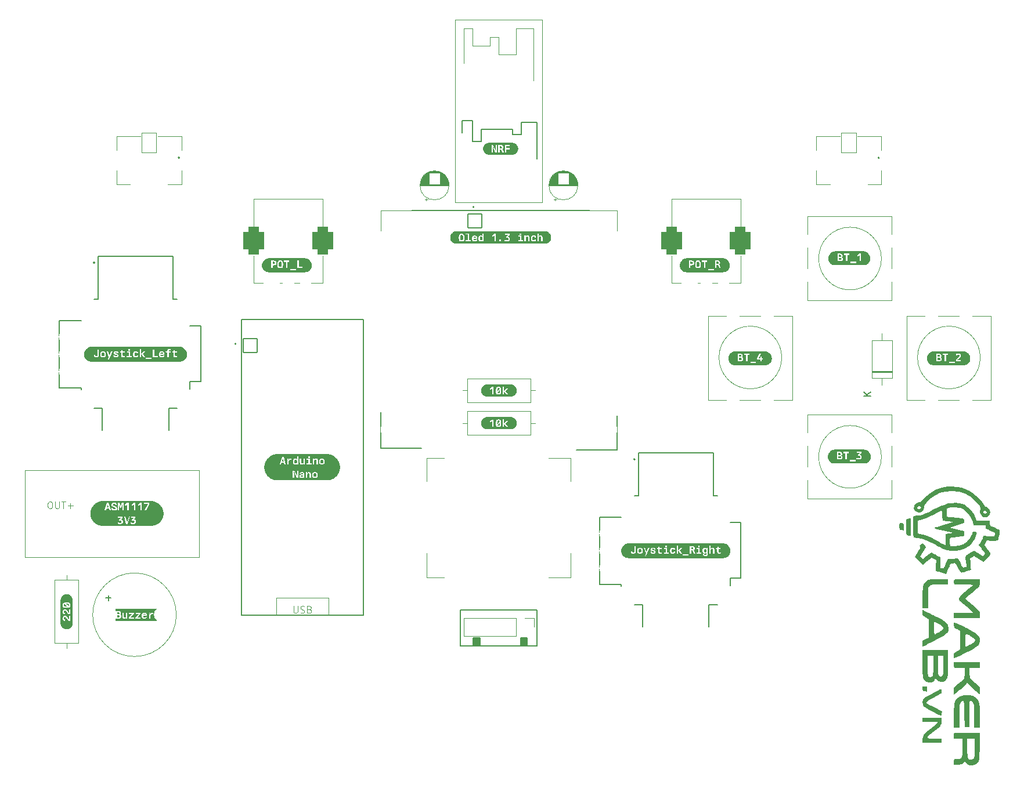
<source format=gto>
G04 #@! TF.GenerationSoftware,KiCad,Pcbnew,8.0.1*
G04 #@! TF.CreationDate,2024-05-04T17:12:01+07:00*
G04 #@! TF.ProjectId,Arduino_RC_Transceiver_DIY_2.3.0,41726475-696e-46f5-9f52-435f5472616e,2.1.0*
G04 #@! TF.SameCoordinates,Original*
G04 #@! TF.FileFunction,Legend,Top*
G04 #@! TF.FilePolarity,Positive*
%FSLAX46Y46*%
G04 Gerber Fmt 4.6, Leading zero omitted, Abs format (unit mm)*
G04 Created by KiCad (PCBNEW 8.0.1) date 2024-05-04 17:12:01*
%MOMM*%
%LPD*%
G01*
G04 APERTURE LIST*
G04 Aperture macros list*
%AMRoundRect*
0 Rectangle with rounded corners*
0 $1 Rounding radius*
0 $2 $3 $4 $5 $6 $7 $8 $9 X,Y pos of 4 corners*
0 Add a 4 corners polygon primitive as box body*
4,1,4,$2,$3,$4,$5,$6,$7,$8,$9,$2,$3,0*
0 Add four circle primitives for the rounded corners*
1,1,$1+$1,$2,$3*
1,1,$1+$1,$4,$5*
1,1,$1+$1,$6,$7*
1,1,$1+$1,$8,$9*
0 Add four rect primitives between the rounded corners*
20,1,$1+$1,$2,$3,$4,$5,0*
20,1,$1+$1,$4,$5,$6,$7,0*
20,1,$1+$1,$6,$7,$8,$9,0*
20,1,$1+$1,$8,$9,$2,$3,0*%
G04 Aperture macros list end*
%ADD10C,0.150000*%
%ADD11C,0.100000*%
%ADD12C,0.000000*%
%ADD13C,0.127000*%
%ADD14C,0.200000*%
%ADD15C,1.500000*%
%ADD16C,0.120000*%
%ADD17C,1.982000*%
%ADD18C,2.490000*%
%ADD19C,6.000000*%
%ADD20O,1.850000X3.048000*%
%ADD21C,5.000000*%
%ADD22RoundRect,0.102000X-1.000000X-1.000000X1.000000X-1.000000X1.000000X1.000000X-1.000000X1.000000X0*%
%ADD23C,2.204000*%
%ADD24R,2.000000X2.000000*%
%ADD25C,2.000000*%
%ADD26C,1.744000*%
%ADD27C,2.154000*%
%ADD28O,1.800000X2.100000*%
%ADD29R,1.200000X1.200000*%
%ADD30C,1.200000*%
%ADD31C,1.600000*%
%ADD32O,1.600000X1.600000*%
%ADD33O,2.204000X1.804000*%
%ADD34R,1.900000X1.900000*%
%ADD35C,1.900000*%
%ADD36RoundRect,0.750000X0.750000X-1.250000X0.750000X1.250000X-0.750000X1.250000X-0.750000X-1.250000X0*%
%ADD37O,3.048000X1.850000*%
%ADD38O,1.800000X2.000000*%
%ADD39R,2.200000X2.200000*%
%ADD40O,2.200000X2.200000*%
%ADD41O,2.300000X2.000000*%
%ADD42R,2.300000X2.000000*%
%ADD43R,1.700000X1.700000*%
%ADD44O,1.700000X1.700000*%
G04 APERTURE END LIST*
D10*
X152654000Y-48514000D02*
X152654000Y-46736000D01*
X151384000Y-48514000D02*
X152654000Y-48514000D01*
X145542000Y-46482000D02*
X145542000Y-49530000D01*
X143738600Y-117906800D02*
X154940000Y-117906800D01*
X154940000Y-123164600D01*
X143738600Y-123164600D01*
X143738600Y-117906800D01*
X144018000Y-48260000D02*
X144018000Y-46482000D01*
X146812000Y-47752000D02*
X151384000Y-47752000D01*
X146812000Y-49530000D02*
X146812000Y-47752000D01*
X151384000Y-47752000D02*
X151384000Y-48514000D01*
X152654000Y-46736000D02*
X154940000Y-46736000D01*
X144018000Y-46482000D02*
X145542000Y-46482000D01*
X145542000Y-49530000D02*
X146812000Y-49530000D01*
X152527000Y-121982400D02*
X153492200Y-121982400D01*
X153492200Y-123100000D01*
X152527000Y-123100000D01*
X152527000Y-121982400D01*
G36*
X152527000Y-121982400D02*
G01*
X153492200Y-121982400D01*
X153492200Y-123100000D01*
X152527000Y-123100000D01*
X152527000Y-121982400D01*
G37*
X145617400Y-121982400D02*
X146582600Y-121982400D01*
X146582600Y-123100000D01*
X145617400Y-123100000D01*
X145617400Y-121982400D01*
G36*
X145617400Y-121982400D02*
G01*
X146582600Y-121982400D01*
X146582600Y-123100000D01*
X145617400Y-123100000D01*
X145617400Y-121982400D01*
G37*
X154940000Y-46736000D02*
X154940000Y-52070000D01*
X92009048Y-116133866D02*
X92770953Y-116133866D01*
X92390000Y-116514819D02*
X92390000Y-115752914D01*
D11*
X119405884Y-117339419D02*
X119405884Y-118148942D01*
X119405884Y-118148942D02*
X119453503Y-118244180D01*
X119453503Y-118244180D02*
X119501122Y-118291800D01*
X119501122Y-118291800D02*
X119596360Y-118339419D01*
X119596360Y-118339419D02*
X119786836Y-118339419D01*
X119786836Y-118339419D02*
X119882074Y-118291800D01*
X119882074Y-118291800D02*
X119929693Y-118244180D01*
X119929693Y-118244180D02*
X119977312Y-118148942D01*
X119977312Y-118148942D02*
X119977312Y-117339419D01*
X120405884Y-118291800D02*
X120548741Y-118339419D01*
X120548741Y-118339419D02*
X120786836Y-118339419D01*
X120786836Y-118339419D02*
X120882074Y-118291800D01*
X120882074Y-118291800D02*
X120929693Y-118244180D01*
X120929693Y-118244180D02*
X120977312Y-118148942D01*
X120977312Y-118148942D02*
X120977312Y-118053704D01*
X120977312Y-118053704D02*
X120929693Y-117958466D01*
X120929693Y-117958466D02*
X120882074Y-117910847D01*
X120882074Y-117910847D02*
X120786836Y-117863228D01*
X120786836Y-117863228D02*
X120596360Y-117815609D01*
X120596360Y-117815609D02*
X120501122Y-117767990D01*
X120501122Y-117767990D02*
X120453503Y-117720371D01*
X120453503Y-117720371D02*
X120405884Y-117625133D01*
X120405884Y-117625133D02*
X120405884Y-117529895D01*
X120405884Y-117529895D02*
X120453503Y-117434657D01*
X120453503Y-117434657D02*
X120501122Y-117387038D01*
X120501122Y-117387038D02*
X120596360Y-117339419D01*
X120596360Y-117339419D02*
X120834455Y-117339419D01*
X120834455Y-117339419D02*
X120977312Y-117387038D01*
X121739217Y-117815609D02*
X121882074Y-117863228D01*
X121882074Y-117863228D02*
X121929693Y-117910847D01*
X121929693Y-117910847D02*
X121977312Y-118006085D01*
X121977312Y-118006085D02*
X121977312Y-118148942D01*
X121977312Y-118148942D02*
X121929693Y-118244180D01*
X121929693Y-118244180D02*
X121882074Y-118291800D01*
X121882074Y-118291800D02*
X121786836Y-118339419D01*
X121786836Y-118339419D02*
X121405884Y-118339419D01*
X121405884Y-118339419D02*
X121405884Y-117339419D01*
X121405884Y-117339419D02*
X121739217Y-117339419D01*
X121739217Y-117339419D02*
X121834455Y-117387038D01*
X121834455Y-117387038D02*
X121882074Y-117434657D01*
X121882074Y-117434657D02*
X121929693Y-117529895D01*
X121929693Y-117529895D02*
X121929693Y-117625133D01*
X121929693Y-117625133D02*
X121882074Y-117720371D01*
X121882074Y-117720371D02*
X121834455Y-117767990D01*
X121834455Y-117767990D02*
X121739217Y-117815609D01*
X121739217Y-117815609D02*
X121405884Y-117815609D01*
D10*
X203586819Y-86621904D02*
X202586819Y-86621904D01*
X203586819Y-86050476D02*
X203015390Y-86479047D01*
X202586819Y-86050476D02*
X203158247Y-86621904D01*
D11*
X83794360Y-102072419D02*
X83984836Y-102072419D01*
X83984836Y-102072419D02*
X84080074Y-102120038D01*
X84080074Y-102120038D02*
X84175312Y-102215276D01*
X84175312Y-102215276D02*
X84222931Y-102405752D01*
X84222931Y-102405752D02*
X84222931Y-102739085D01*
X84222931Y-102739085D02*
X84175312Y-102929561D01*
X84175312Y-102929561D02*
X84080074Y-103024800D01*
X84080074Y-103024800D02*
X83984836Y-103072419D01*
X83984836Y-103072419D02*
X83794360Y-103072419D01*
X83794360Y-103072419D02*
X83699122Y-103024800D01*
X83699122Y-103024800D02*
X83603884Y-102929561D01*
X83603884Y-102929561D02*
X83556265Y-102739085D01*
X83556265Y-102739085D02*
X83556265Y-102405752D01*
X83556265Y-102405752D02*
X83603884Y-102215276D01*
X83603884Y-102215276D02*
X83699122Y-102120038D01*
X83699122Y-102120038D02*
X83794360Y-102072419D01*
X84651503Y-102072419D02*
X84651503Y-102881942D01*
X84651503Y-102881942D02*
X84699122Y-102977180D01*
X84699122Y-102977180D02*
X84746741Y-103024800D01*
X84746741Y-103024800D02*
X84841979Y-103072419D01*
X84841979Y-103072419D02*
X85032455Y-103072419D01*
X85032455Y-103072419D02*
X85127693Y-103024800D01*
X85127693Y-103024800D02*
X85175312Y-102977180D01*
X85175312Y-102977180D02*
X85222931Y-102881942D01*
X85222931Y-102881942D02*
X85222931Y-102072419D01*
X85556265Y-102072419D02*
X86127693Y-102072419D01*
X85841979Y-103072419D02*
X85841979Y-102072419D01*
X86461027Y-102691466D02*
X87222932Y-102691466D01*
X86841979Y-103072419D02*
X86841979Y-102310514D01*
D12*
G36*
X184556044Y-80639206D02*
G01*
X184632045Y-80652303D01*
X184679075Y-80675719D01*
X184711619Y-80775731D01*
X184687013Y-80874950D01*
X184594144Y-80904319D01*
X184371894Y-80904319D01*
X184371894Y-80634444D01*
X184424281Y-80634444D01*
X184556044Y-80639206D01*
G37*
G36*
X184675900Y-81092438D02*
G01*
X184736225Y-81139269D01*
X184754481Y-81234519D01*
X184732256Y-81327388D01*
X184658438Y-81373425D01*
X184595533Y-81383545D01*
X184510006Y-81386919D01*
X184443728Y-81386125D01*
X184371894Y-81383744D01*
X184371894Y-81078944D01*
X184554456Y-81078944D01*
X184675900Y-81092438D01*
G37*
G36*
X188227354Y-80127676D02*
G01*
X188326879Y-80142440D01*
X188424478Y-80166887D01*
X188519211Y-80200783D01*
X188610165Y-80243801D01*
X188696465Y-80295527D01*
X188777279Y-80355463D01*
X188851829Y-80423031D01*
X188919397Y-80497582D01*
X188979333Y-80578396D01*
X189031059Y-80664696D01*
X189074078Y-80755650D01*
X189107973Y-80850383D01*
X189132421Y-80947982D01*
X189147184Y-81047507D01*
X189152121Y-81148000D01*
X189147184Y-81248493D01*
X189132421Y-81348018D01*
X189107973Y-81445617D01*
X189074078Y-81540350D01*
X189031059Y-81631304D01*
X188979333Y-81717604D01*
X188919397Y-81798418D01*
X188851829Y-81872969D01*
X188777279Y-81940537D01*
X188696465Y-82000473D01*
X188610165Y-82052199D01*
X188519211Y-82095217D01*
X188424478Y-82129113D01*
X188326879Y-82153560D01*
X188227354Y-82168324D01*
X188126860Y-82173260D01*
X187796131Y-82173260D01*
X187648494Y-82173260D01*
X186857919Y-82173260D01*
X185595856Y-82173260D01*
X184483019Y-82173260D01*
X184171869Y-82173260D01*
X183841140Y-82173260D01*
X183740647Y-82168324D01*
X183641121Y-82153560D01*
X183543522Y-82129113D01*
X183448789Y-82095217D01*
X183357835Y-82052199D01*
X183271535Y-82000473D01*
X183190721Y-81940537D01*
X183116171Y-81872969D01*
X183048603Y-81798418D01*
X182988667Y-81717604D01*
X182956976Y-81664731D01*
X186035594Y-81664731D01*
X186035594Y-81842531D01*
X186857919Y-81842531D01*
X186857919Y-81664731D01*
X186035594Y-81664731D01*
X182956976Y-81664731D01*
X182936941Y-81631304D01*
X182896439Y-81545669D01*
X184171869Y-81545669D01*
X184282641Y-81554488D01*
X184386358Y-81559780D01*
X184483019Y-81561544D01*
X184598289Y-81558457D01*
X184694333Y-81549197D01*
X184771150Y-81533763D01*
X184857470Y-81496258D01*
X184914819Y-81439306D01*
X184946966Y-81358344D01*
X184957681Y-81248806D01*
X184953514Y-81170622D01*
X184941013Y-81110694D01*
X184883863Y-81031319D01*
X184768769Y-80990044D01*
X184768769Y-80980519D01*
X184837230Y-80955516D01*
X184880688Y-80915431D01*
X184903905Y-80853122D01*
X184911644Y-80761444D01*
X184900730Y-80657264D01*
X184867988Y-80579675D01*
X184809448Y-80524708D01*
X184721144Y-80488394D01*
X184642651Y-80473401D01*
X184598502Y-80469344D01*
X185103731Y-80469344D01*
X185103731Y-80650319D01*
X185392656Y-80650319D01*
X185392656Y-81548844D01*
X185595856Y-81548844D01*
X185595856Y-81351994D01*
X187018256Y-81351994D01*
X187457994Y-81351994D01*
X187457994Y-81548844D01*
X187648494Y-81548844D01*
X187648494Y-81351994D01*
X187796131Y-81351994D01*
X187796131Y-81180544D01*
X187648494Y-81180544D01*
X187648494Y-80928131D01*
X187457994Y-80928131D01*
X187457994Y-81180544D01*
X187218281Y-81180544D01*
X187578644Y-80453469D01*
X187365919Y-80453469D01*
X187018256Y-81171019D01*
X187018256Y-81351994D01*
X185595856Y-81351994D01*
X185595856Y-80650319D01*
X185884781Y-80650319D01*
X185884781Y-80469344D01*
X185103731Y-80469344D01*
X184598502Y-80469344D01*
X184544755Y-80464405D01*
X184433291Y-80461555D01*
X184171869Y-80466169D01*
X184171869Y-81545669D01*
X182896439Y-81545669D01*
X182893923Y-81540350D01*
X182860027Y-81445617D01*
X182835579Y-81348018D01*
X182820816Y-81248493D01*
X182815879Y-81148000D01*
X182820816Y-81047507D01*
X182835579Y-80947982D01*
X182860027Y-80850383D01*
X182893923Y-80755650D01*
X182936941Y-80664696D01*
X182988667Y-80578396D01*
X183048603Y-80497582D01*
X183116171Y-80423031D01*
X183190721Y-80355463D01*
X183271535Y-80295527D01*
X183357835Y-80243801D01*
X183448789Y-80200783D01*
X183543522Y-80166887D01*
X183641121Y-80142440D01*
X183740647Y-80127676D01*
X183841140Y-80122740D01*
X184171869Y-80122740D01*
X187796131Y-80122740D01*
X188126860Y-80122740D01*
X188227354Y-80127676D01*
G37*
D13*
X85252000Y-75648000D02*
X88402000Y-75648000D01*
X85252000Y-85448000D02*
X85252000Y-75648000D01*
X88402000Y-85448000D02*
X85252000Y-85448000D01*
X88402000Y-85718000D02*
X88402000Y-85448000D01*
X90282000Y-72548000D02*
X90902000Y-72548000D01*
X90902000Y-66248000D02*
X101802000Y-66248000D01*
X90902000Y-72548000D02*
X90902000Y-66248000D01*
X91502000Y-88448000D02*
X90282000Y-88448000D01*
X91502000Y-91648000D02*
X91502000Y-88448000D01*
X101202000Y-88448000D02*
X101202000Y-91648000D01*
X101802000Y-66248000D02*
X101802000Y-72548000D01*
X101802000Y-72548000D02*
X102432000Y-72548000D01*
X102432000Y-88448000D02*
X101202000Y-88448000D01*
X104302000Y-76448000D02*
X105852000Y-76448000D01*
X104302000Y-84548000D02*
X104302000Y-85668000D01*
X105852000Y-76448000D02*
X105852000Y-84548000D01*
X105852000Y-84548000D02*
X104302000Y-84548000D01*
D14*
X90402000Y-67198000D02*
G75*
G02*
X90202000Y-67198000I-100000J0D01*
G01*
X90202000Y-67198000D02*
G75*
G02*
X90402000Y-67198000I100000J0D01*
G01*
D15*
X135127000Y-52648000D02*
G75*
G02*
X130727000Y-52648000I-2200000J0D01*
G01*
X130727000Y-52648000D02*
G75*
G02*
X135127000Y-52648000I2200000J0D01*
G01*
D16*
X179834000Y-74988000D02*
X182554000Y-74988000D01*
X179834000Y-87288000D02*
X179834000Y-74988000D01*
X182554000Y-87288000D02*
X179834000Y-87288000D01*
X184414000Y-74988000D02*
X187554000Y-74988000D01*
X187554000Y-87288000D02*
X184414000Y-87288000D01*
X189414000Y-74988000D02*
X192134000Y-74988000D01*
X192134000Y-74988000D02*
X192134000Y-87288000D01*
X192134000Y-87288000D02*
X189414000Y-87288000D01*
X190603050Y-81038000D02*
G75*
G02*
X181444950Y-81038000I-4579050J0D01*
G01*
X181444950Y-81038000D02*
G75*
G02*
X190603050Y-81038000I4579050J0D01*
G01*
D13*
X132089000Y-94316250D02*
X132115000Y-89066250D01*
D11*
X132115000Y-59566250D02*
X132115000Y-62566250D01*
X136615000Y-59566250D02*
X132115000Y-59566250D01*
D13*
X136615000Y-59566250D02*
X162615000Y-59566250D01*
X138089000Y-94316250D02*
X132089000Y-94316250D01*
D11*
X162615000Y-59566250D02*
X166615000Y-59566250D01*
X166615000Y-59566250D02*
X166615000Y-62566250D01*
D13*
X166615000Y-89566250D02*
X166615000Y-94566250D01*
X166615000Y-94566250D02*
X160615000Y-94566250D01*
D14*
X145715000Y-59066250D02*
G75*
G02*
X145515000Y-59066250I-100000J0D01*
G01*
X145515000Y-59066250D02*
G75*
G02*
X145715000Y-59066250I100000J0D01*
G01*
D16*
X144202000Y-119066000D02*
X144202000Y-121726000D01*
X151882000Y-119066000D02*
X144202000Y-119066000D01*
X151882000Y-119066000D02*
X151882000Y-121726000D01*
X151882000Y-121726000D02*
X144202000Y-121726000D01*
X153152000Y-119066000D02*
X154482000Y-119066000D01*
X154482000Y-119066000D02*
X154482000Y-120396000D01*
X102300000Y-118600000D02*
G75*
G02*
X90100000Y-118600000I-6100000J0D01*
G01*
X90100000Y-118600000D02*
G75*
G02*
X102300000Y-118600000I6100000J0D01*
G01*
D12*
G36*
X116507261Y-67060564D02*
G01*
X116579294Y-67071875D01*
X116664225Y-67121881D01*
X116689625Y-67221894D01*
X116667400Y-67326669D01*
X116591200Y-67379056D01*
X116526112Y-67390963D01*
X116438800Y-67394931D01*
X116338787Y-67394931D01*
X116338787Y-67056794D01*
X116410225Y-67056794D01*
X116507261Y-67060564D01*
G37*
G36*
X117519491Y-67052627D02*
G01*
X117575450Y-67078225D01*
X117614939Y-67124263D01*
X117641331Y-67194113D01*
X117656214Y-67293530D01*
X117661175Y-67428269D01*
X117656214Y-67559039D01*
X117641331Y-67656075D01*
X117614939Y-67724734D01*
X117575450Y-67770375D01*
X117519491Y-67795973D01*
X117443687Y-67804506D01*
X117367686Y-67795973D01*
X117311131Y-67770375D01*
X117271047Y-67724734D01*
X117244456Y-67656075D01*
X117229573Y-67559039D01*
X117224612Y-67428269D01*
X117229573Y-67294522D01*
X117244456Y-67194906D01*
X117271047Y-67124461D01*
X117311131Y-67078225D01*
X117367686Y-67052627D01*
X117443687Y-67044094D01*
X117519491Y-67052627D01*
G37*
G36*
X121135635Y-66543676D02*
G01*
X121235160Y-66558440D01*
X121332759Y-66582887D01*
X121427492Y-66616783D01*
X121518446Y-66659801D01*
X121604746Y-66711527D01*
X121685560Y-66771463D01*
X121760110Y-66839031D01*
X121827679Y-66913582D01*
X121887615Y-66994396D01*
X121939341Y-67080696D01*
X121982359Y-67171650D01*
X122016255Y-67266383D01*
X122040702Y-67363982D01*
X122055465Y-67463507D01*
X122060402Y-67564000D01*
X122055465Y-67664493D01*
X122040702Y-67764018D01*
X122016255Y-67861617D01*
X121982359Y-67956350D01*
X121939341Y-68047304D01*
X121887615Y-68133604D01*
X121827679Y-68214418D01*
X121760110Y-68288969D01*
X121685560Y-68356537D01*
X121604746Y-68416473D01*
X121518446Y-68468199D01*
X121427492Y-68511217D01*
X121332759Y-68545113D01*
X121235160Y-68569560D01*
X121135635Y-68584324D01*
X121035142Y-68589260D01*
X120704412Y-68589260D01*
X119759850Y-68589260D01*
X118497787Y-68589260D01*
X117443687Y-68589260D01*
X116338787Y-68589260D01*
X116135587Y-68589260D01*
X115804858Y-68589260D01*
X115704365Y-68584324D01*
X115604840Y-68569560D01*
X115507241Y-68545113D01*
X115412508Y-68511217D01*
X115321554Y-68468199D01*
X115235254Y-68416473D01*
X115154440Y-68356537D01*
X115079890Y-68288969D01*
X115012321Y-68214418D01*
X114952385Y-68133604D01*
X114920694Y-68080731D01*
X118937525Y-68080731D01*
X118937525Y-68258531D01*
X119759850Y-68258531D01*
X119759850Y-68080731D01*
X118937525Y-68080731D01*
X114920694Y-68080731D01*
X114900659Y-68047304D01*
X114861658Y-67964844D01*
X116135587Y-67964844D01*
X116338787Y-67964844D01*
X116338787Y-67571144D01*
X116454675Y-67571144D01*
X116560332Y-67567704D01*
X116648703Y-67557385D01*
X116719787Y-67540188D01*
X116799758Y-67498714D01*
X116852344Y-67436206D01*
X116854960Y-67428269D01*
X117024587Y-67428269D01*
X117028733Y-67562148D01*
X117041168Y-67673802D01*
X117061894Y-67763231D01*
X117112297Y-67863641D01*
X117188894Y-67929919D01*
X117257068Y-67957259D01*
X117341999Y-67973663D01*
X117443687Y-67979131D01*
X117545376Y-67973663D01*
X117630307Y-67957259D01*
X117698481Y-67929919D01*
X117775078Y-67863641D01*
X117825481Y-67763231D01*
X117846207Y-67673802D01*
X117858642Y-67562148D01*
X117862787Y-67428269D01*
X117858642Y-67292449D01*
X117846207Y-67179208D01*
X117825481Y-67088544D01*
X117775078Y-66986745D01*
X117698481Y-66919475D01*
X117630307Y-66891694D01*
X117597953Y-66885344D01*
X118005662Y-66885344D01*
X118005662Y-67066319D01*
X118294587Y-67066319D01*
X118294587Y-67964844D01*
X118497787Y-67964844D01*
X118497787Y-67066319D01*
X118786712Y-67066319D01*
X118786712Y-66885344D01*
X119955112Y-66885344D01*
X119955112Y-67963256D01*
X120704412Y-67963256D01*
X120704412Y-67785456D01*
X120158312Y-67785456D01*
X120158312Y-66885344D01*
X119955112Y-66885344D01*
X118786712Y-66885344D01*
X118005662Y-66885344D01*
X117597953Y-66885344D01*
X117545376Y-66875025D01*
X117443687Y-66869469D01*
X117341999Y-66875025D01*
X117257068Y-66891694D01*
X117188894Y-66919475D01*
X117112297Y-66986745D01*
X117061894Y-67088544D01*
X117041168Y-67179208D01*
X117028733Y-67292449D01*
X117024587Y-67428269D01*
X116854960Y-67428269D01*
X116881514Y-67347703D01*
X116891237Y-67228244D01*
X116879927Y-67107197D01*
X116845994Y-67017106D01*
X116784875Y-66953408D01*
X116692006Y-66911538D01*
X116609368Y-66894340D01*
X116506445Y-66884021D01*
X116383237Y-66880581D01*
X116135587Y-66885344D01*
X116135587Y-67964844D01*
X114861658Y-67964844D01*
X114857641Y-67956350D01*
X114823745Y-67861617D01*
X114799298Y-67764018D01*
X114784535Y-67664493D01*
X114779598Y-67564000D01*
X114784535Y-67463507D01*
X114799298Y-67363982D01*
X114823745Y-67266383D01*
X114857641Y-67171650D01*
X114900659Y-67080696D01*
X114952385Y-66994396D01*
X115012321Y-66913582D01*
X115079890Y-66839031D01*
X115154440Y-66771463D01*
X115235254Y-66711527D01*
X115321554Y-66659801D01*
X115412508Y-66616783D01*
X115507241Y-66582887D01*
X115604840Y-66558440D01*
X115704365Y-66543676D01*
X115804858Y-66538740D01*
X116135587Y-66538740D01*
X120704412Y-66538740D01*
X121035142Y-66538740D01*
X121135635Y-66543676D01*
G37*
G36*
X86438112Y-117007000D02*
G01*
X86552412Y-117023669D01*
X86638138Y-117049069D01*
X86675444Y-117095106D01*
X86687350Y-117199881D01*
X86675444Y-117306244D01*
X86631788Y-117353869D01*
X86190462Y-117004619D01*
X86295237Y-117001444D01*
X86438112Y-117007000D01*
G37*
G36*
X86442875Y-117390381D02*
G01*
X86369056Y-117395144D01*
X86300000Y-117396731D01*
X86218045Y-117395144D01*
X86153156Y-117390381D01*
X86044412Y-117374506D01*
X85959481Y-117347519D01*
X85922969Y-117301481D01*
X85912650Y-117201469D01*
X85929319Y-117084787D01*
X85993612Y-117034781D01*
X86442875Y-117390381D01*
G37*
G36*
X87186354Y-117777731D02*
G01*
X87186354Y-118730231D01*
X87186354Y-119496994D01*
X87186354Y-119827723D01*
X87182086Y-119914601D01*
X87169323Y-120000642D01*
X87148188Y-120085018D01*
X87118884Y-120166916D01*
X87081695Y-120245547D01*
X87036977Y-120320155D01*
X86985161Y-120390020D01*
X86926747Y-120454470D01*
X86862297Y-120512884D01*
X86792432Y-120564699D01*
X86717824Y-120609418D01*
X86639193Y-120646607D01*
X86557295Y-120675911D01*
X86472919Y-120697046D01*
X86386878Y-120709809D01*
X86300000Y-120714077D01*
X86213122Y-120709809D01*
X86127081Y-120697046D01*
X86042705Y-120675911D01*
X85960807Y-120646607D01*
X85882176Y-120609418D01*
X85807568Y-120564699D01*
X85737703Y-120512884D01*
X85673253Y-120454470D01*
X85614839Y-120390020D01*
X85563023Y-120320155D01*
X85518305Y-120245547D01*
X85481116Y-120166916D01*
X85451812Y-120085018D01*
X85430677Y-120000642D01*
X85417914Y-119914601D01*
X85413646Y-119827723D01*
X85413646Y-119496994D01*
X85413646Y-119114406D01*
X85745962Y-119114406D01*
X85753106Y-119242795D01*
X85774537Y-119339037D01*
X85812836Y-119408094D01*
X85870581Y-119454925D01*
X85952536Y-119483302D01*
X86063462Y-119496994D01*
X86063462Y-119293794D01*
X85975356Y-119271569D01*
X85930906Y-119216800D01*
X85917412Y-119112819D01*
X85930112Y-119009631D01*
X85972181Y-118958037D01*
X86057112Y-118942956D01*
X86130137Y-118954069D01*
X86190462Y-118995344D01*
X86257534Y-119067178D01*
X86334925Y-119158856D01*
X86381161Y-119216602D01*
X86437319Y-119288237D01*
X86503398Y-119373764D01*
X86579400Y-119473181D01*
X86841337Y-119473181D01*
X86841337Y-118730231D01*
X86663538Y-118730231D01*
X86663538Y-119268394D01*
X86649250Y-119268394D01*
X86582399Y-119174114D01*
X86523661Y-119094474D01*
X86473037Y-119029475D01*
X86399616Y-118943552D01*
X86319050Y-118858819D01*
X86255550Y-118802859D01*
X86198400Y-118768331D01*
X86136884Y-118750472D01*
X86060287Y-118744519D01*
X85950552Y-118752853D01*
X85868994Y-118777856D01*
X85811447Y-118822505D01*
X85773744Y-118889775D01*
X85752908Y-118985223D01*
X85745962Y-119114406D01*
X85413646Y-119114406D01*
X85413646Y-118161906D01*
X85745962Y-118161906D01*
X85753106Y-118290295D01*
X85774537Y-118386537D01*
X85812836Y-118455594D01*
X85870581Y-118502425D01*
X85952536Y-118530802D01*
X86063462Y-118544494D01*
X86063462Y-118341294D01*
X85975356Y-118319069D01*
X85930906Y-118264300D01*
X85917412Y-118160319D01*
X85930112Y-118057131D01*
X85972181Y-118005537D01*
X86057112Y-117990456D01*
X86130137Y-118001569D01*
X86190462Y-118042844D01*
X86257534Y-118114678D01*
X86334925Y-118206356D01*
X86381161Y-118264102D01*
X86437319Y-118335737D01*
X86503398Y-118421264D01*
X86579400Y-118520681D01*
X86841337Y-118520681D01*
X86841337Y-117777731D01*
X86663538Y-117777731D01*
X86663538Y-118315894D01*
X86649250Y-118315894D01*
X86582399Y-118221614D01*
X86523661Y-118141974D01*
X86473037Y-118076975D01*
X86399616Y-117991052D01*
X86319050Y-117906319D01*
X86255550Y-117850359D01*
X86198400Y-117815831D01*
X86136884Y-117797972D01*
X86060287Y-117792019D01*
X85950552Y-117800353D01*
X85868994Y-117825356D01*
X85811447Y-117870005D01*
X85773744Y-117937275D01*
X85752908Y-118032723D01*
X85745962Y-118161906D01*
X85413646Y-118161906D01*
X85413646Y-117198294D01*
X85744375Y-117198294D01*
X85749336Y-117310411D01*
X85764219Y-117392762D01*
X85792000Y-117452691D01*
X85835656Y-117497537D01*
X85900545Y-117532264D01*
X85992025Y-117561831D01*
X86081101Y-117580352D01*
X86183231Y-117591465D01*
X86298412Y-117595169D01*
X86410596Y-117591817D01*
X86512196Y-117581763D01*
X86603212Y-117565006D01*
X86698661Y-117535042D01*
X86765931Y-117499125D01*
X86810381Y-117453286D01*
X86837369Y-117393556D01*
X86851061Y-117312197D01*
X86855625Y-117201469D01*
X86851061Y-117089550D01*
X86837369Y-117007794D01*
X86810580Y-116947866D01*
X86766725Y-116901431D01*
X86700447Y-116864919D01*
X86606388Y-116834756D01*
X86536934Y-116819873D01*
X86468275Y-116810150D01*
X86394456Y-116804792D01*
X86309525Y-116803006D01*
X86188699Y-116806710D01*
X86082336Y-116817823D01*
X85990437Y-116836344D01*
X85899156Y-116865911D01*
X85834862Y-116900637D01*
X85791802Y-116945286D01*
X85764219Y-117004619D01*
X85749336Y-117086375D01*
X85744375Y-117198294D01*
X85413646Y-117198294D01*
X85413646Y-116803006D01*
X85413646Y-116472277D01*
X85417914Y-116385399D01*
X85430677Y-116299358D01*
X85451812Y-116214982D01*
X85481116Y-116133084D01*
X85518305Y-116054453D01*
X85563023Y-115979845D01*
X85614839Y-115909980D01*
X85673253Y-115845530D01*
X85737703Y-115787116D01*
X85807568Y-115735301D01*
X85882176Y-115690582D01*
X85960807Y-115653393D01*
X86042705Y-115624089D01*
X86127081Y-115602954D01*
X86213122Y-115590191D01*
X86300000Y-115585923D01*
X86386878Y-115590191D01*
X86472919Y-115602954D01*
X86557295Y-115624089D01*
X86639193Y-115653393D01*
X86717824Y-115690582D01*
X86792432Y-115735301D01*
X86862297Y-115787116D01*
X86926747Y-115845530D01*
X86985161Y-115909980D01*
X87036977Y-115979845D01*
X87081695Y-116054453D01*
X87118884Y-116133084D01*
X87148188Y-116214982D01*
X87169323Y-116299358D01*
X87182086Y-116385399D01*
X87186354Y-116472277D01*
X87186354Y-116803006D01*
X87186354Y-117201469D01*
X87186354Y-117777731D01*
G37*
D11*
X195627000Y-48748000D02*
X199127000Y-48748000D01*
X195627000Y-50748000D02*
X195627000Y-48748000D01*
X195627000Y-55748000D02*
X195627000Y-53748000D01*
X197627000Y-55748000D02*
X195627000Y-55748000D01*
X203127000Y-55748000D02*
X205127000Y-55748000D01*
D14*
X204727000Y-51748000D02*
X204727000Y-51748000D01*
X204727000Y-51948000D02*
X204727000Y-51948000D01*
D11*
X205127000Y-48748000D02*
X201627000Y-48748000D01*
X205127000Y-50748000D02*
X205127000Y-48748000D01*
X205127000Y-55748000D02*
X205127000Y-53748000D01*
X201447800Y-51114400D02*
X199306200Y-51114400D01*
X199306200Y-48202800D01*
X201447800Y-48202800D01*
X201447800Y-51114400D01*
D14*
X204727000Y-51748000D02*
G75*
G02*
X204727000Y-51948000I0J-100000D01*
G01*
X204727000Y-51948000D02*
G75*
G02*
X204727000Y-51748000I0J100000D01*
G01*
D12*
G36*
X145929350Y-63399194D02*
G01*
X145985706Y-63451581D01*
X146008725Y-63557150D01*
X145635662Y-63557150D01*
X145662650Y-63451581D01*
X145718212Y-63399194D01*
X145821400Y-63384112D01*
X145929350Y-63399194D01*
G37*
G36*
X146877087Y-63409512D02*
G01*
X146933444Y-63489681D01*
X146945945Y-63558142D01*
X146950112Y-63650813D01*
X146945945Y-63743681D01*
X146933444Y-63812738D01*
X146877087Y-63894494D01*
X146764375Y-63919100D01*
X146639756Y-63895287D01*
X146577844Y-63813531D01*
X146564152Y-63743880D01*
X146559587Y-63650813D01*
X146564152Y-63558142D01*
X146577844Y-63489681D01*
X146639756Y-63409512D01*
X146764375Y-63385700D01*
X146877087Y-63409512D01*
G37*
G36*
X143990616Y-63157695D02*
G01*
X144046575Y-63183294D01*
X144086064Y-63229331D01*
X144112456Y-63299181D01*
X144127339Y-63398598D01*
X144132300Y-63533337D01*
X144127339Y-63664108D01*
X144112456Y-63761144D01*
X144086064Y-63829803D01*
X144046575Y-63875444D01*
X143990616Y-63901042D01*
X143914812Y-63909575D01*
X143838811Y-63901042D01*
X143782256Y-63875444D01*
X143742172Y-63829803D01*
X143715581Y-63761144D01*
X143700698Y-63664108D01*
X143695737Y-63533337D01*
X143700698Y-63399591D01*
X143715581Y-63299975D01*
X143742172Y-63229530D01*
X143782256Y-63183294D01*
X143838811Y-63157695D01*
X143914812Y-63149162D01*
X143990616Y-63157695D01*
G37*
G36*
X156136851Y-62587897D02*
G01*
X156225820Y-62601094D01*
X156313067Y-62622948D01*
X156397752Y-62653249D01*
X156479060Y-62691704D01*
X156556206Y-62737944D01*
X156628449Y-62791523D01*
X156695092Y-62851925D01*
X156755494Y-62918568D01*
X156809072Y-62990811D01*
X156855312Y-63067957D01*
X156893768Y-63149264D01*
X156924068Y-63233949D01*
X156945923Y-63321196D01*
X156959120Y-63410166D01*
X156963533Y-63500000D01*
X156959120Y-63589834D01*
X156945923Y-63678804D01*
X156924068Y-63766051D01*
X156893768Y-63850736D01*
X156855312Y-63932043D01*
X156809072Y-64009189D01*
X156755494Y-64081432D01*
X156695092Y-64148075D01*
X156628449Y-64208477D01*
X156556206Y-64262056D01*
X156479060Y-64308296D01*
X156397752Y-64346751D01*
X156313067Y-64377052D01*
X156225820Y-64398906D01*
X156136851Y-64412103D01*
X156047017Y-64416517D01*
X155716287Y-64416517D01*
X154420887Y-64416517D01*
X153811287Y-64416517D01*
X152885775Y-64416517D01*
X150499762Y-64416517D01*
X149675850Y-64416517D01*
X148875750Y-64416517D01*
X146708812Y-64416517D01*
X145834100Y-64416517D01*
X145249900Y-64416517D01*
X143914812Y-64416517D01*
X143495712Y-64416517D01*
X143164983Y-64416517D01*
X143075149Y-64412103D01*
X142986180Y-64398906D01*
X142898933Y-64377052D01*
X142814248Y-64346751D01*
X142732940Y-64308296D01*
X142655794Y-64262056D01*
X142583551Y-64208477D01*
X142516908Y-64148075D01*
X142456506Y-64081432D01*
X142402928Y-64009189D01*
X142356688Y-63932043D01*
X142318232Y-63850736D01*
X142287932Y-63766051D01*
X142266077Y-63678804D01*
X142252880Y-63589834D01*
X142250105Y-63533337D01*
X143495712Y-63533337D01*
X143499858Y-63667217D01*
X143512293Y-63778871D01*
X143533019Y-63868300D01*
X143583422Y-63968709D01*
X143660019Y-64034988D01*
X143728193Y-64062328D01*
X143813124Y-64078732D01*
X143914812Y-64084200D01*
X144016501Y-64078732D01*
X144062166Y-64069912D01*
X144497425Y-64069912D01*
X145249900Y-64069912D01*
X145249900Y-63904813D01*
X144978437Y-63904813D01*
X144978437Y-63647637D01*
X145438812Y-63647637D01*
X145442781Y-63753294D01*
X145454687Y-63841665D01*
X145474531Y-63912750D01*
X145522355Y-63992720D01*
X145594387Y-64045306D01*
X145696384Y-64074477D01*
X145834100Y-64084200D01*
X145943241Y-64078048D01*
X146026187Y-64059594D01*
X146087703Y-64026852D01*
X146132550Y-63977838D01*
X146163903Y-63908781D01*
X146184937Y-63815913D01*
X145988087Y-63815913D01*
X145936494Y-63898463D01*
X145832512Y-63920688D01*
X145719006Y-63902431D01*
X145659475Y-63841313D01*
X145634075Y-63719075D01*
X146197637Y-63719075D01*
X146199225Y-63657162D01*
X146198990Y-63650813D01*
X146364325Y-63650813D01*
X146367765Y-63756381D01*
X146378083Y-63844487D01*
X146395281Y-63915131D01*
X146436953Y-63994506D01*
X146500056Y-64046894D01*
X146589155Y-64076064D01*
X146708812Y-64085787D01*
X146791958Y-64080430D01*
X146850894Y-64064356D01*
X146934237Y-63984188D01*
X146946937Y-63984188D01*
X146946937Y-64069912D01*
X147139025Y-64069912D01*
X147139025Y-63439675D01*
X148337587Y-63439675D01*
X148623337Y-63263462D01*
X148685250Y-63212662D01*
X148678900Y-63311088D01*
X148678900Y-64069912D01*
X148875750Y-64069912D01*
X148875750Y-63779400D01*
X149374225Y-63779400D01*
X149374225Y-64069912D01*
X149675850Y-64069912D01*
X149675850Y-64019113D01*
X150193375Y-64019113D01*
X150267392Y-64050069D01*
X150337044Y-64069912D01*
X150411458Y-64080628D01*
X150499762Y-64084200D01*
X150641447Y-64075469D01*
X150664264Y-64069912D01*
X152153937Y-64069912D01*
X152885775Y-64069912D01*
X153071512Y-64069912D01*
X153265187Y-64069912D01*
X153265187Y-63639700D01*
X153269752Y-63553777D01*
X153283444Y-63489681D01*
X153343769Y-63414275D01*
X153463625Y-63392050D01*
X153538436Y-63399987D01*
X153585069Y-63423800D01*
X153609477Y-63469441D01*
X153617612Y-63542862D01*
X153617612Y-64069912D01*
X153811287Y-64069912D01*
X153811287Y-63657162D01*
X154020837Y-63657162D01*
X154024806Y-63760791D01*
X154036712Y-63847310D01*
X154056556Y-63916719D01*
X154104777Y-63994705D01*
X154178000Y-64046100D01*
X154281584Y-64074675D01*
X154420887Y-64084200D01*
X154540545Y-64077850D01*
X154629644Y-64058800D01*
X154693144Y-64024669D01*
X154736006Y-63973075D01*
X154761208Y-63900050D01*
X154771725Y-63801625D01*
X154581225Y-63801625D01*
X154534394Y-63892906D01*
X154428825Y-63917512D01*
X154354212Y-63911758D01*
X154298650Y-63894494D01*
X154233562Y-63815913D01*
X154219275Y-63748841D01*
X154214512Y-63658750D01*
X154219275Y-63564492D01*
X154233562Y-63494444D01*
X154297856Y-63411894D01*
X154352823Y-63393439D01*
X154427237Y-63387287D01*
X154535981Y-63415069D01*
X154579637Y-63520637D01*
X154771725Y-63520637D01*
X154761208Y-63416458D01*
X154736006Y-63338869D01*
X154692945Y-63283902D01*
X154628850Y-63247587D01*
X154538759Y-63227347D01*
X154417712Y-63220600D01*
X154279798Y-63230323D01*
X154177206Y-63259494D01*
X154104578Y-63312080D01*
X154056556Y-63392050D01*
X154036712Y-63463135D01*
X154024806Y-63551506D01*
X154020837Y-63657162D01*
X153811287Y-63657162D01*
X153811287Y-63546037D01*
X153804342Y-63432333D01*
X153783506Y-63348394D01*
X153746398Y-63289259D01*
X153690637Y-63249969D01*
X153611659Y-63227942D01*
X153504900Y-63220600D01*
X153427509Y-63227744D01*
X153369962Y-63249175D01*
X153323131Y-63290053D01*
X153277887Y-63355537D01*
X153265187Y-63355537D01*
X153265187Y-63241237D01*
X153071512Y-63241237D01*
X153071512Y-64069912D01*
X152885775Y-64069912D01*
X152885775Y-63906400D01*
X152627012Y-63906400D01*
X152620662Y-63906400D01*
X152620662Y-63241237D01*
X152169812Y-63241237D01*
X152169812Y-63404750D01*
X152430162Y-63404750D01*
X152430162Y-63906400D01*
X152153937Y-63906400D01*
X152153937Y-64069912D01*
X150664264Y-64069912D01*
X150749000Y-64049275D01*
X150826986Y-64003634D01*
X150879969Y-63936563D01*
X150910330Y-63844091D01*
X150920450Y-63722250D01*
X150914497Y-63618070D01*
X150896637Y-63537306D01*
X150865483Y-63477577D01*
X150819644Y-63436500D01*
X150757136Y-63412687D01*
X150675975Y-63404750D01*
X150612475Y-63407925D01*
X150612475Y-63399987D01*
X150879175Y-63174562D01*
X150879175Y-62990412D01*
X150215600Y-62990412D01*
X150215600Y-63158687D01*
X150637875Y-63158687D01*
X150371175Y-63395225D01*
X150371175Y-63582550D01*
X150467219Y-63568263D01*
X150545800Y-63563500D01*
X150627556Y-63573025D01*
X150682325Y-63601600D01*
X150713281Y-63650812D01*
X150723600Y-63722250D01*
X150711098Y-63812539D01*
X150673594Y-63870681D01*
X150604736Y-63902233D01*
X150498175Y-63912750D01*
X150426539Y-63907591D01*
X150357681Y-63892113D01*
X150282870Y-63863934D01*
X150193375Y-63820675D01*
X150193375Y-64019113D01*
X149675850Y-64019113D01*
X149675850Y-63779400D01*
X149374225Y-63779400D01*
X148875750Y-63779400D01*
X148875750Y-62990412D01*
X148678900Y-62990412D01*
X148337587Y-63230125D01*
X148337587Y-63439675D01*
X147139025Y-63439675D01*
X147139025Y-62914212D01*
X152384125Y-62914212D01*
X152384125Y-63138050D01*
X152627012Y-63138050D01*
X152627012Y-62914212D01*
X154976512Y-62914212D01*
X154976512Y-64069912D01*
X155170187Y-64069912D01*
X155170187Y-63638113D01*
X155174553Y-63549609D01*
X155187650Y-63484125D01*
X155247181Y-63407925D01*
X155367037Y-63385700D01*
X155443039Y-63393836D01*
X155490069Y-63418244D01*
X155514477Y-63464877D01*
X155522612Y-63539687D01*
X155522612Y-64069912D01*
X155716287Y-64069912D01*
X155716287Y-63542862D01*
X155709342Y-63430348D01*
X155688506Y-63346806D01*
X155651398Y-63287870D01*
X155595637Y-63249175D01*
X155516262Y-63227744D01*
X155408312Y-63220600D01*
X155330525Y-63227744D01*
X155271787Y-63249175D01*
X155224956Y-63289259D01*
X155182887Y-63352362D01*
X155170187Y-63352362D01*
X155170187Y-62914212D01*
X154976512Y-62914212D01*
X152627012Y-62914212D01*
X152384125Y-62914212D01*
X147139025Y-62914212D01*
X146946937Y-62914212D01*
X146946937Y-63319025D01*
X146934237Y-63319025D01*
X146861212Y-63241237D01*
X146799300Y-63225759D01*
X146708812Y-63220600D01*
X146589155Y-63230323D01*
X146500056Y-63259494D01*
X146436953Y-63311484D01*
X146395281Y-63389669D01*
X146378083Y-63459254D01*
X146367765Y-63546302D01*
X146364325Y-63650813D01*
X146198990Y-63650813D01*
X146195344Y-63552388D01*
X146183703Y-63464546D01*
X146164300Y-63393637D01*
X146117866Y-63313469D01*
X146048412Y-63260287D01*
X145951178Y-63230522D01*
X145821400Y-63220600D01*
X145687852Y-63230125D01*
X145588831Y-63258700D01*
X145518981Y-63310095D01*
X145472944Y-63388081D01*
X145453982Y-63457490D01*
X145442605Y-63544009D01*
X145438812Y-63647637D01*
X144978437Y-63647637D01*
X144978437Y-62914212D01*
X144513300Y-62914212D01*
X144513300Y-63079312D01*
X144787937Y-63079312D01*
X144787937Y-63904813D01*
X144497425Y-63904813D01*
X144497425Y-64069912D01*
X144062166Y-64069912D01*
X144101432Y-64062328D01*
X144169606Y-64034988D01*
X144246203Y-63968709D01*
X144296606Y-63868300D01*
X144317332Y-63778871D01*
X144329767Y-63667217D01*
X144333912Y-63533337D01*
X144329767Y-63397518D01*
X144317332Y-63284276D01*
X144296606Y-63193612D01*
X144246203Y-63091814D01*
X144169606Y-63024544D01*
X144101432Y-62996762D01*
X144016501Y-62980094D01*
X143914812Y-62974537D01*
X143813124Y-62980094D01*
X143728193Y-62996762D01*
X143660019Y-63024544D01*
X143583422Y-63091814D01*
X143533019Y-63193612D01*
X143512293Y-63284276D01*
X143499858Y-63397518D01*
X143495712Y-63533337D01*
X142250105Y-63533337D01*
X142248467Y-63500000D01*
X142252880Y-63410166D01*
X142266077Y-63321196D01*
X142287932Y-63233949D01*
X142318232Y-63149264D01*
X142356688Y-63067957D01*
X142402928Y-62990811D01*
X142456506Y-62918568D01*
X142516908Y-62851925D01*
X142583551Y-62791523D01*
X142655794Y-62737944D01*
X142732940Y-62691704D01*
X142814248Y-62653249D01*
X142898933Y-62622948D01*
X142986180Y-62601094D01*
X143075149Y-62587897D01*
X143164983Y-62583483D01*
X143495712Y-62583483D01*
X155716287Y-62583483D01*
X156047017Y-62583483D01*
X156136851Y-62587897D01*
G37*
D11*
X138852000Y-95757000D02*
X138852000Y-99139000D01*
X138852000Y-95757000D02*
X141392000Y-95757000D01*
X138852000Y-113139000D02*
X138852000Y-109639000D01*
X138852000Y-113139000D02*
X141392000Y-113139000D01*
X159852000Y-95757000D02*
X156632000Y-95757000D01*
X159852000Y-95757000D02*
X159852000Y-99139000D01*
X159852000Y-113139000D02*
X156632000Y-113139000D01*
X159852000Y-113139000D02*
X159852000Y-109639000D01*
D13*
X164052000Y-104348000D02*
X167202000Y-104348000D01*
X164052000Y-114148000D02*
X164052000Y-104348000D01*
X167202000Y-114148000D02*
X164052000Y-114148000D01*
X167202000Y-114418000D02*
X167202000Y-114148000D01*
X169082000Y-101248000D02*
X169702000Y-101248000D01*
X169702000Y-94948000D02*
X180602000Y-94948000D01*
X169702000Y-101248000D02*
X169702000Y-94948000D01*
X170302000Y-117148000D02*
X169082000Y-117148000D01*
X170302000Y-120348000D02*
X170302000Y-117148000D01*
X180002000Y-117148000D02*
X180002000Y-120348000D01*
X180602000Y-94948000D02*
X180602000Y-101248000D01*
X180602000Y-101248000D02*
X181232000Y-101248000D01*
X181232000Y-117148000D02*
X180002000Y-117148000D01*
X183102000Y-105148000D02*
X184652000Y-105148000D01*
X183102000Y-113248000D02*
X183102000Y-114368000D01*
X184652000Y-105148000D02*
X184652000Y-113248000D01*
X184652000Y-113248000D02*
X183102000Y-113248000D01*
D14*
X169202000Y-95898000D02*
G75*
G02*
X169002000Y-95898000I-100000J0D01*
G01*
X169002000Y-95898000D02*
G75*
G02*
X169202000Y-95898000I100000J0D01*
G01*
D16*
X137874000Y-55856000D02*
X142034000Y-55856000D01*
X137874000Y-55896000D02*
X142034000Y-55896000D01*
X137875000Y-55816000D02*
X142033000Y-55816000D01*
X137877000Y-55776000D02*
X142031000Y-55776000D01*
X137880000Y-55736000D02*
X142028000Y-55736000D01*
X137883000Y-55696000D02*
X139114000Y-55696000D01*
X137887000Y-55656000D02*
X139114000Y-55656000D01*
X137892000Y-55616000D02*
X139114000Y-55616000D01*
X137898000Y-55576000D02*
X139114000Y-55576000D01*
X137904000Y-55536000D02*
X139114000Y-55536000D01*
X137912000Y-55496000D02*
X139114000Y-55496000D01*
X137920000Y-55456000D02*
X139114000Y-55456000D01*
X137929000Y-55416000D02*
X139114000Y-55416000D01*
X137938000Y-55376000D02*
X139114000Y-55376000D01*
X137949000Y-55336000D02*
X139114000Y-55336000D01*
X137960000Y-55296000D02*
X139114000Y-55296000D01*
X137972000Y-55256000D02*
X139114000Y-55256000D01*
X137986000Y-55216000D02*
X139114000Y-55216000D01*
X138000000Y-55175000D02*
X139114000Y-55175000D01*
X138014000Y-55135000D02*
X139114000Y-55135000D01*
X138030000Y-55095000D02*
X139114000Y-55095000D01*
X138047000Y-55055000D02*
X139114000Y-55055000D01*
X138065000Y-55015000D02*
X139114000Y-55015000D01*
X138084000Y-54975000D02*
X139114000Y-54975000D01*
X138103000Y-54935000D02*
X139114000Y-54935000D01*
X138124000Y-54895000D02*
X139114000Y-54895000D01*
X138146000Y-54855000D02*
X139114000Y-54855000D01*
X138169000Y-54815000D02*
X139114000Y-54815000D01*
X138194000Y-54775000D02*
X139114000Y-54775000D01*
X138219000Y-54735000D02*
X139114000Y-54735000D01*
X138246000Y-54695000D02*
X139114000Y-54695000D01*
X138274000Y-54655000D02*
X139114000Y-54655000D01*
X138304000Y-54615000D02*
X139114000Y-54615000D01*
X138335000Y-54575000D02*
X139114000Y-54575000D01*
X138367000Y-54535000D02*
X139114000Y-54535000D01*
X138402000Y-54495000D02*
X139114000Y-54495000D01*
X138438000Y-54455000D02*
X139114000Y-54455000D01*
X138476000Y-54415000D02*
X139114000Y-54415000D01*
X138516000Y-54375000D02*
X139114000Y-54375000D01*
X138558000Y-54335000D02*
X139114000Y-54335000D01*
X138559000Y-57965801D02*
X138959000Y-57965801D01*
X138603000Y-54295000D02*
X139114000Y-54295000D01*
X138650000Y-54255000D02*
X139114000Y-54255000D01*
X138700000Y-54215000D02*
X139114000Y-54215000D01*
X138754000Y-54175000D02*
X139114000Y-54175000D01*
X138759000Y-58165801D02*
X138759000Y-57765801D01*
X138812000Y-54135000D02*
X139114000Y-54135000D01*
X138874000Y-54095000D02*
X139114000Y-54095000D01*
X138941000Y-54055000D02*
X140967000Y-54055000D01*
X139014000Y-54015000D02*
X140894000Y-54015000D01*
X139095000Y-53975000D02*
X140813000Y-53975000D01*
X139186000Y-53935000D02*
X140722000Y-53935000D01*
X139290000Y-53895000D02*
X140618000Y-53895000D01*
X139417000Y-53855000D02*
X140491000Y-53855000D01*
X139584000Y-53815000D02*
X140324000Y-53815000D01*
X140794000Y-54095000D02*
X141034000Y-54095000D01*
X140794000Y-54135000D02*
X141096000Y-54135000D01*
X140794000Y-54175000D02*
X141154000Y-54175000D01*
X140794000Y-54215000D02*
X141208000Y-54215000D01*
X140794000Y-54255000D02*
X141258000Y-54255000D01*
X140794000Y-54295000D02*
X141305000Y-54295000D01*
X140794000Y-54335000D02*
X141350000Y-54335000D01*
X140794000Y-54375000D02*
X141392000Y-54375000D01*
X140794000Y-54415000D02*
X141432000Y-54415000D01*
X140794000Y-54455000D02*
X141470000Y-54455000D01*
X140794000Y-54495000D02*
X141506000Y-54495000D01*
X140794000Y-54535000D02*
X141541000Y-54535000D01*
X140794000Y-54575000D02*
X141573000Y-54575000D01*
X140794000Y-54615000D02*
X141604000Y-54615000D01*
X140794000Y-54655000D02*
X141634000Y-54655000D01*
X140794000Y-54695000D02*
X141662000Y-54695000D01*
X140794000Y-54735000D02*
X141689000Y-54735000D01*
X140794000Y-54775000D02*
X141714000Y-54775000D01*
X140794000Y-54815000D02*
X141739000Y-54815000D01*
X140794000Y-54855000D02*
X141762000Y-54855000D01*
X140794000Y-54895000D02*
X141784000Y-54895000D01*
X140794000Y-54935000D02*
X141805000Y-54935000D01*
X140794000Y-54975000D02*
X141824000Y-54975000D01*
X140794000Y-55015000D02*
X141843000Y-55015000D01*
X140794000Y-55055000D02*
X141861000Y-55055000D01*
X140794000Y-55095000D02*
X141878000Y-55095000D01*
X140794000Y-55135000D02*
X141894000Y-55135000D01*
X140794000Y-55175000D02*
X141908000Y-55175000D01*
X140794000Y-55216000D02*
X141922000Y-55216000D01*
X140794000Y-55256000D02*
X141936000Y-55256000D01*
X140794000Y-55296000D02*
X141948000Y-55296000D01*
X140794000Y-55336000D02*
X141959000Y-55336000D01*
X140794000Y-55376000D02*
X141970000Y-55376000D01*
X140794000Y-55416000D02*
X141979000Y-55416000D01*
X140794000Y-55456000D02*
X141988000Y-55456000D01*
X140794000Y-55496000D02*
X141996000Y-55496000D01*
X140794000Y-55536000D02*
X142004000Y-55536000D01*
X140794000Y-55576000D02*
X142010000Y-55576000D01*
X140794000Y-55616000D02*
X142016000Y-55616000D01*
X140794000Y-55656000D02*
X142021000Y-55656000D01*
X140794000Y-55696000D02*
X142025000Y-55696000D01*
X142074000Y-55896000D02*
G75*
G02*
X137834000Y-55896000I-2120000J0D01*
G01*
X137834000Y-55896000D02*
G75*
G02*
X142074000Y-55896000I2120000J0D01*
G01*
D12*
G36*
X149493288Y-90626606D02*
G01*
X149487731Y-90769481D01*
X149471063Y-90883781D01*
X149445663Y-90969506D01*
X149399625Y-91006813D01*
X149294850Y-91018719D01*
X149188488Y-91006813D01*
X149140863Y-90963156D01*
X149490113Y-90521831D01*
X149493288Y-90626606D01*
G37*
G36*
X149409944Y-90260687D02*
G01*
X149459950Y-90324981D01*
X149104350Y-90774244D01*
X149099588Y-90700425D01*
X149098000Y-90631369D01*
X149099588Y-90549414D01*
X149104350Y-90484525D01*
X149120225Y-90375781D01*
X149147213Y-90290850D01*
X149193250Y-90254337D01*
X149293263Y-90244019D01*
X149409944Y-90260687D01*
G37*
G36*
X151120273Y-89690687D02*
G01*
X151209165Y-89703872D01*
X151296337Y-89725708D01*
X151380949Y-89755982D01*
X151462185Y-89794404D01*
X151539265Y-89840604D01*
X151611445Y-89894137D01*
X151678031Y-89954486D01*
X151738380Y-90021072D01*
X151791912Y-90093252D01*
X151838112Y-90170331D01*
X151876534Y-90251568D01*
X151906809Y-90336180D01*
X151928644Y-90423351D01*
X151941830Y-90512243D01*
X151946240Y-90602000D01*
X151941830Y-90691757D01*
X151928644Y-90780649D01*
X151906809Y-90867820D01*
X151876534Y-90952432D01*
X151838112Y-91033669D01*
X151791912Y-91110748D01*
X151738380Y-91182928D01*
X151678031Y-91249514D01*
X151611445Y-91309863D01*
X151539265Y-91363396D01*
X151462185Y-91409596D01*
X151380949Y-91448018D01*
X151296337Y-91478292D01*
X151209165Y-91500128D01*
X151120273Y-91513313D01*
X151030517Y-91517723D01*
X150699788Y-91517723D01*
X150083838Y-91517723D01*
X149293263Y-91517723D01*
X148542375Y-91517723D01*
X148004212Y-91517723D01*
X147673483Y-91517723D01*
X147583727Y-91513313D01*
X147494835Y-91500128D01*
X147407663Y-91478292D01*
X147323051Y-91448018D01*
X147241815Y-91409596D01*
X147164735Y-91363396D01*
X147092555Y-91309863D01*
X147025969Y-91249514D01*
X146965620Y-91182928D01*
X146912088Y-91110748D01*
X146865888Y-91033669D01*
X146827466Y-90952432D01*
X146797191Y-90867820D01*
X146775356Y-90780649D01*
X146762170Y-90691757D01*
X146757760Y-90602000D01*
X146760685Y-90542469D01*
X148004212Y-90542469D01*
X148289963Y-90366256D01*
X148351875Y-90315456D01*
X148345525Y-90413881D01*
X148345525Y-91172706D01*
X148542375Y-91172706D01*
X148542375Y-90629781D01*
X148899563Y-90629781D01*
X148902914Y-90741965D01*
X148912968Y-90843565D01*
X148929725Y-90934581D01*
X148959689Y-91030030D01*
X148995606Y-91097300D01*
X149041445Y-91141750D01*
X149101175Y-91168738D01*
X149182534Y-91182430D01*
X149293263Y-91186994D01*
X149405181Y-91182430D01*
X149486938Y-91168738D01*
X149546866Y-91141948D01*
X149593300Y-91098094D01*
X149629813Y-91031816D01*
X149659975Y-90937756D01*
X149674858Y-90868303D01*
X149684581Y-90799644D01*
X149689939Y-90725825D01*
X149691725Y-90640894D01*
X149688021Y-90520067D01*
X149676908Y-90413705D01*
X149658388Y-90321806D01*
X149628820Y-90230525D01*
X149594094Y-90166231D01*
X149549445Y-90123170D01*
X149490113Y-90095588D01*
X149408356Y-90080705D01*
X149296438Y-90075744D01*
X149184320Y-90080705D01*
X149101969Y-90095588D01*
X149042041Y-90123369D01*
X148997194Y-90167025D01*
X148962467Y-90231914D01*
X148932900Y-90323394D01*
X148914379Y-90412470D01*
X148903267Y-90514599D01*
X148899563Y-90629781D01*
X148542375Y-90629781D01*
X148542375Y-90093206D01*
X148345525Y-90093206D01*
X148004212Y-90332919D01*
X148004212Y-90542469D01*
X146760685Y-90542469D01*
X146762170Y-90512243D01*
X146775356Y-90423351D01*
X146797191Y-90336180D01*
X146827466Y-90251568D01*
X146865888Y-90170331D01*
X146912088Y-90093252D01*
X146965620Y-90021072D01*
X146969305Y-90017006D01*
X149893338Y-90017006D01*
X149893338Y-91172706D01*
X150083838Y-91172706D01*
X150083838Y-90721856D01*
X150456900Y-91172706D01*
X150699788Y-91172706D01*
X150299738Y-90713919D01*
X150663275Y-90344031D01*
X150434675Y-90344031D01*
X150083838Y-90707569D01*
X150083838Y-90017006D01*
X149893338Y-90017006D01*
X146969305Y-90017006D01*
X147025969Y-89954486D01*
X147092555Y-89894137D01*
X147164735Y-89840604D01*
X147241815Y-89794404D01*
X147323051Y-89755982D01*
X147407663Y-89725708D01*
X147494835Y-89703872D01*
X147583727Y-89690687D01*
X147673483Y-89686277D01*
X148004212Y-89686277D01*
X150699788Y-89686277D01*
X151030517Y-89686277D01*
X151120273Y-89690687D01*
G37*
D15*
X210952000Y-141348000D02*
G75*
G02*
X206552000Y-141348000I-2200000J0D01*
G01*
X206552000Y-141348000D02*
G75*
G02*
X210952000Y-141348000I2200000J0D01*
G01*
D11*
X93577000Y-48748000D02*
X97077000Y-48748000D01*
X93577000Y-50748000D02*
X93577000Y-48748000D01*
X93577000Y-55748000D02*
X93577000Y-53748000D01*
X95577000Y-55748000D02*
X93577000Y-55748000D01*
X101077000Y-55748000D02*
X103077000Y-55748000D01*
D14*
X102677000Y-51748000D02*
X102677000Y-51748000D01*
X102677000Y-51948000D02*
X102677000Y-51948000D01*
D11*
X103077000Y-48748000D02*
X99577000Y-48748000D01*
X103077000Y-50748000D02*
X103077000Y-48748000D01*
X103077000Y-55748000D02*
X103077000Y-53748000D01*
X99397800Y-51114400D02*
X97256200Y-51114400D01*
X97256200Y-48202800D01*
X99397800Y-48202800D01*
X99397800Y-51114400D01*
D14*
X102677000Y-51748000D02*
G75*
G02*
X102677000Y-51948000I0J-100000D01*
G01*
X102677000Y-51948000D02*
G75*
G02*
X102677000Y-51748000I0J100000D01*
G01*
D12*
G36*
X149574250Y-50180478D02*
G01*
X149651244Y-50184050D01*
X149751256Y-50216594D01*
X149778244Y-50314225D01*
X149752050Y-50437256D01*
X149654419Y-50471387D01*
X149449631Y-50471387D01*
X149449631Y-50180875D01*
X149517894Y-50179287D01*
X149574250Y-50180478D01*
G37*
G36*
X151374118Y-49676553D02*
G01*
X151458927Y-49689133D01*
X151542094Y-49709965D01*
X151622818Y-49738849D01*
X151700323Y-49775506D01*
X151773862Y-49819583D01*
X151842726Y-49870656D01*
X151906252Y-49928233D01*
X151963829Y-49991760D01*
X152014902Y-50060624D01*
X152058980Y-50134162D01*
X152095637Y-50211667D01*
X152124520Y-50292392D01*
X152145353Y-50375559D01*
X152157933Y-50460367D01*
X152162140Y-50546000D01*
X152157933Y-50631633D01*
X152145353Y-50716441D01*
X152124520Y-50799608D01*
X152095637Y-50880333D01*
X152058980Y-50957838D01*
X152014902Y-51031376D01*
X151963829Y-51100240D01*
X151906252Y-51163767D01*
X151842726Y-51221344D01*
X151773862Y-51272417D01*
X151700323Y-51316494D01*
X151622818Y-51353151D01*
X151542094Y-51382035D01*
X151458927Y-51402867D01*
X151374118Y-51415447D01*
X151288485Y-51419654D01*
X150957756Y-51419654D01*
X150427531Y-51419654D01*
X150040181Y-51419654D01*
X149067044Y-51419654D01*
X148254244Y-51419654D01*
X147923515Y-51419654D01*
X147837882Y-51415447D01*
X147753073Y-51402867D01*
X147669906Y-51382035D01*
X147589182Y-51353151D01*
X147511677Y-51316494D01*
X147438138Y-51272417D01*
X147369274Y-51221344D01*
X147305748Y-51163767D01*
X147248171Y-51100240D01*
X147197098Y-51031376D01*
X147153020Y-50957838D01*
X147116363Y-50880333D01*
X147087480Y-50799608D01*
X147066647Y-50716441D01*
X147054067Y-50631633D01*
X147049860Y-50546000D01*
X147054067Y-50460367D01*
X147066647Y-50375559D01*
X147087480Y-50292392D01*
X147116363Y-50211667D01*
X147153020Y-50134162D01*
X147197098Y-50060624D01*
X147235070Y-50009425D01*
X148254244Y-50009425D01*
X148254244Y-51088925D01*
X148449506Y-51088925D01*
X148449506Y-50468212D01*
X148427281Y-50242787D01*
X148432044Y-50242787D01*
X148819394Y-51088925D01*
X149067044Y-51088925D01*
X149248019Y-51088925D01*
X149449631Y-51088925D01*
X149449631Y-50647600D01*
X149551231Y-50647600D01*
X149635369Y-50653752D01*
X149690931Y-50672206D01*
X149748081Y-50766663D01*
X149822694Y-51088925D01*
X150040181Y-51088925D01*
X149949694Y-50752375D01*
X149922508Y-50672603D01*
X149891750Y-50620613D01*
X149792531Y-50571400D01*
X149792531Y-50557112D01*
X149905244Y-50521394D01*
X149961600Y-50449956D01*
X149978269Y-50322162D01*
X149968148Y-50213419D01*
X149937788Y-50131663D01*
X149883416Y-50072925D01*
X149801263Y-50033237D01*
X149728502Y-50016481D01*
X149665189Y-50009425D01*
X150224331Y-50009425D01*
X150224331Y-51088925D01*
X150427531Y-51088925D01*
X150427531Y-50638075D01*
X150894256Y-50638075D01*
X150894256Y-50460275D01*
X150427531Y-50460275D01*
X150427531Y-50188812D01*
X150957756Y-50188812D01*
X150957756Y-50009425D01*
X150224331Y-50009425D01*
X149665189Y-50009425D01*
X149638279Y-50006426D01*
X149530594Y-50003075D01*
X149436931Y-50004663D01*
X149248019Y-50011012D01*
X149248019Y-51088925D01*
X149067044Y-51088925D01*
X149067044Y-50009425D01*
X148871781Y-50009425D01*
X148871781Y-50630138D01*
X148894006Y-50855563D01*
X148889244Y-50855563D01*
X148501894Y-50009425D01*
X148254244Y-50009425D01*
X147235070Y-50009425D01*
X147248171Y-49991760D01*
X147305748Y-49928233D01*
X147369274Y-49870656D01*
X147438138Y-49819583D01*
X147511677Y-49775506D01*
X147589182Y-49738849D01*
X147669906Y-49709965D01*
X147753073Y-49689133D01*
X147837882Y-49676553D01*
X147923515Y-49672346D01*
X148254244Y-49672346D01*
X150957756Y-49672346D01*
X151288485Y-49672346D01*
X151374118Y-49676553D01*
G37*
D16*
X144042000Y-85852000D02*
X144732000Y-85852000D01*
X144732000Y-84132000D02*
X144732000Y-87572000D01*
X144732000Y-87572000D02*
X153972000Y-87572000D01*
X153972000Y-84132000D02*
X144732000Y-84132000D01*
X153972000Y-87572000D02*
X153972000Y-84132000D01*
X154662000Y-85852000D02*
X153972000Y-85852000D01*
D15*
X92152000Y-141348000D02*
G75*
G02*
X87752000Y-141348000I-2200000J0D01*
G01*
X87752000Y-141348000D02*
G75*
G02*
X92152000Y-141348000I2200000J0D01*
G01*
D12*
G36*
X181210387Y-67056397D02*
G01*
X181287381Y-67059969D01*
X181387394Y-67092513D01*
X181414381Y-67190144D01*
X181388187Y-67313175D01*
X181290556Y-67347306D01*
X181085769Y-67347306D01*
X181085769Y-67056794D01*
X181154031Y-67055206D01*
X181210387Y-67056397D01*
G37*
G36*
X177455355Y-67060564D02*
G01*
X177527387Y-67071875D01*
X177612319Y-67121881D01*
X177637719Y-67221894D01*
X177615494Y-67326669D01*
X177539294Y-67379056D01*
X177474206Y-67390963D01*
X177386894Y-67394931D01*
X177286881Y-67394931D01*
X177286881Y-67056794D01*
X177358319Y-67056794D01*
X177455355Y-67060564D01*
G37*
G36*
X178467584Y-67052627D02*
G01*
X178523544Y-67078225D01*
X178563033Y-67124263D01*
X178589425Y-67194113D01*
X178604308Y-67293530D01*
X178609269Y-67428269D01*
X178604308Y-67559039D01*
X178589425Y-67656075D01*
X178563033Y-67724734D01*
X178523544Y-67770375D01*
X178467584Y-67795973D01*
X178391781Y-67804506D01*
X178315780Y-67795973D01*
X178259225Y-67770375D01*
X178219141Y-67724734D01*
X178192550Y-67656075D01*
X178177667Y-67559039D01*
X178172706Y-67428269D01*
X178177667Y-67294522D01*
X178192550Y-67194906D01*
X178219141Y-67124461D01*
X178259225Y-67078225D01*
X178315780Y-67052627D01*
X178391781Y-67044094D01*
X178467584Y-67052627D01*
G37*
G36*
X182107541Y-66543676D02*
G01*
X182207066Y-66558440D01*
X182304665Y-66582887D01*
X182399398Y-66616783D01*
X182490352Y-66659801D01*
X182576652Y-66711527D01*
X182657466Y-66771463D01*
X182732017Y-66839031D01*
X182799585Y-66913582D01*
X182859521Y-66994396D01*
X182911247Y-67080696D01*
X182954265Y-67171650D01*
X182988161Y-67266383D01*
X183012608Y-67363982D01*
X183027371Y-67463507D01*
X183032308Y-67564000D01*
X183027371Y-67664493D01*
X183012608Y-67764018D01*
X182988161Y-67861617D01*
X182954265Y-67956350D01*
X182911247Y-68047304D01*
X182859521Y-68133604D01*
X182799585Y-68214418D01*
X182732017Y-68288969D01*
X182657466Y-68356537D01*
X182576652Y-68416473D01*
X182490352Y-68468199D01*
X182399398Y-68511217D01*
X182304665Y-68545113D01*
X182207066Y-68569560D01*
X182107541Y-68584324D01*
X182007048Y-68589260D01*
X181676319Y-68589260D01*
X180707944Y-68589260D01*
X179445881Y-68589260D01*
X178391781Y-68589260D01*
X177286881Y-68589260D01*
X177083681Y-68589260D01*
X176752952Y-68589260D01*
X176652459Y-68584324D01*
X176552934Y-68569560D01*
X176455335Y-68545113D01*
X176360602Y-68511217D01*
X176269648Y-68468199D01*
X176183348Y-68416473D01*
X176102534Y-68356537D01*
X176027983Y-68288969D01*
X175960415Y-68214418D01*
X175900479Y-68133604D01*
X175868788Y-68080731D01*
X179885619Y-68080731D01*
X179885619Y-68258531D01*
X180707944Y-68258531D01*
X180707944Y-68080731D01*
X179885619Y-68080731D01*
X175868788Y-68080731D01*
X175848753Y-68047304D01*
X175809752Y-67964844D01*
X177083681Y-67964844D01*
X177286881Y-67964844D01*
X177286881Y-67571144D01*
X177402769Y-67571144D01*
X177508426Y-67567704D01*
X177596797Y-67557385D01*
X177667881Y-67540188D01*
X177747852Y-67498714D01*
X177800437Y-67436206D01*
X177803053Y-67428269D01*
X177972681Y-67428269D01*
X177976826Y-67562148D01*
X177989262Y-67673802D01*
X178009987Y-67763231D01*
X178060391Y-67863641D01*
X178136987Y-67929919D01*
X178205162Y-67957259D01*
X178290093Y-67973663D01*
X178391781Y-67979131D01*
X178493469Y-67973663D01*
X178578401Y-67957259D01*
X178646575Y-67929919D01*
X178723172Y-67863641D01*
X178773575Y-67763231D01*
X178794301Y-67673802D01*
X178806736Y-67562148D01*
X178810881Y-67428269D01*
X178806736Y-67292449D01*
X178794301Y-67179208D01*
X178773575Y-67088544D01*
X178723172Y-66986745D01*
X178646575Y-66919475D01*
X178578401Y-66891694D01*
X178546046Y-66885344D01*
X178953756Y-66885344D01*
X178953756Y-67066319D01*
X179242681Y-67066319D01*
X179242681Y-67964844D01*
X179445881Y-67964844D01*
X180884156Y-67964844D01*
X181085769Y-67964844D01*
X181085769Y-67523519D01*
X181187369Y-67523519D01*
X181271506Y-67529670D01*
X181327069Y-67548125D01*
X181384219Y-67642581D01*
X181458831Y-67964844D01*
X181676319Y-67964844D01*
X181585831Y-67628294D01*
X181558645Y-67548522D01*
X181527887Y-67496531D01*
X181428669Y-67447319D01*
X181428669Y-67433031D01*
X181541381Y-67397313D01*
X181597737Y-67325875D01*
X181614406Y-67198081D01*
X181604286Y-67089338D01*
X181573925Y-67007581D01*
X181519553Y-66948844D01*
X181437400Y-66909156D01*
X181364640Y-66892399D01*
X181274417Y-66882345D01*
X181166731Y-66878994D01*
X181073069Y-66880581D01*
X180884156Y-66886931D01*
X180884156Y-67964844D01*
X179445881Y-67964844D01*
X179445881Y-67066319D01*
X179734806Y-67066319D01*
X179734806Y-66885344D01*
X178953756Y-66885344D01*
X178546046Y-66885344D01*
X178493469Y-66875025D01*
X178391781Y-66869469D01*
X178290093Y-66875025D01*
X178205162Y-66891694D01*
X178136987Y-66919475D01*
X178060391Y-66986745D01*
X178009987Y-67088544D01*
X177989262Y-67179208D01*
X177976826Y-67292449D01*
X177972681Y-67428269D01*
X177803053Y-67428269D01*
X177829608Y-67347703D01*
X177839331Y-67228244D01*
X177828020Y-67107197D01*
X177794087Y-67017106D01*
X177732969Y-66953408D01*
X177640100Y-66911538D01*
X177557462Y-66894340D01*
X177454539Y-66884021D01*
X177331331Y-66880581D01*
X177083681Y-66885344D01*
X177083681Y-67964844D01*
X175809752Y-67964844D01*
X175805735Y-67956350D01*
X175771839Y-67861617D01*
X175747392Y-67764018D01*
X175732629Y-67664493D01*
X175727692Y-67564000D01*
X175732629Y-67463507D01*
X175747392Y-67363982D01*
X175771839Y-67266383D01*
X175805735Y-67171650D01*
X175848753Y-67080696D01*
X175900479Y-66994396D01*
X175960415Y-66913582D01*
X176027983Y-66839031D01*
X176102534Y-66771463D01*
X176183348Y-66711527D01*
X176269648Y-66659801D01*
X176360602Y-66616783D01*
X176455335Y-66582887D01*
X176552934Y-66558440D01*
X176652459Y-66543676D01*
X176752952Y-66538740D01*
X177083681Y-66538740D01*
X181676319Y-66538740D01*
X182007048Y-66538740D01*
X182107541Y-66543676D01*
G37*
G36*
X213523950Y-80639206D02*
G01*
X213599952Y-80652303D01*
X213646981Y-80675719D01*
X213679525Y-80775731D01*
X213654919Y-80874950D01*
X213562050Y-80904319D01*
X213339800Y-80904319D01*
X213339800Y-80634444D01*
X213392187Y-80634444D01*
X213523950Y-80639206D01*
G37*
G36*
X213643806Y-81092438D02*
G01*
X213704131Y-81139269D01*
X213722387Y-81234519D01*
X213700162Y-81327388D01*
X213626344Y-81373425D01*
X213563439Y-81383545D01*
X213477912Y-81386919D01*
X213411634Y-81386125D01*
X213339800Y-81383744D01*
X213339800Y-81078944D01*
X213522362Y-81078944D01*
X213643806Y-81092438D01*
G37*
G36*
X217171447Y-80127676D02*
G01*
X217270973Y-80142440D01*
X217368572Y-80166887D01*
X217463304Y-80200783D01*
X217554259Y-80243801D01*
X217640558Y-80295527D01*
X217721372Y-80355463D01*
X217795923Y-80423031D01*
X217863491Y-80497582D01*
X217923427Y-80578396D01*
X217975153Y-80664696D01*
X218018171Y-80755650D01*
X218052067Y-80850383D01*
X218076514Y-80947982D01*
X218091278Y-81047507D01*
X218096215Y-81148000D01*
X218091278Y-81248493D01*
X218076514Y-81348018D01*
X218052067Y-81445617D01*
X218018171Y-81540350D01*
X217975153Y-81631304D01*
X217923427Y-81717604D01*
X217863491Y-81798418D01*
X217795923Y-81872969D01*
X217721372Y-81940537D01*
X217640558Y-82000473D01*
X217554259Y-82052199D01*
X217463304Y-82095217D01*
X217368572Y-82129113D01*
X217270973Y-82153560D01*
X217171447Y-82168324D01*
X217070954Y-82173260D01*
X216740225Y-82173260D01*
X215825825Y-82173260D01*
X214563762Y-82173260D01*
X213450925Y-82173260D01*
X213139775Y-82173260D01*
X212809046Y-82173260D01*
X212708553Y-82168324D01*
X212609027Y-82153560D01*
X212511428Y-82129113D01*
X212416696Y-82095217D01*
X212325741Y-82052199D01*
X212239442Y-82000473D01*
X212158628Y-81940537D01*
X212084077Y-81872969D01*
X212016509Y-81798418D01*
X211956573Y-81717604D01*
X211924882Y-81664731D01*
X215003500Y-81664731D01*
X215003500Y-81842531D01*
X215825825Y-81842531D01*
X215825825Y-81664731D01*
X215003500Y-81664731D01*
X211924882Y-81664731D01*
X211904847Y-81631304D01*
X211864345Y-81545669D01*
X213139775Y-81545669D01*
X213250547Y-81554488D01*
X213354264Y-81559780D01*
X213450925Y-81561544D01*
X213566195Y-81558457D01*
X213662239Y-81549197D01*
X213739056Y-81533763D01*
X213825377Y-81496258D01*
X213882725Y-81439306D01*
X213914872Y-81358344D01*
X213925587Y-81248806D01*
X213921420Y-81170622D01*
X213908919Y-81110694D01*
X213851769Y-81031319D01*
X213736675Y-80990044D01*
X213736675Y-80980519D01*
X213805136Y-80955516D01*
X213848594Y-80915431D01*
X213871811Y-80853122D01*
X213879550Y-80761444D01*
X213868636Y-80657264D01*
X213835894Y-80579675D01*
X213777355Y-80524708D01*
X213689050Y-80488394D01*
X213610557Y-80473401D01*
X213566408Y-80469344D01*
X214071637Y-80469344D01*
X214071637Y-80650319D01*
X214360562Y-80650319D01*
X214360562Y-81548844D01*
X214563762Y-81548844D01*
X214563762Y-80770969D01*
X215973462Y-80770969D01*
X216176662Y-80770969D01*
X216198887Y-80682863D01*
X216253656Y-80638412D01*
X216357637Y-80624919D01*
X216460825Y-80637619D01*
X216512419Y-80679688D01*
X216527500Y-80764619D01*
X216516387Y-80837644D01*
X216475112Y-80897969D01*
X216403278Y-80965041D01*
X216311600Y-81042431D01*
X216253855Y-81088667D01*
X216182219Y-81144825D01*
X216096692Y-81210905D01*
X215997275Y-81286906D01*
X215997275Y-81548844D01*
X216740225Y-81548844D01*
X216740225Y-81371044D01*
X216202062Y-81371044D01*
X216202062Y-81356756D01*
X216296342Y-81289905D01*
X216375982Y-81231167D01*
X216440981Y-81180544D01*
X216526905Y-81107122D01*
X216611637Y-81026556D01*
X216667597Y-80963056D01*
X216702125Y-80905906D01*
X216719984Y-80844391D01*
X216725937Y-80767794D01*
X216717603Y-80658058D01*
X216692600Y-80576500D01*
X216647952Y-80518953D01*
X216580681Y-80481250D01*
X216485233Y-80460414D01*
X216356050Y-80453469D01*
X216227661Y-80460613D01*
X216131419Y-80482044D01*
X216062362Y-80520342D01*
X216015531Y-80578088D01*
X215987155Y-80660042D01*
X215973462Y-80770969D01*
X214563762Y-80770969D01*
X214563762Y-80650319D01*
X214852687Y-80650319D01*
X214852687Y-80469344D01*
X214071637Y-80469344D01*
X213566408Y-80469344D01*
X213512661Y-80464405D01*
X213401197Y-80461555D01*
X213139775Y-80466169D01*
X213139775Y-81545669D01*
X211864345Y-81545669D01*
X211861829Y-81540350D01*
X211827933Y-81445617D01*
X211803486Y-81348018D01*
X211788722Y-81248493D01*
X211783785Y-81148000D01*
X211788722Y-81047507D01*
X211803486Y-80947982D01*
X211827933Y-80850383D01*
X211861829Y-80755650D01*
X211904847Y-80664696D01*
X211956573Y-80578396D01*
X212016509Y-80497582D01*
X212084077Y-80423031D01*
X212158628Y-80355463D01*
X212239442Y-80295527D01*
X212325741Y-80243801D01*
X212416696Y-80200783D01*
X212511428Y-80166887D01*
X212609027Y-80142440D01*
X212708553Y-80127676D01*
X212809046Y-80122740D01*
X213139775Y-80122740D01*
X216740225Y-80122740D01*
X217070954Y-80122740D01*
X217171447Y-80127676D01*
G37*
D16*
X208790000Y-74988000D02*
X211510000Y-74988000D01*
X208790000Y-87288000D02*
X208790000Y-74988000D01*
X211510000Y-87288000D02*
X208790000Y-87288000D01*
X213370000Y-74988000D02*
X216510000Y-74988000D01*
X216510000Y-87288000D02*
X213370000Y-87288000D01*
X218370000Y-74988000D02*
X221090000Y-74988000D01*
X221090000Y-74988000D02*
X221090000Y-87288000D01*
X221090000Y-87288000D02*
X218370000Y-87288000D01*
X219559050Y-81038000D02*
G75*
G02*
X210400950Y-81038000I-4579050J0D01*
G01*
X210400950Y-81038000D02*
G75*
G02*
X219559050Y-81038000I4579050J0D01*
G01*
D12*
G36*
X100285031Y-80301938D02*
G01*
X100341387Y-80354325D01*
X100364406Y-80459894D01*
X99991344Y-80459894D01*
X100018331Y-80354325D01*
X100073894Y-80301938D01*
X100177081Y-80286856D01*
X100285031Y-80301938D01*
G37*
G36*
X91724437Y-80311463D02*
G01*
X91784762Y-80393219D01*
X91798455Y-80462672D01*
X91803019Y-80556731D01*
X91798455Y-80649402D01*
X91784762Y-80717863D01*
X91724437Y-80798031D01*
X91602994Y-80821844D01*
X91481550Y-80798031D01*
X91421225Y-80717863D01*
X91407533Y-80649402D01*
X91402969Y-80556731D01*
X91407533Y-80462672D01*
X91421225Y-80393219D01*
X91481550Y-80311463D01*
X91602994Y-80286856D01*
X91724437Y-80311463D01*
G37*
G36*
X102874318Y-79456583D02*
G01*
X102980778Y-79472375D01*
X103085178Y-79498526D01*
X103186511Y-79534783D01*
X103283803Y-79580799D01*
X103376116Y-79636129D01*
X103462561Y-79700241D01*
X103542305Y-79772517D01*
X103614582Y-79852262D01*
X103678694Y-79938707D01*
X103734024Y-80031020D01*
X103780040Y-80128312D01*
X103816297Y-80229645D01*
X103842448Y-80334045D01*
X103858240Y-80440505D01*
X103863521Y-80548000D01*
X103858240Y-80655495D01*
X103842448Y-80761955D01*
X103816297Y-80866355D01*
X103780040Y-80967688D01*
X103734024Y-81064980D01*
X103678694Y-81157293D01*
X103614582Y-81243738D01*
X103542305Y-81323483D01*
X103462561Y-81395759D01*
X103376116Y-81459871D01*
X103283803Y-81515201D01*
X103186511Y-81561217D01*
X103085178Y-81597474D01*
X102980778Y-81623625D01*
X102874318Y-81639417D01*
X102766823Y-81644698D01*
X102436094Y-81644698D01*
X102183681Y-81644698D01*
X101180381Y-81644698D01*
X100189781Y-81644698D01*
X99626219Y-81644698D01*
X98681656Y-81644698D01*
X97152894Y-81644698D01*
X96394069Y-81644698D01*
X95811456Y-81644698D01*
X94563681Y-81644698D01*
X93511169Y-81644698D01*
X92526919Y-81644698D01*
X91602994Y-81644698D01*
X90628269Y-81644698D01*
X90267906Y-81644698D01*
X89937177Y-81644698D01*
X89829682Y-81639417D01*
X89723222Y-81623625D01*
X89618822Y-81597474D01*
X89517489Y-81561217D01*
X89420197Y-81515201D01*
X89327884Y-81459871D01*
X89241439Y-81395759D01*
X89161695Y-81323483D01*
X89089418Y-81243738D01*
X89025306Y-81157293D01*
X88969976Y-81064980D01*
X88923960Y-80967688D01*
X88887703Y-80866355D01*
X88861552Y-80761955D01*
X88846416Y-80659919D01*
X90272669Y-80659919D01*
X90276836Y-80772631D01*
X90298862Y-80856769D01*
X90341328Y-80916697D01*
X90406812Y-80956781D01*
X90500673Y-80979403D01*
X90628269Y-80986944D01*
X90754872Y-80979403D01*
X90848931Y-80956781D01*
X90915408Y-80916300D01*
X90959262Y-80855181D01*
X90983670Y-80768662D01*
X90991806Y-80651981D01*
X90991806Y-80556731D01*
X91209294Y-80556731D01*
X91213262Y-80661242D01*
X91225169Y-80748290D01*
X91245012Y-80817875D01*
X91292836Y-80896059D01*
X91364869Y-80948050D01*
X91466469Y-80977220D01*
X91602994Y-80986944D01*
X91739519Y-80977220D01*
X91841119Y-80948050D01*
X91913152Y-80896059D01*
X91960975Y-80817875D01*
X91980819Y-80748290D01*
X91992725Y-80661242D01*
X91996694Y-80556731D01*
X91992725Y-80451251D01*
X91980819Y-80363409D01*
X91960975Y-80293206D01*
X91913350Y-80214427D01*
X91841912Y-80162238D01*
X91778449Y-80143981D01*
X92141156Y-80143981D01*
X92453894Y-80967894D01*
X92326894Y-81313969D01*
X92526919Y-81313969D01*
X92612562Y-81088544D01*
X97859331Y-81088544D01*
X97859331Y-81266344D01*
X98681656Y-81266344D01*
X98681656Y-81088544D01*
X97859331Y-81088544D01*
X92612562Y-81088544D01*
X92760327Y-80699606D01*
X93131756Y-80699606D01*
X93137709Y-80799619D01*
X93161919Y-80874231D01*
X93207361Y-80927016D01*
X93277012Y-80961544D01*
X93376430Y-80980594D01*
X93511169Y-80986944D01*
X93640748Y-80981388D01*
X93737387Y-80964719D01*
X93805848Y-80934556D01*
X93850894Y-80888519D01*
X93875897Y-80823431D01*
X93884231Y-80736119D01*
X93877286Y-80665475D01*
X93856450Y-80609119D01*
X93763581Y-80527363D01*
X93685000Y-80496208D01*
X93579431Y-80467831D01*
X93458583Y-80437867D01*
X93384962Y-80414650D01*
X93334956Y-80369406D01*
X93371469Y-80304319D01*
X93423459Y-80291222D01*
X93506406Y-80286856D01*
X93585583Y-80291817D01*
X93635787Y-80306700D01*
X93674681Y-80380519D01*
X93865181Y-80380519D01*
X93857766Y-80307494D01*
X94085844Y-80307494D01*
X94290631Y-80307494D01*
X94290631Y-80707544D01*
X94295791Y-80799817D01*
X94311269Y-80870263D01*
X94390644Y-80959956D01*
X94463272Y-80982578D01*
X94563681Y-80990119D01*
X94670441Y-80984959D01*
X94786216Y-80972656D01*
X95079619Y-80972656D01*
X95811456Y-80972656D01*
X95811456Y-80809144D01*
X95552694Y-80809144D01*
X95546344Y-80809144D01*
X95546344Y-80559906D01*
X95994019Y-80559906D01*
X95997987Y-80663535D01*
X96009894Y-80750053D01*
X96029737Y-80819463D01*
X96077958Y-80897448D01*
X96151181Y-80948844D01*
X96254766Y-80977419D01*
X96394069Y-80986944D01*
X96513727Y-80980594D01*
X96602825Y-80961544D01*
X96666325Y-80927413D01*
X96709187Y-80875819D01*
X96734389Y-80802794D01*
X96744906Y-80704369D01*
X96554406Y-80704369D01*
X96507575Y-80795650D01*
X96402006Y-80820256D01*
X96327394Y-80814502D01*
X96271831Y-80797238D01*
X96206744Y-80718656D01*
X96192456Y-80651584D01*
X96187694Y-80561494D01*
X96192456Y-80467236D01*
X96206744Y-80397188D01*
X96271037Y-80314638D01*
X96326005Y-80296183D01*
X96400419Y-80290031D01*
X96509162Y-80317813D01*
X96552819Y-80423381D01*
X96744906Y-80423381D01*
X96734389Y-80319202D01*
X96709187Y-80241613D01*
X96666127Y-80186645D01*
X96602031Y-80150331D01*
X96511941Y-80130091D01*
X96390894Y-80123344D01*
X96252980Y-80133067D01*
X96150387Y-80162238D01*
X96077759Y-80214823D01*
X96029737Y-80294794D01*
X96009894Y-80365878D01*
X95997987Y-80454249D01*
X95994019Y-80559906D01*
X95546344Y-80559906D01*
X95546344Y-80143981D01*
X95095494Y-80143981D01*
X95095494Y-80307494D01*
X95355844Y-80307494D01*
X95355844Y-80809144D01*
X95079619Y-80809144D01*
X95079619Y-80972656D01*
X94786216Y-80972656D01*
X94816094Y-80969481D01*
X94816094Y-80802794D01*
X94701397Y-80817081D01*
X94617656Y-80821844D01*
X94527962Y-80810731D01*
X94489862Y-80775806D01*
X94481131Y-80701194D01*
X94481131Y-80307494D01*
X94790694Y-80307494D01*
X94790694Y-80143981D01*
X94481131Y-80143981D01*
X94481131Y-79897919D01*
X94296981Y-79975706D01*
X94296981Y-80143981D01*
X94123944Y-80143981D01*
X94085844Y-80307494D01*
X93857766Y-80307494D01*
X93856053Y-80290627D01*
X93831844Y-80224150D01*
X93788981Y-80177319D01*
X93723894Y-80146363D01*
X93631819Y-80129098D01*
X93507994Y-80123344D01*
X93381192Y-80128900D01*
X93286537Y-80145569D01*
X93219466Y-80175136D01*
X93175412Y-80219388D01*
X93151005Y-80282292D01*
X93142869Y-80367819D01*
X93172237Y-80487675D01*
X93270662Y-80562288D01*
X93354205Y-80590267D01*
X93466719Y-80615469D01*
X93544109Y-80631344D01*
X93601656Y-80647219D01*
X93669125Y-80684525D01*
X93688969Y-80737706D01*
X93654044Y-80805175D01*
X93604434Y-80818867D01*
X93525456Y-80823431D01*
X93405600Y-80812319D01*
X93346069Y-80775013D01*
X93327019Y-80699606D01*
X93131756Y-80699606D01*
X92760327Y-80699606D01*
X92971419Y-80143981D01*
X92771394Y-80143981D01*
X92560256Y-80753581D01*
X92552319Y-80753581D01*
X92338006Y-80143981D01*
X92141156Y-80143981D01*
X91778449Y-80143981D01*
X91740511Y-80133067D01*
X91602994Y-80123344D01*
X91465477Y-80133067D01*
X91364075Y-80162238D01*
X91292637Y-80214427D01*
X91245012Y-80293206D01*
X91225169Y-80363409D01*
X91213262Y-80451251D01*
X91209294Y-80556731D01*
X90991806Y-80556731D01*
X90991806Y-79893156D01*
X90790194Y-79893156D01*
X90790194Y-80645631D01*
X90775112Y-80745644D01*
X90724312Y-80795650D01*
X90623506Y-80810731D01*
X90506031Y-80778188D01*
X90475869Y-80659919D01*
X90272669Y-80659919D01*
X88846416Y-80659919D01*
X88845760Y-80655495D01*
X88840479Y-80548000D01*
X88845760Y-80440505D01*
X88861552Y-80334045D01*
X88887703Y-80229645D01*
X88923960Y-80128312D01*
X88969976Y-80031020D01*
X89025306Y-79938707D01*
X89089418Y-79852262D01*
X89121418Y-79816956D01*
X95309806Y-79816956D01*
X95309806Y-80040794D01*
X95552694Y-80040794D01*
X95552694Y-79816956D01*
X96962394Y-79816956D01*
X96962394Y-80972656D01*
X97152894Y-80972656D01*
X97152894Y-80521806D01*
X97525956Y-80972656D01*
X97768844Y-80972656D01*
X97368794Y-80513869D01*
X97732331Y-80143981D01*
X97503731Y-80143981D01*
X97152894Y-80507519D01*
X97152894Y-79893156D01*
X98876919Y-79893156D01*
X98876919Y-80971069D01*
X99626219Y-80971069D01*
X99626219Y-80793269D01*
X99080119Y-80793269D01*
X99080119Y-80550381D01*
X99794494Y-80550381D01*
X99798462Y-80656038D01*
X99810369Y-80744409D01*
X99830212Y-80815494D01*
X99878036Y-80895464D01*
X99950069Y-80948050D01*
X100052066Y-80977220D01*
X100189781Y-80986944D01*
X100298922Y-80980792D01*
X100381869Y-80962338D01*
X100443384Y-80929595D01*
X100488231Y-80880581D01*
X100519584Y-80811525D01*
X100540619Y-80718656D01*
X100343769Y-80718656D01*
X100292175Y-80801206D01*
X100188194Y-80823431D01*
X100074687Y-80805175D01*
X100015156Y-80744056D01*
X99989756Y-80621819D01*
X100553319Y-80621819D01*
X100554906Y-80559906D01*
X100551026Y-80455131D01*
X100539384Y-80367290D01*
X100519981Y-80296381D01*
X100473547Y-80216213D01*
X100404094Y-80163031D01*
X100341862Y-80143981D01*
X100731119Y-80143981D01*
X100783506Y-80315431D01*
X100989881Y-80315431D01*
X100989881Y-80972656D01*
X101180381Y-80972656D01*
X101180381Y-80315431D01*
X101475656Y-80315431D01*
X101475656Y-80307494D01*
X101705844Y-80307494D01*
X101910631Y-80307494D01*
X101910631Y-80707544D01*
X101915791Y-80799817D01*
X101931269Y-80870263D01*
X102010644Y-80959956D01*
X102083272Y-80982578D01*
X102183681Y-80990119D01*
X102290441Y-80984959D01*
X102436094Y-80969481D01*
X102436094Y-80802794D01*
X102321397Y-80817081D01*
X102237656Y-80821844D01*
X102147962Y-80810731D01*
X102109862Y-80775806D01*
X102101131Y-80701194D01*
X102101131Y-80307494D01*
X102410694Y-80307494D01*
X102410694Y-80143981D01*
X102101131Y-80143981D01*
X102101131Y-79897919D01*
X101916981Y-79975706D01*
X101916981Y-80143981D01*
X101743944Y-80143981D01*
X101705844Y-80307494D01*
X101475656Y-80307494D01*
X101475656Y-80143981D01*
X101180381Y-80143981D01*
X101180381Y-80053494D01*
X101224037Y-79971738D01*
X101285355Y-79954473D01*
X101381994Y-79948719D01*
X101493119Y-79951894D01*
X101493119Y-79786794D01*
X101418903Y-79783222D01*
X101351831Y-79782031D01*
X101227808Y-79788183D01*
X101135137Y-79806638D01*
X101068859Y-79839181D01*
X101024012Y-79887600D01*
X100998414Y-79955664D01*
X100989881Y-80047144D01*
X100989881Y-80143981D01*
X100731119Y-80143981D01*
X100341862Y-80143981D01*
X100306859Y-80133266D01*
X100177081Y-80123344D01*
X100043533Y-80132869D01*
X99944512Y-80161444D01*
X99874662Y-80212839D01*
X99828625Y-80290825D01*
X99809663Y-80360234D01*
X99798286Y-80446753D01*
X99794494Y-80550381D01*
X99080119Y-80550381D01*
X99080119Y-79893156D01*
X98876919Y-79893156D01*
X97152894Y-79893156D01*
X97152894Y-79816956D01*
X96962394Y-79816956D01*
X95552694Y-79816956D01*
X95309806Y-79816956D01*
X89121418Y-79816956D01*
X89161695Y-79772517D01*
X89241439Y-79700241D01*
X89327884Y-79636129D01*
X89420197Y-79580799D01*
X89517489Y-79534783D01*
X89618822Y-79498526D01*
X89723222Y-79472375D01*
X89829682Y-79456583D01*
X89937177Y-79451302D01*
X90267906Y-79451302D01*
X102436094Y-79451302D01*
X102766823Y-79451302D01*
X102874318Y-79456583D01*
G37*
D13*
X111762000Y-75458000D02*
X129542000Y-75458000D01*
X111762000Y-118638000D02*
X111762000Y-75458000D01*
X129542000Y-75458000D02*
X129542000Y-118638000D01*
X129542000Y-118638000D02*
X111762000Y-118638000D01*
D11*
X116842000Y-116098000D02*
X124462000Y-116098000D01*
X124462000Y-118638000D01*
X116842000Y-118638000D01*
X116842000Y-116098000D01*
D14*
X111002000Y-79048000D02*
G75*
G02*
X110802000Y-79048000I-100000J0D01*
G01*
X110802000Y-79048000D02*
G75*
G02*
X111002000Y-79048000I100000J0D01*
G01*
D16*
X174543096Y-57878000D02*
X184584096Y-57878000D01*
X174543096Y-61814000D02*
X174543096Y-57878000D01*
X174543096Y-70118000D02*
X174543096Y-66181000D01*
X174543096Y-70118000D02*
X175864096Y-70118000D01*
X178314096Y-70118000D02*
X178694096Y-70118000D01*
X180435096Y-70118000D02*
X181194096Y-70118000D01*
X182934096Y-70118000D02*
X184584096Y-70118000D01*
X184584096Y-61814000D02*
X184584096Y-57878000D01*
X184584096Y-70118000D02*
X184584096Y-66181000D01*
D12*
G36*
X92421094Y-102919837D02*
G01*
X92173444Y-102919837D01*
X92295681Y-102465812D01*
X92298856Y-102465812D01*
X92421094Y-102919837D01*
G37*
G36*
X98707050Y-101990686D02*
G01*
X98795722Y-101997226D01*
X98883966Y-102008110D01*
X98971570Y-102023311D01*
X99058322Y-102042792D01*
X99144014Y-102066506D01*
X99228439Y-102094396D01*
X99311394Y-102126395D01*
X99392679Y-102162427D01*
X99472098Y-102202403D01*
X99549460Y-102246228D01*
X99624578Y-102293796D01*
X99697272Y-102344992D01*
X99767366Y-102399694D01*
X99834691Y-102457770D01*
X99899086Y-102519079D01*
X99960395Y-102583473D01*
X100018470Y-102650799D01*
X100073172Y-102720893D01*
X100124369Y-102793586D01*
X100171937Y-102868705D01*
X100215762Y-102946066D01*
X100255738Y-103025485D01*
X100291769Y-103106770D01*
X100323768Y-103189725D01*
X100351659Y-103274150D01*
X100375373Y-103359842D01*
X100394854Y-103446595D01*
X100410054Y-103534198D01*
X100420938Y-103622442D01*
X100427479Y-103711114D01*
X100429661Y-103800000D01*
X100427479Y-103888886D01*
X100420938Y-103977558D01*
X100410054Y-104065802D01*
X100394854Y-104153405D01*
X100375373Y-104240158D01*
X100351659Y-104325850D01*
X100323768Y-104410275D01*
X100291769Y-104493230D01*
X100255738Y-104574515D01*
X100215762Y-104653934D01*
X100171937Y-104731295D01*
X100124369Y-104806414D01*
X100073172Y-104879107D01*
X100018470Y-104949201D01*
X99960395Y-105016527D01*
X99899086Y-105080921D01*
X99834691Y-105142230D01*
X99767366Y-105200306D01*
X99697272Y-105255008D01*
X99624578Y-105306204D01*
X99549460Y-105353772D01*
X99472098Y-105397597D01*
X99392679Y-105437573D01*
X99311394Y-105473605D01*
X99228439Y-105505604D01*
X99144014Y-105533494D01*
X99058322Y-105557208D01*
X98971570Y-105576689D01*
X98883966Y-105591890D01*
X98795722Y-105602774D01*
X98707050Y-105609314D01*
X98618164Y-105611497D01*
X98353581Y-105611497D01*
X97891619Y-105611497D01*
X97258206Y-105611497D01*
X95962595Y-105611497D01*
X95227496Y-105611497D01*
X94624544Y-105611497D01*
X94085748Y-105611497D01*
X93252944Y-105611497D01*
X92748119Y-105611497D01*
X91846419Y-105611497D01*
X91581835Y-105611497D01*
X91492949Y-105609314D01*
X91404278Y-105602774D01*
X91316034Y-105591890D01*
X91228430Y-105576689D01*
X91141678Y-105557208D01*
X91055986Y-105533494D01*
X90971561Y-105505604D01*
X90888606Y-105473604D01*
X90807321Y-105437573D01*
X90727902Y-105397597D01*
X90650540Y-105353772D01*
X90575422Y-105306204D01*
X90542173Y-105282788D01*
X93783888Y-105282788D01*
X93856811Y-105313286D01*
X93925434Y-105332837D01*
X93998748Y-105343394D01*
X94085748Y-105346913D01*
X94225338Y-105338311D01*
X94331302Y-105312504D01*
X94408135Y-105267538D01*
X94460335Y-105201458D01*
X94490247Y-105110352D01*
X94500218Y-104990312D01*
X94494353Y-104887672D01*
X94476758Y-104808102D01*
X94446063Y-104749255D01*
X94400902Y-104708785D01*
X94339318Y-104685325D01*
X94259356Y-104677504D01*
X94196795Y-104680632D01*
X94196795Y-104672812D01*
X94459553Y-104450719D01*
X94459553Y-104269290D01*
X94666006Y-104269290D01*
X94981942Y-105332837D01*
X95227496Y-105332837D01*
X95242363Y-105282788D01*
X95660735Y-105282788D01*
X95733659Y-105313286D01*
X95802281Y-105332837D01*
X95875595Y-105343394D01*
X95962595Y-105346913D01*
X96102186Y-105338311D01*
X96208149Y-105312504D01*
X96284983Y-105267538D01*
X96337182Y-105201458D01*
X96367095Y-105110352D01*
X96377065Y-104990312D01*
X96371200Y-104887672D01*
X96353605Y-104808102D01*
X96322911Y-104749255D01*
X96277749Y-104708785D01*
X96216165Y-104685325D01*
X96136203Y-104677504D01*
X96073642Y-104680632D01*
X96073642Y-104672812D01*
X96336400Y-104450719D01*
X96336400Y-104269290D01*
X96305706Y-104269290D01*
X95682632Y-104269290D01*
X95682632Y-104435078D01*
X96098666Y-104435078D01*
X95835908Y-104668120D01*
X95835908Y-104852677D01*
X95930532Y-104838600D01*
X96007952Y-104833908D01*
X96088500Y-104843292D01*
X96142460Y-104871445D01*
X96172958Y-104919930D01*
X96183125Y-104990312D01*
X96170808Y-105079267D01*
X96133857Y-105136550D01*
X96066017Y-105167635D01*
X95961031Y-105177997D01*
X95890454Y-105172914D01*
X95822613Y-105157664D01*
X95748908Y-105129903D01*
X95660735Y-105087283D01*
X95660735Y-105282788D01*
X95242363Y-105282788D01*
X95543432Y-104269290D01*
X95353206Y-104269290D01*
X95340107Y-104269290D01*
X95108630Y-105098231D01*
X95100809Y-105098231D01*
X94869331Y-104269290D01*
X94666006Y-104269290D01*
X94459553Y-104269290D01*
X93805785Y-104269290D01*
X93805785Y-104435078D01*
X94221819Y-104435078D01*
X93959061Y-104668120D01*
X93959061Y-104852677D01*
X94053685Y-104838600D01*
X94131105Y-104833908D01*
X94211653Y-104843292D01*
X94265612Y-104871445D01*
X94296111Y-104919930D01*
X94306277Y-104990312D01*
X94293960Y-105079267D01*
X94257010Y-105136550D01*
X94189170Y-105167635D01*
X94084184Y-105177997D01*
X94013606Y-105172914D01*
X93945766Y-105157664D01*
X93872061Y-105129903D01*
X93783888Y-105087283D01*
X93783888Y-105282788D01*
X90542173Y-105282788D01*
X90502728Y-105255008D01*
X90432634Y-105200306D01*
X90365309Y-105142230D01*
X90300914Y-105080921D01*
X90239605Y-105016527D01*
X90181530Y-104949201D01*
X90126828Y-104879107D01*
X90075631Y-104806413D01*
X90028063Y-104731295D01*
X89984238Y-104653933D01*
X89944262Y-104574515D01*
X89908231Y-104493230D01*
X89876232Y-104410275D01*
X89848341Y-104325850D01*
X89824627Y-104240158D01*
X89805146Y-104153405D01*
X89789946Y-104065802D01*
X89779062Y-103977558D01*
X89772521Y-103888886D01*
X89770339Y-103800000D01*
X89772521Y-103711114D01*
X89779062Y-103622442D01*
X89789946Y-103534198D01*
X89805146Y-103446595D01*
X89824627Y-103359842D01*
X89827776Y-103348462D01*
X91846419Y-103348462D01*
X92048031Y-103348462D01*
X92125819Y-103089699D01*
X92468719Y-103089699D01*
X92546506Y-103348462D01*
X92748119Y-103348462D01*
X92650966Y-103023024D01*
X92840194Y-103023024D01*
X92845750Y-103141293D01*
X92871944Y-103229399D01*
X92921751Y-103291709D01*
X92998150Y-103332587D01*
X93106695Y-103355209D01*
X93252944Y-103362749D01*
X93394826Y-103356002D01*
X93499800Y-103335762D01*
X93573817Y-103299249D01*
X93622831Y-103243687D01*
X93650216Y-103165106D01*
X93659344Y-103059537D01*
X93651803Y-102972820D01*
X93629181Y-102903168D01*
X93588898Y-102846613D01*
X93528375Y-102799187D01*
X93442848Y-102756721D01*
X93327556Y-102715049D01*
X93194405Y-102669210D01*
X93109275Y-102630118D01*
X93048156Y-102548362D01*
X93065619Y-102473749D01*
X93123562Y-102437237D01*
X93240244Y-102426124D01*
X93353750Y-102438031D01*
X93412487Y-102477718D01*
X93435506Y-102557887D01*
X93637119Y-102557887D01*
X93629181Y-102451127D01*
X93602194Y-102372149D01*
X93553973Y-102316587D01*
X93482337Y-102280074D01*
X93427103Y-102268962D01*
X93781581Y-102268962D01*
X93781581Y-103348462D01*
X93968906Y-103348462D01*
X93968906Y-102802362D01*
X93949856Y-102521374D01*
X93956206Y-102521374D01*
X94122894Y-102988099D01*
X94283231Y-102988099D01*
X94449919Y-102521374D01*
X94456269Y-102521374D01*
X94437219Y-102802362D01*
X94437219Y-103348462D01*
X94624544Y-103348462D01*
X94624544Y-102718224D01*
X94815044Y-102718224D01*
X95100794Y-102542012D01*
X95162706Y-102491212D01*
X95156356Y-102589637D01*
X95156356Y-103348462D01*
X95353206Y-103348462D01*
X95353206Y-102718224D01*
X95767544Y-102718224D01*
X96053294Y-102542012D01*
X96115206Y-102491212D01*
X96108856Y-102589637D01*
X96108856Y-103348462D01*
X96305706Y-103348462D01*
X96305706Y-102718224D01*
X96720044Y-102718224D01*
X97005794Y-102542012D01*
X97067706Y-102491212D01*
X97061356Y-102589637D01*
X97061356Y-103348462D01*
X97258206Y-103348462D01*
X97258206Y-102268962D01*
X97613806Y-102268962D01*
X97613806Y-102449937D01*
X98139269Y-102449937D01*
X97669369Y-103364337D01*
X97891619Y-103364337D01*
X98353581Y-102459462D01*
X98353581Y-102268962D01*
X97613806Y-102268962D01*
X97258206Y-102268962D01*
X97061356Y-102268962D01*
X96720044Y-102508674D01*
X96720044Y-102718224D01*
X96305706Y-102718224D01*
X96305706Y-102268962D01*
X96108856Y-102268962D01*
X95767544Y-102508674D01*
X95767544Y-102718224D01*
X95353206Y-102718224D01*
X95353206Y-102268962D01*
X95156356Y-102268962D01*
X94815044Y-102508674D01*
X94815044Y-102718224D01*
X94624544Y-102718224D01*
X94624544Y-102268962D01*
X94388006Y-102268962D01*
X94211794Y-102786487D01*
X94194331Y-102786487D01*
X94021294Y-102268962D01*
X93781581Y-102268962D01*
X93427103Y-102268962D01*
X93381730Y-102259834D01*
X93246594Y-102253087D01*
X93108680Y-102259635D01*
X93006087Y-102279281D01*
X92933459Y-102314404D01*
X92885437Y-102367387D01*
X92858648Y-102441999D01*
X92849719Y-102542012D01*
X92857259Y-102620196D01*
X92879881Y-102683299D01*
X92920561Y-102735092D01*
X92982275Y-102779343D01*
X93069786Y-102819626D01*
X93187856Y-102859512D01*
X93282114Y-102890270D01*
X93352162Y-102919043D01*
X93435506Y-102980162D01*
X93460906Y-103061124D01*
X93443444Y-103139706D01*
X93383912Y-103178599D01*
X93265644Y-103189712D01*
X93188451Y-103186140D01*
X93131500Y-103175424D01*
X93064031Y-103125418D01*
X93038631Y-103023024D01*
X92840194Y-103023024D01*
X92650966Y-103023024D01*
X92425856Y-102268962D01*
X92168681Y-102268962D01*
X91846419Y-103348462D01*
X89827776Y-103348462D01*
X89848341Y-103274150D01*
X89876232Y-103189725D01*
X89908231Y-103106770D01*
X89944262Y-103025485D01*
X89984238Y-102946067D01*
X90028063Y-102868705D01*
X90075631Y-102793587D01*
X90126828Y-102720893D01*
X90181530Y-102650799D01*
X90239605Y-102583473D01*
X90300914Y-102519079D01*
X90365309Y-102457770D01*
X90432634Y-102399694D01*
X90502728Y-102344992D01*
X90575422Y-102293796D01*
X90650540Y-102246228D01*
X90727902Y-102202403D01*
X90807321Y-102162427D01*
X90888606Y-102126396D01*
X90971561Y-102094396D01*
X91055986Y-102066506D01*
X91141678Y-102042792D01*
X91228430Y-102023311D01*
X91316034Y-102008110D01*
X91404278Y-101997226D01*
X91492949Y-101990686D01*
X91581835Y-101988503D01*
X91846419Y-101988503D01*
X98353581Y-101988503D01*
X98618164Y-101988503D01*
X98707050Y-101990686D01*
G37*
G36*
X97757338Y-118465856D02*
G01*
X97813694Y-118518244D01*
X97836713Y-118623813D01*
X97463650Y-118623813D01*
X97490638Y-118518244D01*
X97546200Y-118465856D01*
X97649388Y-118450775D01*
X97757338Y-118465856D01*
G37*
G36*
X93852088Y-118226937D02*
G01*
X93928089Y-118240034D01*
X93975119Y-118263450D01*
X94007663Y-118363462D01*
X93983056Y-118462681D01*
X93890188Y-118492050D01*
X93667938Y-118492050D01*
X93667938Y-118222175D01*
X93720325Y-118222175D01*
X93852088Y-118226937D01*
G37*
G36*
X93971944Y-118680169D02*
G01*
X94032269Y-118727000D01*
X94050525Y-118822250D01*
X94028300Y-118915119D01*
X93954481Y-118961156D01*
X93891577Y-118971277D01*
X93806050Y-118974650D01*
X93739772Y-118973856D01*
X93667938Y-118971475D01*
X93667938Y-118666675D01*
X93850500Y-118666675D01*
X93971944Y-118680169D01*
G37*
G36*
X99349228Y-117722653D02*
G01*
X99434807Y-117735348D01*
X99518729Y-117756369D01*
X99600187Y-117785516D01*
X99678396Y-117822506D01*
X99752603Y-117866983D01*
X99822092Y-117918520D01*
X99886196Y-117976621D01*
X99944296Y-118040724D01*
X99995833Y-118110214D01*
X100040311Y-118184421D01*
X100077301Y-118262629D01*
X100106447Y-118344087D01*
X100127469Y-118428010D01*
X100140163Y-118513589D01*
X100144408Y-118600000D01*
X100140163Y-118686411D01*
X100127469Y-118771990D01*
X100106447Y-118855913D01*
X100077301Y-118937371D01*
X100040311Y-119015579D01*
X99995833Y-119089786D01*
X99944296Y-119159276D01*
X99886196Y-119223379D01*
X99822092Y-119281480D01*
X99752603Y-119333017D01*
X99678396Y-119377494D01*
X99600187Y-119414484D01*
X99518729Y-119443631D01*
X99434807Y-119464652D01*
X99349228Y-119477347D01*
X99262817Y-119481592D01*
X98932088Y-119481592D01*
X98492350Y-119481592D01*
X97662088Y-119481592D01*
X97050900Y-119481592D01*
X96098400Y-119481592D01*
X94698225Y-119481592D01*
X93779063Y-119481592D01*
X93467913Y-119481592D01*
X93137183Y-119481592D01*
X93050772Y-119477347D01*
X92965193Y-119464652D01*
X92881271Y-119443631D01*
X92799813Y-119414484D01*
X92721604Y-119377494D01*
X92647397Y-119333017D01*
X92577908Y-119281480D01*
X92513804Y-119223379D01*
X92455704Y-119159276D01*
X92436513Y-119133400D01*
X93467913Y-119133400D01*
X93578685Y-119142219D01*
X93682401Y-119147511D01*
X93779063Y-119149275D01*
X93894333Y-119146188D01*
X93990376Y-119136928D01*
X94067194Y-119121494D01*
X94153514Y-119083989D01*
X94210863Y-119027038D01*
X94243009Y-118946075D01*
X94253725Y-118836537D01*
X94249558Y-118758353D01*
X94237056Y-118698425D01*
X94179906Y-118619050D01*
X94064812Y-118577775D01*
X94064812Y-118568250D01*
X94133273Y-118543247D01*
X94176731Y-118503162D01*
X94199948Y-118440853D01*
X94207688Y-118349175D01*
X94203364Y-118307900D01*
X94418825Y-118307900D01*
X94418825Y-118831775D01*
X94425175Y-118942900D01*
X94444225Y-119025450D01*
X94478158Y-119083791D01*
X94529156Y-119122287D01*
X94601189Y-119143719D01*
X94698225Y-119150863D01*
X94791292Y-119143917D01*
X94857769Y-119123081D01*
X94907973Y-119083592D01*
X94952225Y-119020688D01*
X94964925Y-119020688D01*
X94964925Y-119136575D01*
X95158600Y-119136575D01*
X95385613Y-119136575D01*
X96098400Y-119136575D01*
X96338113Y-119136575D01*
X97050900Y-119136575D01*
X97050900Y-118965125D01*
X96592113Y-118965125D01*
X96813790Y-118714300D01*
X97266800Y-118714300D01*
X97270769Y-118819957D01*
X97282675Y-118908328D01*
X97302519Y-118979412D01*
X97350342Y-119059383D01*
X97422375Y-119111969D01*
X97524372Y-119141139D01*
X97662088Y-119150863D01*
X97771228Y-119144711D01*
X97807796Y-119136575D01*
X98301850Y-119136575D01*
X98492350Y-119136575D01*
X98492350Y-118728588D01*
X98516163Y-118629369D01*
X98576488Y-118541263D01*
X98644750Y-118499987D01*
X98725713Y-118494034D01*
X98835250Y-118492050D01*
X98932088Y-118493637D01*
X98932088Y-118303137D01*
X98833663Y-118300756D01*
X98728888Y-118299963D01*
X98624113Y-118307900D01*
X98570138Y-118347587D01*
X98536403Y-118396006D01*
X98486000Y-118477762D01*
X98468538Y-118477762D01*
X98476475Y-118307900D01*
X98301850Y-118307900D01*
X98301850Y-119136575D01*
X97807796Y-119136575D01*
X97854175Y-119126256D01*
X97915691Y-119093514D01*
X97960538Y-119044500D01*
X97991891Y-118975444D01*
X98012925Y-118882575D01*
X97816075Y-118882575D01*
X97764481Y-118965125D01*
X97660500Y-118987350D01*
X97546994Y-118969094D01*
X97487463Y-118907975D01*
X97462063Y-118785737D01*
X98025625Y-118785737D01*
X98027213Y-118723825D01*
X98023332Y-118619050D01*
X98011690Y-118531208D01*
X97992288Y-118460300D01*
X97945853Y-118380131D01*
X97876400Y-118326950D01*
X97779166Y-118297184D01*
X97649388Y-118287262D01*
X97515839Y-118296787D01*
X97416819Y-118325362D01*
X97346969Y-118376758D01*
X97300931Y-118454744D01*
X97281969Y-118524153D01*
X97270592Y-118610672D01*
X97266800Y-118714300D01*
X96813790Y-118714300D01*
X97050900Y-118446013D01*
X97050900Y-118311075D01*
X96366688Y-118311075D01*
X96366688Y-118479350D01*
X96790550Y-118479350D01*
X96338113Y-118995288D01*
X96338113Y-119136575D01*
X96098400Y-119136575D01*
X96098400Y-118965125D01*
X95639613Y-118965125D01*
X96098400Y-118446013D01*
X96098400Y-118311075D01*
X95414188Y-118311075D01*
X95414188Y-118479350D01*
X95838050Y-118479350D01*
X95385613Y-118995288D01*
X95385613Y-119136575D01*
X95158600Y-119136575D01*
X95158600Y-118307900D01*
X94964925Y-118307900D01*
X94964925Y-118736525D01*
X94960163Y-118823639D01*
X94945875Y-118888131D01*
X94882375Y-118963538D01*
X94828003Y-118980206D01*
X94753788Y-118985762D01*
X94641869Y-118954012D01*
X94612500Y-118834950D01*
X94612500Y-118307900D01*
X94418825Y-118307900D01*
X94203364Y-118307900D01*
X94196773Y-118244995D01*
X94164031Y-118167406D01*
X94105492Y-118112439D01*
X94017188Y-118076125D01*
X93938694Y-118061132D01*
X93840799Y-118052136D01*
X93729335Y-118049286D01*
X93467913Y-118053900D01*
X93467913Y-119133400D01*
X92436513Y-119133400D01*
X92404167Y-119089786D01*
X92359689Y-119015579D01*
X92322699Y-118937371D01*
X92293553Y-118855913D01*
X92272531Y-118771990D01*
X92259837Y-118686411D01*
X92255592Y-118600000D01*
X92259837Y-118513589D01*
X92272531Y-118428010D01*
X92293553Y-118344087D01*
X92322699Y-118262629D01*
X92359689Y-118184421D01*
X92404167Y-118110214D01*
X92455704Y-118040724D01*
X92513804Y-117976621D01*
X92577908Y-117918520D01*
X92647397Y-117866983D01*
X92721604Y-117822506D01*
X92799813Y-117785516D01*
X92881271Y-117756369D01*
X92965193Y-117735348D01*
X93050772Y-117722653D01*
X93137183Y-117718408D01*
X93467913Y-117718408D01*
X98932088Y-117718408D01*
X99262817Y-117718408D01*
X99349228Y-117722653D01*
G37*
D15*
X86002000Y-65748000D02*
G75*
G02*
X81602000Y-65748000I-2200000J0D01*
G01*
X81602000Y-65748000D02*
G75*
G02*
X86002000Y-65748000I2200000J0D01*
G01*
D12*
G36*
X117946900Y-96197999D02*
G01*
X117699250Y-96197999D01*
X117821488Y-95743974D01*
X117824663Y-95743974D01*
X117946900Y-96197999D01*
G37*
G36*
X120782433Y-98314223D02*
G01*
X120768161Y-98373265D01*
X120707946Y-98442083D01*
X120587515Y-98462416D01*
X120483506Y-98440519D01*
X120456135Y-98359189D01*
X120471776Y-98284897D01*
X120525735Y-98248142D01*
X120634436Y-98235630D01*
X120789276Y-98234066D01*
X120782433Y-98314223D01*
G37*
G36*
X119832850Y-95966224D02*
G01*
X119889206Y-96046393D01*
X119901708Y-96114854D01*
X119905875Y-96207524D01*
X119901708Y-96300393D01*
X119889206Y-96369449D01*
X119832850Y-96451206D01*
X119720138Y-96475812D01*
X119595519Y-96451999D01*
X119533606Y-96370243D01*
X119519914Y-96300592D01*
X119515350Y-96207524D01*
X119519914Y-96114854D01*
X119533606Y-96046393D01*
X119595519Y-95966224D01*
X119720138Y-95942412D01*
X119832850Y-95966224D01*
G37*
G36*
X122627804Y-97959577D02*
G01*
X122687238Y-98040125D01*
X122700727Y-98108552D01*
X122705224Y-98201221D01*
X122700727Y-98292522D01*
X122687238Y-98359971D01*
X122627804Y-98438955D01*
X122508155Y-98462416D01*
X122388506Y-98438955D01*
X122329073Y-98359971D01*
X122315583Y-98292522D01*
X122311086Y-98201221D01*
X122315583Y-98108552D01*
X122329073Y-98040125D01*
X122388506Y-97959577D01*
X122508155Y-97935334D01*
X122627804Y-97959577D01*
G37*
G36*
X123659519Y-95965431D02*
G01*
X123719844Y-96047187D01*
X123733536Y-96116640D01*
X123738100Y-96210699D01*
X123733536Y-96303370D01*
X123719844Y-96371831D01*
X123659519Y-96451999D01*
X123538075Y-96475812D01*
X123416631Y-96451999D01*
X123356306Y-96371831D01*
X123342614Y-96303370D01*
X123338050Y-96210699D01*
X123342614Y-96116640D01*
X123356306Y-96047187D01*
X123416631Y-95965431D01*
X123538075Y-95940824D01*
X123659519Y-95965431D01*
G37*
G36*
X124356116Y-95142493D02*
G01*
X124449502Y-95149382D01*
X124542437Y-95160844D01*
X124634698Y-95176853D01*
X124726063Y-95197370D01*
X124816311Y-95222345D01*
X124905224Y-95251718D01*
X124992589Y-95285418D01*
X125078196Y-95323365D01*
X125161837Y-95365466D01*
X125243312Y-95411621D01*
X125322424Y-95461718D01*
X125398982Y-95515637D01*
X125472803Y-95573247D01*
X125543708Y-95634410D01*
X125611526Y-95698978D01*
X125676094Y-95766797D01*
X125737257Y-95837701D01*
X125794867Y-95911522D01*
X125848786Y-95988080D01*
X125898883Y-96067192D01*
X125945038Y-96148667D01*
X125987139Y-96232308D01*
X126025086Y-96317915D01*
X126058786Y-96405280D01*
X126088160Y-96494194D01*
X126113134Y-96584441D01*
X126133651Y-96675806D01*
X126149660Y-96768067D01*
X126161122Y-96861002D01*
X126168011Y-96954388D01*
X126170309Y-97048000D01*
X126168011Y-97141612D01*
X126161122Y-97234998D01*
X126149660Y-97327933D01*
X126133651Y-97420194D01*
X126113134Y-97511559D01*
X126088160Y-97601806D01*
X126058786Y-97690720D01*
X126025086Y-97778085D01*
X125987139Y-97863692D01*
X125945038Y-97947333D01*
X125898883Y-98028808D01*
X125848786Y-98107920D01*
X125794867Y-98184478D01*
X125737257Y-98258299D01*
X125676094Y-98329203D01*
X125611526Y-98397022D01*
X125543708Y-98461590D01*
X125472803Y-98522753D01*
X125398982Y-98580363D01*
X125322424Y-98634282D01*
X125243312Y-98684379D01*
X125161837Y-98730534D01*
X125078196Y-98772635D01*
X124992589Y-98810582D01*
X124905224Y-98844282D01*
X124816311Y-98873655D01*
X124726063Y-98898630D01*
X124634698Y-98919147D01*
X124542437Y-98935156D01*
X124449502Y-98946618D01*
X124356116Y-98953507D01*
X124262504Y-98955805D01*
X123931775Y-98955805D01*
X123538075Y-98955805D01*
X122957050Y-98955805D01*
X122508155Y-98955805D01*
X122031538Y-98955805D01*
X121935717Y-98955805D01*
X120554670Y-98955805D01*
X120093278Y-98955805D01*
X118667625Y-98955805D01*
X118273925Y-98955805D01*
X117372225Y-98955805D01*
X117041496Y-98955805D01*
X116947884Y-98953507D01*
X116854498Y-98946618D01*
X116761563Y-98935156D01*
X116669302Y-98919147D01*
X116577937Y-98898630D01*
X116487689Y-98873655D01*
X116398776Y-98844282D01*
X116311411Y-98810582D01*
X116225804Y-98772635D01*
X116142163Y-98730534D01*
X116060688Y-98684379D01*
X115981576Y-98634282D01*
X115905018Y-98580363D01*
X115831197Y-98522753D01*
X115760292Y-98461590D01*
X115692474Y-98397022D01*
X115627906Y-98329203D01*
X115566743Y-98258299D01*
X115509133Y-98184478D01*
X115455214Y-98107920D01*
X115405117Y-98028808D01*
X115358962Y-97947333D01*
X115316861Y-97863692D01*
X115278914Y-97778085D01*
X115245214Y-97690720D01*
X115215840Y-97601807D01*
X115200799Y-97547453D01*
X119292490Y-97547453D01*
X119292490Y-98610999D01*
X119484867Y-98610999D01*
X119484867Y-97999460D01*
X119462970Y-97777366D01*
X119467662Y-97777366D01*
X119849288Y-98610999D01*
X120093278Y-98610999D01*
X120093278Y-98373265D01*
X120265323Y-98373265D01*
X120271774Y-98460656D01*
X120291129Y-98525759D01*
X120378715Y-98602397D01*
X120453594Y-98619406D01*
X120554670Y-98625076D01*
X120632481Y-98619211D01*
X120690741Y-98601615D01*
X120783020Y-98514029D01*
X120795532Y-98514029D01*
X120795532Y-98610999D01*
X120973832Y-98610999D01*
X121206874Y-98610999D01*
X121397687Y-98610999D01*
X121397687Y-98187145D01*
X121402184Y-98102491D01*
X121415674Y-98039343D01*
X121475107Y-97965051D01*
X121593192Y-97943154D01*
X121666897Y-97950975D01*
X121712841Y-97974435D01*
X121744904Y-98091738D01*
X121744904Y-98610999D01*
X121935717Y-98610999D01*
X121935717Y-98201221D01*
X122120273Y-98201221D01*
X122129071Y-98349218D01*
X122155464Y-98458505D01*
X122202581Y-98535534D01*
X122273549Y-98586757D01*
X122373648Y-98615496D01*
X122508155Y-98625076D01*
X122642662Y-98615496D01*
X122742761Y-98586757D01*
X122813729Y-98535534D01*
X122860846Y-98458505D01*
X122887239Y-98349218D01*
X122896037Y-98201221D01*
X122892127Y-98097299D01*
X122880396Y-98010756D01*
X122860846Y-97941590D01*
X122813925Y-97863975D01*
X122743543Y-97812557D01*
X122643640Y-97783818D01*
X122508155Y-97774238D01*
X122372670Y-97783818D01*
X122272767Y-97812557D01*
X122202385Y-97863975D01*
X122155464Y-97941590D01*
X122135914Y-98010756D01*
X122124183Y-98097299D01*
X122120273Y-98201221D01*
X121935717Y-98201221D01*
X121935717Y-98094866D01*
X121928874Y-97982842D01*
X121908346Y-97900143D01*
X121871787Y-97841883D01*
X121816850Y-97803173D01*
X121739039Y-97781472D01*
X121633857Y-97774238D01*
X121557610Y-97781276D01*
X121500914Y-97802391D01*
X121454775Y-97842665D01*
X121410199Y-97907182D01*
X121397687Y-97907182D01*
X121397687Y-97794571D01*
X121206874Y-97794571D01*
X121206874Y-98610999D01*
X120973832Y-98610999D01*
X120973832Y-98068278D01*
X120966012Y-97965833D01*
X120942552Y-97889977D01*
X120900518Y-97836409D01*
X120836979Y-97800827D01*
X120747242Y-97780885D01*
X120626616Y-97774238D01*
X120588500Y-97776160D01*
X120506380Y-97780299D01*
X120417816Y-97798481D01*
X120356037Y-97830935D01*
X120316154Y-97879811D01*
X120295626Y-97949215D01*
X120291911Y-98043253D01*
X120482724Y-98043253D01*
X120510095Y-97956449D01*
X120626616Y-97933770D01*
X120706773Y-97940808D01*
X120756431Y-97961923D01*
X120790840Y-98068278D01*
X120790840Y-98077662D01*
X120667281Y-98077662D01*
X120527299Y-98084309D01*
X120423291Y-98104251D01*
X120349781Y-98140028D01*
X120301295Y-98194183D01*
X120274316Y-98270625D01*
X120265323Y-98373265D01*
X120093278Y-98373265D01*
X120093278Y-97547453D01*
X119900901Y-97547453D01*
X119900901Y-98158992D01*
X119922798Y-98381086D01*
X119918106Y-98381086D01*
X119664575Y-97827266D01*
X119536480Y-97547453D01*
X119292490Y-97547453D01*
X115200799Y-97547453D01*
X115190866Y-97511559D01*
X115170349Y-97420194D01*
X115154340Y-97327933D01*
X115142878Y-97234998D01*
X115135989Y-97141612D01*
X115133691Y-97048000D01*
X115135989Y-96954388D01*
X115142878Y-96861002D01*
X115154340Y-96768067D01*
X115170349Y-96675806D01*
X115181393Y-96626624D01*
X117372225Y-96626624D01*
X117573838Y-96626624D01*
X117651625Y-96367862D01*
X117994525Y-96367862D01*
X118072313Y-96626624D01*
X118273925Y-96626624D01*
X118477125Y-96626624D01*
X118667625Y-96626624D01*
X118667625Y-96218637D01*
X118670292Y-96207524D01*
X119320088Y-96207524D01*
X119323527Y-96313093D01*
X119333846Y-96401199D01*
X119351044Y-96471843D01*
X119392716Y-96551218D01*
X119455819Y-96603606D01*
X119544917Y-96632776D01*
X119664575Y-96642499D01*
X119747720Y-96637142D01*
X119806656Y-96621068D01*
X119890000Y-96540899D01*
X119902700Y-96540899D01*
X119902700Y-96626624D01*
X120094788Y-96626624D01*
X120094788Y-95797949D01*
X120309100Y-95797949D01*
X120309100Y-96321824D01*
X120315450Y-96432949D01*
X120334500Y-96515499D01*
X120368433Y-96573840D01*
X120419431Y-96612337D01*
X120491464Y-96633768D01*
X120588500Y-96640912D01*
X120681567Y-96633967D01*
X120748044Y-96613131D01*
X120798248Y-96573642D01*
X120842500Y-96510737D01*
X120855200Y-96510737D01*
X120855200Y-96626624D01*
X121048875Y-96626624D01*
X121299700Y-96626624D01*
X122031538Y-96626624D01*
X122217275Y-96626624D01*
X122410950Y-96626624D01*
X122410950Y-96196412D01*
X122415514Y-96110488D01*
X122429206Y-96046393D01*
X122489531Y-95970987D01*
X122609388Y-95948762D01*
X122684198Y-95956699D01*
X122730831Y-95980512D01*
X122755239Y-96026152D01*
X122763375Y-96099574D01*
X122763375Y-96626624D01*
X122957050Y-96626624D01*
X122957050Y-96210699D01*
X123144375Y-96210699D01*
X123148344Y-96315210D01*
X123160250Y-96402258D01*
X123180094Y-96471843D01*
X123227917Y-96550027D01*
X123299950Y-96602018D01*
X123401550Y-96631188D01*
X123538075Y-96640912D01*
X123674600Y-96631188D01*
X123776200Y-96602018D01*
X123848233Y-96550027D01*
X123896056Y-96471843D01*
X123915900Y-96402258D01*
X123927806Y-96315210D01*
X123931775Y-96210699D01*
X123927806Y-96105219D01*
X123915900Y-96017377D01*
X123896056Y-95947174D01*
X123848431Y-95868395D01*
X123776994Y-95816206D01*
X123675592Y-95787035D01*
X123538075Y-95777312D01*
X123400558Y-95787035D01*
X123299156Y-95816206D01*
X123227719Y-95868395D01*
X123180094Y-95947174D01*
X123160250Y-96017377D01*
X123148344Y-96105219D01*
X123144375Y-96210699D01*
X122957050Y-96210699D01*
X122957050Y-96102749D01*
X122950105Y-95989045D01*
X122929269Y-95905106D01*
X122892161Y-95845971D01*
X122836400Y-95806681D01*
X122757422Y-95784654D01*
X122650663Y-95777312D01*
X122573272Y-95784456D01*
X122515725Y-95805887D01*
X122468894Y-95846765D01*
X122423650Y-95912249D01*
X122410950Y-95912249D01*
X122410950Y-95797949D01*
X122217275Y-95797949D01*
X122217275Y-96626624D01*
X122031538Y-96626624D01*
X122031538Y-96463112D01*
X121772775Y-96463112D01*
X121766425Y-96463112D01*
X121766425Y-95797949D01*
X121315575Y-95797949D01*
X121315575Y-95961462D01*
X121575925Y-95961462D01*
X121575925Y-96463112D01*
X121299700Y-96463112D01*
X121299700Y-96626624D01*
X121048875Y-96626624D01*
X121048875Y-95797949D01*
X120855200Y-95797949D01*
X120855200Y-96226574D01*
X120850438Y-96313688D01*
X120836150Y-96378181D01*
X120772650Y-96453587D01*
X120718278Y-96470256D01*
X120644063Y-96475812D01*
X120532144Y-96444062D01*
X120502775Y-96324999D01*
X120502775Y-95797949D01*
X120309100Y-95797949D01*
X120094788Y-95797949D01*
X120094788Y-95470924D01*
X121529888Y-95470924D01*
X121529888Y-95694762D01*
X121772775Y-95694762D01*
X121772775Y-95470924D01*
X121529888Y-95470924D01*
X120094788Y-95470924D01*
X119902700Y-95470924D01*
X119902700Y-95875737D01*
X119890000Y-95875737D01*
X119816975Y-95797949D01*
X119755063Y-95782471D01*
X119664575Y-95777312D01*
X119544917Y-95787035D01*
X119455819Y-95816206D01*
X119392716Y-95868196D01*
X119351044Y-95946381D01*
X119333846Y-96015966D01*
X119323527Y-96103014D01*
X119320088Y-96207524D01*
X118670292Y-96207524D01*
X118691438Y-96119418D01*
X118751763Y-96031312D01*
X118820025Y-95990037D01*
X118900988Y-95984084D01*
X119010525Y-95982099D01*
X119107363Y-95983687D01*
X119107363Y-95793187D01*
X119008938Y-95790806D01*
X118904163Y-95790012D01*
X118799388Y-95797949D01*
X118745413Y-95837637D01*
X118711678Y-95886056D01*
X118661275Y-95967812D01*
X118643813Y-95967812D01*
X118651750Y-95797949D01*
X118477125Y-95797949D01*
X118477125Y-96626624D01*
X118273925Y-96626624D01*
X117951663Y-95547124D01*
X117694488Y-95547124D01*
X117372225Y-96626624D01*
X115181393Y-96626624D01*
X115190866Y-96584441D01*
X115215840Y-96494193D01*
X115245214Y-96405280D01*
X115278914Y-96317915D01*
X115316861Y-96232308D01*
X115358962Y-96148667D01*
X115405117Y-96067192D01*
X115455214Y-95988080D01*
X115509133Y-95911522D01*
X115566743Y-95837701D01*
X115627906Y-95766797D01*
X115692474Y-95698978D01*
X115760292Y-95634410D01*
X115831197Y-95573247D01*
X115905018Y-95515637D01*
X115981576Y-95461718D01*
X116060688Y-95411621D01*
X116142163Y-95365466D01*
X116225804Y-95323365D01*
X116311411Y-95285418D01*
X116398776Y-95251718D01*
X116487689Y-95222345D01*
X116577937Y-95197370D01*
X116669302Y-95176853D01*
X116761563Y-95160844D01*
X116854498Y-95149382D01*
X116947884Y-95142493D01*
X117041496Y-95140195D01*
X117372225Y-95140195D01*
X123931775Y-95140195D01*
X124262504Y-95140195D01*
X124356116Y-95142493D01*
G37*
D16*
X194312000Y-60398000D02*
X206612000Y-60398000D01*
X194312000Y-63118000D02*
X194312000Y-60398000D01*
X194312000Y-68118000D02*
X194312000Y-64978000D01*
X194312000Y-72698000D02*
X194312000Y-69978000D01*
X206612000Y-60398000D02*
X206612000Y-63118000D01*
X206612000Y-64978000D02*
X206612000Y-68118000D01*
X206612000Y-69978000D02*
X206612000Y-72698000D01*
X206612000Y-72698000D02*
X194312000Y-72698000D01*
X205141050Y-66588000D02*
G75*
G02*
X195982950Y-66588000I-4579050J0D01*
G01*
X195982950Y-66588000D02*
G75*
G02*
X205141050Y-66588000I4579050J0D01*
G01*
D15*
X217102000Y-65748000D02*
G75*
G02*
X212702000Y-65748000I-2200000J0D01*
G01*
X212702000Y-65748000D02*
G75*
G02*
X217102000Y-65748000I2200000J0D01*
G01*
D12*
G36*
X199123263Y-66035238D02*
G01*
X199199264Y-66048334D01*
X199246294Y-66071750D01*
X199278838Y-66171763D01*
X199254231Y-66270981D01*
X199161363Y-66300350D01*
X198939113Y-66300350D01*
X198939113Y-66030475D01*
X198991500Y-66030475D01*
X199123263Y-66035238D01*
G37*
G36*
X199243119Y-66488469D02*
G01*
X199303444Y-66535300D01*
X199321700Y-66630550D01*
X199299475Y-66723419D01*
X199225656Y-66769456D01*
X199162752Y-66779577D01*
X199077225Y-66782950D01*
X199010947Y-66782156D01*
X198939113Y-66779775D01*
X198939113Y-66474975D01*
X199121675Y-66474975D01*
X199243119Y-66488469D01*
G37*
G36*
X202595746Y-65531626D02*
G01*
X202694886Y-65546332D01*
X202792107Y-65570685D01*
X202886473Y-65604450D01*
X202977075Y-65647301D01*
X203063041Y-65698827D01*
X203143542Y-65758531D01*
X203217804Y-65825838D01*
X203285111Y-65900099D01*
X203344815Y-65980601D01*
X203396340Y-66066566D01*
X203439192Y-66157169D01*
X203472957Y-66251535D01*
X203497309Y-66348756D01*
X203512015Y-66447896D01*
X203516933Y-66548000D01*
X203512015Y-66648104D01*
X203497309Y-66747244D01*
X203472957Y-66844465D01*
X203439192Y-66938831D01*
X203396340Y-67029434D01*
X203344815Y-67115399D01*
X203285111Y-67195901D01*
X203217804Y-67270162D01*
X203143542Y-67337469D01*
X203063041Y-67397173D01*
X202977075Y-67448699D01*
X202886473Y-67491550D01*
X202792107Y-67525315D01*
X202694886Y-67549668D01*
X202595746Y-67564374D01*
X202495642Y-67569292D01*
X202164913Y-67569292D01*
X201425138Y-67569292D01*
X200163075Y-67569292D01*
X199050238Y-67569292D01*
X198739088Y-67569292D01*
X198408358Y-67569292D01*
X198308254Y-67564374D01*
X198209114Y-67549668D01*
X198111893Y-67525315D01*
X198017527Y-67491550D01*
X197926925Y-67448699D01*
X197840959Y-67397173D01*
X197760458Y-67337469D01*
X197686196Y-67270162D01*
X197618889Y-67195901D01*
X197559185Y-67115399D01*
X197526438Y-67060763D01*
X200602813Y-67060763D01*
X200602813Y-67238563D01*
X201425138Y-67238563D01*
X201425138Y-67060763D01*
X200602813Y-67060763D01*
X197526438Y-67060763D01*
X197507660Y-67029434D01*
X197466165Y-66941700D01*
X198739088Y-66941700D01*
X198849860Y-66950519D01*
X198953576Y-66955811D01*
X199050238Y-66957575D01*
X199165508Y-66954488D01*
X199261551Y-66945228D01*
X199338369Y-66929794D01*
X199424689Y-66892289D01*
X199482038Y-66835338D01*
X199514184Y-66754375D01*
X199524900Y-66644838D01*
X199520733Y-66566653D01*
X199508231Y-66506725D01*
X199451081Y-66427350D01*
X199335988Y-66386075D01*
X199335988Y-66376550D01*
X199404448Y-66351547D01*
X199447906Y-66311463D01*
X199471123Y-66249153D01*
X199478863Y-66157475D01*
X199467948Y-66053295D01*
X199435206Y-65975706D01*
X199376667Y-65920739D01*
X199288363Y-65884425D01*
X199209869Y-65869432D01*
X199165720Y-65865375D01*
X199670950Y-65865375D01*
X199670950Y-66046350D01*
X199959875Y-66046350D01*
X199959875Y-66944875D01*
X200163075Y-66944875D01*
X200163075Y-66314638D01*
X201626750Y-66314638D01*
X201912500Y-66138425D01*
X201974413Y-66087625D01*
X201968063Y-66186050D01*
X201968063Y-66944875D01*
X202164913Y-66944875D01*
X202164913Y-65865375D01*
X201968063Y-65865375D01*
X201626750Y-66105088D01*
X201626750Y-66314638D01*
X200163075Y-66314638D01*
X200163075Y-66046350D01*
X200452000Y-66046350D01*
X200452000Y-65865375D01*
X199670950Y-65865375D01*
X199165720Y-65865375D01*
X199111974Y-65860436D01*
X199000510Y-65857587D01*
X198739088Y-65862200D01*
X198739088Y-66941700D01*
X197466165Y-66941700D01*
X197464808Y-66938831D01*
X197431043Y-66844465D01*
X197406691Y-66747244D01*
X197391985Y-66648104D01*
X197387067Y-66548000D01*
X197391985Y-66447896D01*
X197406691Y-66348756D01*
X197431043Y-66251535D01*
X197464808Y-66157169D01*
X197507660Y-66066566D01*
X197559185Y-65980601D01*
X197618889Y-65900099D01*
X197686196Y-65825838D01*
X197760458Y-65758531D01*
X197840959Y-65698827D01*
X197926925Y-65647301D01*
X198017527Y-65604450D01*
X198111893Y-65570685D01*
X198209114Y-65546332D01*
X198308254Y-65531626D01*
X198408358Y-65526708D01*
X198739088Y-65526708D01*
X202164913Y-65526708D01*
X202495642Y-65526708D01*
X202595746Y-65531626D01*
G37*
G36*
X177507850Y-108742778D02*
G01*
X177584844Y-108746350D01*
X177684856Y-108778894D01*
X177711844Y-108876525D01*
X177685650Y-108999556D01*
X177588019Y-109033687D01*
X177383231Y-109033687D01*
X177383231Y-108743175D01*
X177451494Y-108741587D01*
X177507850Y-108742778D01*
G37*
G36*
X170048188Y-108990031D02*
G01*
X170108513Y-109071787D01*
X170122205Y-109141241D01*
X170126769Y-109235300D01*
X170122205Y-109327970D01*
X170108513Y-109396431D01*
X170048188Y-109476600D01*
X169926744Y-109500412D01*
X169805300Y-109476600D01*
X169744975Y-109396431D01*
X169731283Y-109327970D01*
X169726719Y-109235300D01*
X169731283Y-109141241D01*
X169744975Y-109071787D01*
X169805300Y-108990031D01*
X169926744Y-108965425D01*
X170048188Y-108990031D01*
G37*
G36*
X179562869Y-108993206D02*
G01*
X179621606Y-109074963D01*
X179634703Y-109144019D01*
X179639069Y-109236888D01*
X179634703Y-109325589D01*
X179621606Y-109391669D01*
X179562869Y-109469456D01*
X179445394Y-109492475D01*
X179327125Y-109469456D01*
X179267594Y-109391669D01*
X179254497Y-109325589D01*
X179250131Y-109236888D01*
X179254497Y-109144019D01*
X179267594Y-109074963D01*
X179327125Y-108993206D01*
X179445394Y-108968600D01*
X179562869Y-108993206D01*
G37*
G36*
X182149246Y-108170012D02*
G01*
X182254396Y-108185609D01*
X182357511Y-108211438D01*
X182457597Y-108247250D01*
X182553692Y-108292699D01*
X182644869Y-108347349D01*
X182730250Y-108410672D01*
X182809014Y-108482059D01*
X182880401Y-108560823D01*
X182943724Y-108646204D01*
X182998374Y-108737381D01*
X183043823Y-108833476D01*
X183079635Y-108933562D01*
X183105464Y-109036677D01*
X183121061Y-109141827D01*
X183126277Y-109248000D01*
X183121061Y-109354173D01*
X183105464Y-109459323D01*
X183079635Y-109562438D01*
X183043823Y-109662524D01*
X182998374Y-109758619D01*
X182943724Y-109849796D01*
X182880401Y-109935177D01*
X182809014Y-110013941D01*
X182730250Y-110085328D01*
X182644869Y-110148651D01*
X182553692Y-110203301D01*
X182457597Y-110248750D01*
X182357511Y-110284562D01*
X182254396Y-110310391D01*
X182149246Y-110325988D01*
X182043073Y-110331204D01*
X181712344Y-110331204D01*
X181459931Y-110331204D01*
X180775719Y-110331204D01*
X179454919Y-110331204D01*
X178897706Y-110331204D01*
X177973781Y-110331204D01*
X177005406Y-110331204D01*
X175476644Y-110331204D01*
X174717819Y-110331204D01*
X174135206Y-110331204D01*
X172887431Y-110331204D01*
X171834919Y-110331204D01*
X170850669Y-110331204D01*
X169926744Y-110331204D01*
X168952019Y-110331204D01*
X168591656Y-110331204D01*
X168260927Y-110331204D01*
X168154755Y-110325988D01*
X168049605Y-110310391D01*
X167946490Y-110284562D01*
X167846403Y-110248750D01*
X167750308Y-110203301D01*
X167659131Y-110148651D01*
X167573750Y-110085328D01*
X167494986Y-110013941D01*
X167423599Y-109935177D01*
X167360276Y-109849796D01*
X167305626Y-109758619D01*
X167260177Y-109662524D01*
X167224365Y-109562438D01*
X167198536Y-109459323D01*
X167182939Y-109354173D01*
X167182168Y-109338487D01*
X168596419Y-109338487D01*
X168600586Y-109451200D01*
X168622613Y-109535338D01*
X168665078Y-109595266D01*
X168730563Y-109635350D01*
X168824424Y-109657972D01*
X168952019Y-109665513D01*
X169078622Y-109657972D01*
X169172681Y-109635350D01*
X169239158Y-109594869D01*
X169283013Y-109533750D01*
X169307420Y-109447231D01*
X169315556Y-109330550D01*
X169315556Y-109235300D01*
X169533044Y-109235300D01*
X169537013Y-109339810D01*
X169548919Y-109426858D01*
X169568763Y-109496444D01*
X169616586Y-109574628D01*
X169688619Y-109626619D01*
X169790219Y-109655789D01*
X169926744Y-109665513D01*
X170063269Y-109655789D01*
X170164869Y-109626619D01*
X170236902Y-109574628D01*
X170284725Y-109496444D01*
X170304569Y-109426858D01*
X170316475Y-109339810D01*
X170320444Y-109235300D01*
X170316475Y-109129819D01*
X170304569Y-109041978D01*
X170284725Y-108971775D01*
X170237100Y-108892995D01*
X170165663Y-108840806D01*
X170102201Y-108822550D01*
X170464906Y-108822550D01*
X170777644Y-109646463D01*
X170650644Y-109992538D01*
X170850669Y-109992538D01*
X170936312Y-109767113D01*
X176183081Y-109767113D01*
X176183081Y-109944913D01*
X177005406Y-109944913D01*
X177005406Y-109767113D01*
X176183081Y-109767113D01*
X170936312Y-109767113D01*
X171084077Y-109378175D01*
X171455506Y-109378175D01*
X171461459Y-109478188D01*
X171485669Y-109552800D01*
X171531111Y-109605584D01*
X171600763Y-109640113D01*
X171700180Y-109659163D01*
X171834919Y-109665513D01*
X171964499Y-109659956D01*
X172061138Y-109643287D01*
X172129599Y-109613125D01*
X172174644Y-109567088D01*
X172199647Y-109502000D01*
X172207981Y-109414687D01*
X172201036Y-109344044D01*
X172180200Y-109287687D01*
X172087331Y-109205931D01*
X172008750Y-109174777D01*
X171903181Y-109146400D01*
X171782333Y-109116436D01*
X171708713Y-109093219D01*
X171658706Y-109047975D01*
X171695219Y-108982887D01*
X171747209Y-108969791D01*
X171830156Y-108965425D01*
X171909333Y-108970386D01*
X171959538Y-108985269D01*
X171998431Y-109059088D01*
X172188931Y-109059088D01*
X172181516Y-108986062D01*
X172409594Y-108986062D01*
X172614381Y-108986062D01*
X172614381Y-109386113D01*
X172619541Y-109478386D01*
X172635019Y-109548831D01*
X172714394Y-109638525D01*
X172787022Y-109661147D01*
X172887431Y-109668688D01*
X172994191Y-109663528D01*
X173109966Y-109651225D01*
X173403369Y-109651225D01*
X174135206Y-109651225D01*
X174135206Y-109487712D01*
X173876444Y-109487712D01*
X173870094Y-109487712D01*
X173870094Y-109238475D01*
X174317769Y-109238475D01*
X174321738Y-109342103D01*
X174333644Y-109428622D01*
X174353488Y-109498031D01*
X174401708Y-109576017D01*
X174474931Y-109627413D01*
X174578516Y-109655988D01*
X174717819Y-109665513D01*
X174837477Y-109659163D01*
X174926575Y-109640113D01*
X174990075Y-109605981D01*
X175032938Y-109554388D01*
X175058139Y-109481362D01*
X175068656Y-109382937D01*
X174878156Y-109382937D01*
X174831325Y-109474219D01*
X174725756Y-109498825D01*
X174651144Y-109493070D01*
X174595581Y-109475806D01*
X174530494Y-109397225D01*
X174516206Y-109330153D01*
X174511444Y-109240062D01*
X174516206Y-109145805D01*
X174530494Y-109075756D01*
X174594788Y-108993206D01*
X174649755Y-108974752D01*
X174724169Y-108968600D01*
X174832913Y-108996381D01*
X174876569Y-109101950D01*
X175068656Y-109101950D01*
X175058139Y-108997770D01*
X175032938Y-108920181D01*
X174989877Y-108865214D01*
X174925781Y-108828900D01*
X174835691Y-108808659D01*
X174714644Y-108801913D01*
X174576730Y-108811636D01*
X174474138Y-108840806D01*
X174401509Y-108893392D01*
X174353488Y-108973362D01*
X174333644Y-109044447D01*
X174321738Y-109132818D01*
X174317769Y-109238475D01*
X173870094Y-109238475D01*
X173870094Y-108822550D01*
X173419244Y-108822550D01*
X173419244Y-108986062D01*
X173679594Y-108986062D01*
X173679594Y-109487712D01*
X173403369Y-109487712D01*
X173403369Y-109651225D01*
X173109966Y-109651225D01*
X173139844Y-109648050D01*
X173139844Y-109481362D01*
X173025147Y-109495650D01*
X172941406Y-109500412D01*
X172851713Y-109489300D01*
X172813613Y-109454375D01*
X172804881Y-109379763D01*
X172804881Y-108986062D01*
X173114444Y-108986062D01*
X173114444Y-108822550D01*
X172804881Y-108822550D01*
X172804881Y-108576487D01*
X172620731Y-108654275D01*
X172620731Y-108822550D01*
X172447694Y-108822550D01*
X172409594Y-108986062D01*
X172181516Y-108986062D01*
X172179803Y-108969195D01*
X172155594Y-108902719D01*
X172112731Y-108855887D01*
X172047644Y-108824931D01*
X171955569Y-108807667D01*
X171831744Y-108801913D01*
X171704942Y-108807469D01*
X171610288Y-108824137D01*
X171543216Y-108853705D01*
X171499163Y-108897956D01*
X171474755Y-108960861D01*
X171466619Y-109046387D01*
X171495988Y-109166244D01*
X171594413Y-109240856D01*
X171677955Y-109268836D01*
X171790469Y-109294038D01*
X171867859Y-109309912D01*
X171925406Y-109325787D01*
X171992875Y-109363094D01*
X172012719Y-109416275D01*
X171977794Y-109483744D01*
X171928184Y-109497436D01*
X171849206Y-109502000D01*
X171729350Y-109490888D01*
X171669819Y-109453581D01*
X171650769Y-109378175D01*
X171455506Y-109378175D01*
X171084077Y-109378175D01*
X171295169Y-108822550D01*
X171095144Y-108822550D01*
X170884006Y-109432150D01*
X170876069Y-109432150D01*
X170661756Y-108822550D01*
X170464906Y-108822550D01*
X170102201Y-108822550D01*
X170064261Y-108811636D01*
X169926744Y-108801913D01*
X169789227Y-108811636D01*
X169687825Y-108840806D01*
X169616388Y-108892995D01*
X169568763Y-108971775D01*
X169548919Y-109041978D01*
X169537013Y-109129819D01*
X169533044Y-109235300D01*
X169315556Y-109235300D01*
X169315556Y-108571725D01*
X169113944Y-108571725D01*
X169113944Y-109324200D01*
X169098863Y-109424213D01*
X169048063Y-109474219D01*
X168947256Y-109489300D01*
X168829781Y-109456756D01*
X168799619Y-109338487D01*
X168596419Y-109338487D01*
X167182168Y-109338487D01*
X167177723Y-109248000D01*
X167182939Y-109141827D01*
X167198536Y-109036677D01*
X167224365Y-108933562D01*
X167260177Y-108833476D01*
X167305626Y-108737381D01*
X167360276Y-108646204D01*
X167423599Y-108560823D01*
X167482781Y-108495525D01*
X173633556Y-108495525D01*
X173633556Y-108719362D01*
X173876444Y-108719362D01*
X173876444Y-108495525D01*
X175286144Y-108495525D01*
X175286144Y-109651225D01*
X175476644Y-109651225D01*
X175476644Y-109200375D01*
X175849706Y-109651225D01*
X176092594Y-109651225D01*
X177181619Y-109651225D01*
X177383231Y-109651225D01*
X177383231Y-109209900D01*
X177484831Y-109209900D01*
X177568969Y-109216052D01*
X177624531Y-109234506D01*
X177681681Y-109328963D01*
X177756294Y-109651225D01*
X177973781Y-109651225D01*
X178165869Y-109651225D01*
X178897706Y-109651225D01*
X178897706Y-109487712D01*
X178638944Y-109487712D01*
X178632594Y-109487712D01*
X178632594Y-109236888D01*
X179056456Y-109236888D01*
X179064592Y-109381945D01*
X179089000Y-109490094D01*
X179131664Y-109566889D01*
X179194569Y-109617887D01*
X179281881Y-109646462D01*
X179397769Y-109655987D01*
X179512863Y-109645669D01*
X179580331Y-109610744D01*
X179627956Y-109538512D01*
X179640656Y-109538512D01*
X179639069Y-109659163D01*
X179621606Y-109769494D01*
X179566838Y-109825056D01*
X179456506Y-109841725D01*
X179349350Y-109831406D01*
X179299344Y-109795688D01*
X179281881Y-109721075D01*
X179086619Y-109721075D01*
X179097334Y-109818111D01*
X179123131Y-109890144D01*
X179167581Y-109941142D01*
X179234256Y-109975075D01*
X179328316Y-109994125D01*
X179454919Y-110000475D01*
X179585689Y-109993133D01*
X179682725Y-109971106D01*
X179751186Y-109931816D01*
X179796231Y-109872681D01*
X179821234Y-109788742D01*
X179829569Y-109675037D01*
X179829569Y-108822550D01*
X179643831Y-108822550D01*
X179643831Y-108920975D01*
X179631131Y-108920975D01*
X179555725Y-108829694D01*
X179500361Y-108811239D01*
X179421581Y-108805087D01*
X179294780Y-108814811D01*
X179200125Y-108843981D01*
X179133053Y-108896170D01*
X179089000Y-108974950D01*
X179070920Y-109044976D01*
X179060072Y-109132289D01*
X179056456Y-109236888D01*
X178632594Y-109236888D01*
X178632594Y-108822550D01*
X178181744Y-108822550D01*
X178181744Y-108986062D01*
X178442094Y-108986062D01*
X178442094Y-109487712D01*
X178165869Y-109487712D01*
X178165869Y-109651225D01*
X177973781Y-109651225D01*
X177883294Y-109314675D01*
X177856108Y-109234903D01*
X177825350Y-109182913D01*
X177726131Y-109133700D01*
X177726131Y-109119412D01*
X177838844Y-109083694D01*
X177895200Y-109012256D01*
X177911869Y-108884462D01*
X177901749Y-108775719D01*
X177871388Y-108693962D01*
X177817016Y-108635225D01*
X177734863Y-108595537D01*
X177662102Y-108578781D01*
X177571879Y-108568726D01*
X177464194Y-108565375D01*
X177370531Y-108566962D01*
X177181619Y-108573312D01*
X177181619Y-109651225D01*
X176092594Y-109651225D01*
X175692544Y-109192438D01*
X176056081Y-108822550D01*
X175827481Y-108822550D01*
X175476644Y-109186088D01*
X175476644Y-108495525D01*
X178396056Y-108495525D01*
X178396056Y-108719362D01*
X178638944Y-108719362D01*
X178638944Y-108495525D01*
X180035944Y-108495525D01*
X180035944Y-109651225D01*
X180229619Y-109651225D01*
X180229619Y-109219425D01*
X180233984Y-109130922D01*
X180247081Y-109065437D01*
X180306613Y-108989237D01*
X180426469Y-108967013D01*
X180502470Y-108975148D01*
X180549500Y-108999556D01*
X180573908Y-109046189D01*
X180582044Y-109121000D01*
X180582044Y-109651225D01*
X180775719Y-109651225D01*
X180775719Y-109124175D01*
X180768774Y-109011661D01*
X180762389Y-108986062D01*
X180982094Y-108986062D01*
X181186881Y-108986062D01*
X181186881Y-109386113D01*
X181192041Y-109478386D01*
X181207519Y-109548831D01*
X181286894Y-109638525D01*
X181359522Y-109661147D01*
X181459931Y-109668688D01*
X181566691Y-109663528D01*
X181712344Y-109648050D01*
X181712344Y-109481362D01*
X181597647Y-109495650D01*
X181513906Y-109500412D01*
X181424213Y-109489300D01*
X181386113Y-109454375D01*
X181377381Y-109379763D01*
X181377381Y-108986062D01*
X181686944Y-108986062D01*
X181686944Y-108822550D01*
X181377381Y-108822550D01*
X181377381Y-108576487D01*
X181193231Y-108654275D01*
X181193231Y-108822550D01*
X181020194Y-108822550D01*
X180982094Y-108986062D01*
X180762389Y-108986062D01*
X180747938Y-108928119D01*
X180710830Y-108869183D01*
X180655069Y-108830488D01*
X180575694Y-108809056D01*
X180467744Y-108801913D01*
X180389956Y-108809056D01*
X180331219Y-108830488D01*
X180284388Y-108870572D01*
X180242319Y-108933675D01*
X180229619Y-108933675D01*
X180229619Y-108495525D01*
X180035944Y-108495525D01*
X178638944Y-108495525D01*
X178396056Y-108495525D01*
X175476644Y-108495525D01*
X175286144Y-108495525D01*
X173876444Y-108495525D01*
X173633556Y-108495525D01*
X167482781Y-108495525D01*
X167494986Y-108482059D01*
X167573750Y-108410672D01*
X167659131Y-108347349D01*
X167750308Y-108292699D01*
X167846403Y-108247250D01*
X167946490Y-108211438D01*
X168049605Y-108185609D01*
X168154755Y-108170012D01*
X168260927Y-108164796D01*
X168591656Y-108164796D01*
X181712344Y-108164796D01*
X182043073Y-108164796D01*
X182149246Y-108170012D01*
G37*
D11*
X144272000Y-32983000D02*
X145542000Y-32983000D01*
X144272000Y-38063000D02*
X144272000Y-32983000D01*
X145542000Y-32983000D02*
X145542000Y-35523000D01*
X145542000Y-35523000D02*
X148082000Y-35523000D01*
X148082000Y-34253000D02*
X149352000Y-34253000D01*
X148082000Y-35523000D02*
X148082000Y-34253000D01*
X149352000Y-34253000D02*
X149352000Y-36793000D01*
X149352000Y-36793000D02*
X151892000Y-36793000D01*
X151892000Y-32983000D02*
X154432000Y-32983000D01*
X151892000Y-36793000D02*
X151892000Y-32983000D01*
X154432000Y-32983000D02*
X154432000Y-40603000D01*
X143002000Y-58383000D02*
X155702000Y-58383000D01*
X155702000Y-31713000D01*
X143002000Y-31713000D01*
X143002000Y-58383000D01*
D15*
X167977000Y-52648000D02*
G75*
G02*
X163577000Y-52648000I-2200000J0D01*
G01*
X163577000Y-52648000D02*
G75*
G02*
X167977000Y-52648000I2200000J0D01*
G01*
D16*
X156670000Y-55856000D02*
X160830000Y-55856000D01*
X156670000Y-55896000D02*
X160830000Y-55896000D01*
X156671000Y-55816000D02*
X160829000Y-55816000D01*
X156673000Y-55776000D02*
X160827000Y-55776000D01*
X156676000Y-55736000D02*
X160824000Y-55736000D01*
X156679000Y-55696000D02*
X157910000Y-55696000D01*
X156683000Y-55656000D02*
X157910000Y-55656000D01*
X156688000Y-55616000D02*
X157910000Y-55616000D01*
X156694000Y-55576000D02*
X157910000Y-55576000D01*
X156700000Y-55536000D02*
X157910000Y-55536000D01*
X156708000Y-55496000D02*
X157910000Y-55496000D01*
X156716000Y-55456000D02*
X157910000Y-55456000D01*
X156725000Y-55416000D02*
X157910000Y-55416000D01*
X156734000Y-55376000D02*
X157910000Y-55376000D01*
X156745000Y-55336000D02*
X157910000Y-55336000D01*
X156756000Y-55296000D02*
X157910000Y-55296000D01*
X156768000Y-55256000D02*
X157910000Y-55256000D01*
X156782000Y-55216000D02*
X157910000Y-55216000D01*
X156796000Y-55175000D02*
X157910000Y-55175000D01*
X156810000Y-55135000D02*
X157910000Y-55135000D01*
X156826000Y-55095000D02*
X157910000Y-55095000D01*
X156843000Y-55055000D02*
X157910000Y-55055000D01*
X156861000Y-55015000D02*
X157910000Y-55015000D01*
X156880000Y-54975000D02*
X157910000Y-54975000D01*
X156899000Y-54935000D02*
X157910000Y-54935000D01*
X156920000Y-54895000D02*
X157910000Y-54895000D01*
X156942000Y-54855000D02*
X157910000Y-54855000D01*
X156965000Y-54815000D02*
X157910000Y-54815000D01*
X156990000Y-54775000D02*
X157910000Y-54775000D01*
X157015000Y-54735000D02*
X157910000Y-54735000D01*
X157042000Y-54695000D02*
X157910000Y-54695000D01*
X157070000Y-54655000D02*
X157910000Y-54655000D01*
X157100000Y-54615000D02*
X157910000Y-54615000D01*
X157131000Y-54575000D02*
X157910000Y-54575000D01*
X157163000Y-54535000D02*
X157910000Y-54535000D01*
X157198000Y-54495000D02*
X157910000Y-54495000D01*
X157234000Y-54455000D02*
X157910000Y-54455000D01*
X157272000Y-54415000D02*
X157910000Y-54415000D01*
X157312000Y-54375000D02*
X157910000Y-54375000D01*
X157354000Y-54335000D02*
X157910000Y-54335000D01*
X157355000Y-57965801D02*
X157755000Y-57965801D01*
X157399000Y-54295000D02*
X157910000Y-54295000D01*
X157446000Y-54255000D02*
X157910000Y-54255000D01*
X157496000Y-54215000D02*
X157910000Y-54215000D01*
X157550000Y-54175000D02*
X157910000Y-54175000D01*
X157555000Y-58165801D02*
X157555000Y-57765801D01*
X157608000Y-54135000D02*
X157910000Y-54135000D01*
X157670000Y-54095000D02*
X157910000Y-54095000D01*
X157737000Y-54055000D02*
X159763000Y-54055000D01*
X157810000Y-54015000D02*
X159690000Y-54015000D01*
X157891000Y-53975000D02*
X159609000Y-53975000D01*
X157982000Y-53935000D02*
X159518000Y-53935000D01*
X158086000Y-53895000D02*
X159414000Y-53895000D01*
X158213000Y-53855000D02*
X159287000Y-53855000D01*
X158380000Y-53815000D02*
X159120000Y-53815000D01*
X159590000Y-54095000D02*
X159830000Y-54095000D01*
X159590000Y-54135000D02*
X159892000Y-54135000D01*
X159590000Y-54175000D02*
X159950000Y-54175000D01*
X159590000Y-54215000D02*
X160004000Y-54215000D01*
X159590000Y-54255000D02*
X160054000Y-54255000D01*
X159590000Y-54295000D02*
X160101000Y-54295000D01*
X159590000Y-54335000D02*
X160146000Y-54335000D01*
X159590000Y-54375000D02*
X160188000Y-54375000D01*
X159590000Y-54415000D02*
X160228000Y-54415000D01*
X159590000Y-54455000D02*
X160266000Y-54455000D01*
X159590000Y-54495000D02*
X160302000Y-54495000D01*
X159590000Y-54535000D02*
X160337000Y-54535000D01*
X159590000Y-54575000D02*
X160369000Y-54575000D01*
X159590000Y-54615000D02*
X160400000Y-54615000D01*
X159590000Y-54655000D02*
X160430000Y-54655000D01*
X159590000Y-54695000D02*
X160458000Y-54695000D01*
X159590000Y-54735000D02*
X160485000Y-54735000D01*
X159590000Y-54775000D02*
X160510000Y-54775000D01*
X159590000Y-54815000D02*
X160535000Y-54815000D01*
X159590000Y-54855000D02*
X160558000Y-54855000D01*
X159590000Y-54895000D02*
X160580000Y-54895000D01*
X159590000Y-54935000D02*
X160601000Y-54935000D01*
X159590000Y-54975000D02*
X160620000Y-54975000D01*
X159590000Y-55015000D02*
X160639000Y-55015000D01*
X159590000Y-55055000D02*
X160657000Y-55055000D01*
X159590000Y-55095000D02*
X160674000Y-55095000D01*
X159590000Y-55135000D02*
X160690000Y-55135000D01*
X159590000Y-55175000D02*
X160704000Y-55175000D01*
X159590000Y-55216000D02*
X160718000Y-55216000D01*
X159590000Y-55256000D02*
X160732000Y-55256000D01*
X159590000Y-55296000D02*
X160744000Y-55296000D01*
X159590000Y-55336000D02*
X160755000Y-55336000D01*
X159590000Y-55376000D02*
X160766000Y-55376000D01*
X159590000Y-55416000D02*
X160775000Y-55416000D01*
X159590000Y-55456000D02*
X160784000Y-55456000D01*
X159590000Y-55496000D02*
X160792000Y-55496000D01*
X159590000Y-55536000D02*
X160800000Y-55536000D01*
X159590000Y-55576000D02*
X160806000Y-55576000D01*
X159590000Y-55616000D02*
X160812000Y-55616000D01*
X159590000Y-55656000D02*
X160817000Y-55656000D01*
X159590000Y-55696000D02*
X160821000Y-55696000D01*
X160870000Y-55896000D02*
G75*
G02*
X156630000Y-55896000I-2120000J0D01*
G01*
X156630000Y-55896000D02*
G75*
G02*
X160870000Y-55896000I2120000J0D01*
G01*
X84580000Y-113530000D02*
X84580000Y-122770000D01*
X84580000Y-122770000D02*
X88020000Y-122770000D01*
X86300000Y-112840000D02*
X86300000Y-113530000D01*
X86300000Y-123460000D02*
X86300000Y-122770000D01*
X88020000Y-113530000D02*
X84580000Y-113530000D01*
X88020000Y-122770000D02*
X88020000Y-113530000D01*
X203762000Y-78560000D02*
X203762000Y-84000000D01*
X203762000Y-82980000D02*
X206702000Y-82980000D01*
X203762000Y-83100000D02*
X206702000Y-83100000D01*
X203762000Y-83220000D02*
X206702000Y-83220000D01*
X203762000Y-84000000D02*
X206702000Y-84000000D01*
X205232000Y-77540000D02*
X205232000Y-78560000D01*
X205232000Y-85020000D02*
X205232000Y-84000000D01*
X206702000Y-78560000D02*
X203762000Y-78560000D01*
X206702000Y-84000000D02*
X206702000Y-78560000D01*
D12*
G36*
X199053413Y-94991238D02*
G01*
X199129414Y-95004334D01*
X199176444Y-95027750D01*
X199208988Y-95127763D01*
X199184381Y-95226981D01*
X199091513Y-95256350D01*
X198869263Y-95256350D01*
X198869263Y-94986475D01*
X198921650Y-94986475D01*
X199053413Y-94991238D01*
G37*
G36*
X199173269Y-95444469D02*
G01*
X199233594Y-95491300D01*
X199251850Y-95586550D01*
X199229625Y-95679419D01*
X199155806Y-95725456D01*
X199092902Y-95735577D01*
X199007375Y-95738950D01*
X198941097Y-95738156D01*
X198869263Y-95735775D01*
X198869263Y-95430975D01*
X199051825Y-95430975D01*
X199173269Y-95444469D01*
G37*
G36*
X202665596Y-94487626D02*
G01*
X202764736Y-94502332D01*
X202861957Y-94526685D01*
X202956323Y-94560450D01*
X203046925Y-94603301D01*
X203132891Y-94654827D01*
X203213392Y-94714531D01*
X203287654Y-94781838D01*
X203354961Y-94856099D01*
X203414665Y-94936601D01*
X203466190Y-95022566D01*
X203509042Y-95113169D01*
X203542807Y-95207535D01*
X203567159Y-95304756D01*
X203581865Y-95403896D01*
X203586783Y-95504000D01*
X203581865Y-95604104D01*
X203567159Y-95703244D01*
X203542807Y-95800465D01*
X203509042Y-95894831D01*
X203466190Y-95985434D01*
X203414665Y-96071399D01*
X203354961Y-96151901D01*
X203287654Y-96226162D01*
X203213392Y-96293469D01*
X203132891Y-96353173D01*
X203046925Y-96404699D01*
X202956323Y-96447550D01*
X202861957Y-96481315D01*
X202764736Y-96505668D01*
X202665596Y-96520374D01*
X202565492Y-96525292D01*
X202234763Y-96525292D01*
X201814075Y-96525292D01*
X201355288Y-96525292D01*
X200093225Y-96525292D01*
X198980388Y-96525292D01*
X198669238Y-96525292D01*
X198338508Y-96525292D01*
X198238404Y-96520374D01*
X198139264Y-96505668D01*
X198042043Y-96481315D01*
X197947677Y-96447550D01*
X197857075Y-96404699D01*
X197771109Y-96353173D01*
X197690608Y-96293469D01*
X197616346Y-96226162D01*
X197549039Y-96151901D01*
X197489335Y-96071399D01*
X197456588Y-96016763D01*
X200532963Y-96016763D01*
X200532963Y-96194563D01*
X201355288Y-96194563D01*
X201355288Y-96016763D01*
X200532963Y-96016763D01*
X197456588Y-96016763D01*
X197437810Y-95985434D01*
X197396315Y-95897700D01*
X198669238Y-95897700D01*
X198780010Y-95906519D01*
X198883726Y-95911811D01*
X198980388Y-95913575D01*
X199095658Y-95910488D01*
X199191701Y-95901228D01*
X199268519Y-95885794D01*
X199354839Y-95848289D01*
X199412188Y-95791338D01*
X199444334Y-95710375D01*
X199455050Y-95600838D01*
X199450883Y-95522653D01*
X199438381Y-95462725D01*
X199381231Y-95383350D01*
X199266138Y-95342075D01*
X199266138Y-95332550D01*
X199334598Y-95307547D01*
X199378056Y-95267463D01*
X199401273Y-95205153D01*
X199409013Y-95113475D01*
X199398098Y-95009295D01*
X199365356Y-94931706D01*
X199306817Y-94876739D01*
X199218513Y-94840425D01*
X199140019Y-94825432D01*
X199095870Y-94821375D01*
X199601100Y-94821375D01*
X199601100Y-95002350D01*
X199890025Y-95002350D01*
X199890025Y-95900875D01*
X200093225Y-95900875D01*
X200093225Y-95850075D01*
X201507688Y-95850075D01*
X201581705Y-95881031D01*
X201651356Y-95900875D01*
X201725770Y-95911591D01*
X201814075Y-95915163D01*
X201955759Y-95906431D01*
X202063313Y-95880238D01*
X202141298Y-95834597D01*
X202194281Y-95767525D01*
X202224642Y-95675053D01*
X202234763Y-95553213D01*
X202228809Y-95449033D01*
X202210950Y-95368269D01*
X202179795Y-95308539D01*
X202133956Y-95267463D01*
X202071448Y-95243650D01*
X201990288Y-95235713D01*
X201926788Y-95238888D01*
X201926788Y-95230950D01*
X202193488Y-95005525D01*
X202193488Y-94821375D01*
X201529913Y-94821375D01*
X201529913Y-94989650D01*
X201952188Y-94989650D01*
X201685488Y-95226188D01*
X201685488Y-95413513D01*
X201781531Y-95399225D01*
X201860113Y-95394463D01*
X201941869Y-95403988D01*
X201996638Y-95432563D01*
X202027594Y-95481775D01*
X202037913Y-95553213D01*
X202025411Y-95643502D01*
X201987906Y-95701644D01*
X201919048Y-95733195D01*
X201812488Y-95743713D01*
X201740852Y-95738553D01*
X201671994Y-95723075D01*
X201597183Y-95694897D01*
X201507688Y-95651638D01*
X201507688Y-95850075D01*
X200093225Y-95850075D01*
X200093225Y-95002350D01*
X200382150Y-95002350D01*
X200382150Y-94821375D01*
X199601100Y-94821375D01*
X199095870Y-94821375D01*
X199042124Y-94816436D01*
X198930660Y-94813587D01*
X198669238Y-94818200D01*
X198669238Y-95897700D01*
X197396315Y-95897700D01*
X197394958Y-95894831D01*
X197361193Y-95800465D01*
X197336841Y-95703244D01*
X197322135Y-95604104D01*
X197317217Y-95504000D01*
X197322135Y-95403896D01*
X197336841Y-95304756D01*
X197361193Y-95207535D01*
X197394958Y-95113169D01*
X197437810Y-95022566D01*
X197489335Y-94936601D01*
X197549039Y-94856099D01*
X197616346Y-94781838D01*
X197690608Y-94714531D01*
X197771109Y-94654827D01*
X197857075Y-94603301D01*
X197947677Y-94560450D01*
X198042043Y-94526685D01*
X198139264Y-94502332D01*
X198238404Y-94487626D01*
X198338508Y-94482708D01*
X198669238Y-94482708D01*
X202234763Y-94482708D01*
X202565492Y-94482708D01*
X202665596Y-94487626D01*
G37*
D16*
X194312000Y-89354000D02*
X206612000Y-89354000D01*
X194312000Y-92074000D02*
X194312000Y-89354000D01*
X194312000Y-97074000D02*
X194312000Y-93934000D01*
X194312000Y-101654000D02*
X194312000Y-98934000D01*
X206612000Y-89354000D02*
X206612000Y-92074000D01*
X206612000Y-93934000D02*
X206612000Y-97074000D01*
X206612000Y-98934000D02*
X206612000Y-101654000D01*
X206612000Y-101654000D02*
X194312000Y-101654000D01*
X205141050Y-95544000D02*
G75*
G02*
X195982950Y-95544000I-4579050J0D01*
G01*
X195982950Y-95544000D02*
G75*
G02*
X205141050Y-95544000I4579050J0D01*
G01*
D12*
G36*
X211798000Y-129464660D02*
G01*
X211798000Y-129809587D01*
X211480500Y-129783222D01*
X211270884Y-129752250D01*
X211175794Y-129670059D01*
X211140467Y-129481701D01*
X211136723Y-129438294D01*
X211110445Y-129119732D01*
X211454223Y-129119732D01*
X211798000Y-129119732D01*
X211798000Y-129464660D01*
G37*
G36*
X208172343Y-105178399D02*
G01*
X208280767Y-105209622D01*
X208343446Y-105291591D01*
X208376401Y-105465024D01*
X208394346Y-105742669D01*
X208419692Y-106278983D01*
X208098013Y-106252368D01*
X207776334Y-106225752D01*
X207750911Y-105736263D01*
X207747444Y-105435268D01*
X207780669Y-105266823D01*
X207850587Y-105198609D01*
X208032803Y-105171225D01*
X208172343Y-105178399D01*
G37*
G36*
X209427334Y-105801003D02*
G01*
X209427334Y-107032776D01*
X209140059Y-107032776D01*
X208900499Y-106992077D01*
X208801392Y-106898403D01*
X208779315Y-106758846D01*
X208763642Y-106499023D01*
X208754285Y-106158689D01*
X208751154Y-105777597D01*
X208754162Y-105395503D01*
X208763220Y-105052159D01*
X208778240Y-104787322D01*
X208799134Y-104640745D01*
X208806445Y-104625864D01*
X208922637Y-104586991D01*
X209128348Y-104569329D01*
X209145112Y-104569231D01*
X209427334Y-104569231D01*
X209427334Y-105801003D01*
G37*
G36*
X214846000Y-113780167D02*
G01*
X214846000Y-114156321D01*
X213568327Y-114183679D01*
X213051802Y-114193597D01*
X212659963Y-114212235D01*
X212375650Y-114260474D01*
X212181706Y-114359193D01*
X212060970Y-114529270D01*
X211996286Y-114791585D01*
X211970493Y-115167018D01*
X211966433Y-115676449D01*
X211967334Y-116131819D01*
X211967334Y-117651505D01*
X211544000Y-117651505D01*
X211120667Y-117651505D01*
X211129334Y-116186120D01*
X211135924Y-115683235D01*
X211148664Y-115221241D01*
X211166089Y-114834775D01*
X211186735Y-114558476D01*
X211202873Y-114446777D01*
X211389090Y-113996488D01*
X211705779Y-113650883D01*
X211823767Y-113570175D01*
X211943984Y-113507320D01*
X212086043Y-113462499D01*
X212279344Y-113432752D01*
X212553289Y-113415116D01*
X212937277Y-113406630D01*
X213460708Y-113404333D01*
X213470167Y-113404331D01*
X214846000Y-113404013D01*
X214846000Y-113780167D01*
G37*
G36*
X213930201Y-129534045D02*
G01*
X213935539Y-129719198D01*
X213930899Y-129781228D01*
X213914518Y-129909817D01*
X213877623Y-130012421D01*
X213796428Y-130107818D01*
X213647148Y-130214786D01*
X213405997Y-130352105D01*
X213049190Y-130538552D01*
X212827995Y-130651964D01*
X212335188Y-130908545D01*
X211991411Y-131110583D01*
X211797034Y-131277753D01*
X211752424Y-131429727D01*
X211857950Y-131586180D01*
X212113980Y-131766786D01*
X212520884Y-131991217D01*
X212856334Y-132164722D01*
X213957000Y-132730100D01*
X213927752Y-133027425D01*
X213901828Y-133232145D01*
X213876443Y-133345938D01*
X213873276Y-133351090D01*
X213783000Y-133333886D01*
X213576442Y-133246461D01*
X213283217Y-133104837D01*
X212932936Y-132925040D01*
X212555212Y-132723094D01*
X212179657Y-132515024D01*
X211835884Y-132316854D01*
X211553505Y-132144609D01*
X211362132Y-132014314D01*
X211299408Y-131958257D01*
X211163957Y-131674221D01*
X211123570Y-131335481D01*
X211180115Y-131014257D01*
X211270716Y-130847827D01*
X211381714Y-130762507D01*
X211611235Y-130620843D01*
X211927485Y-130439658D01*
X212298669Y-130235774D01*
X212692990Y-130026014D01*
X213078654Y-129827201D01*
X213423865Y-129656157D01*
X213696828Y-129529707D01*
X213865747Y-129464672D01*
X213894609Y-129459532D01*
X213930201Y-129534045D01*
G37*
G36*
X212535059Y-133641257D02*
G01*
X213949450Y-133664548D01*
X213927842Y-134131772D01*
X213879873Y-134491964D01*
X213782503Y-134766884D01*
X213754671Y-134811371D01*
X213631203Y-134943048D01*
X213403433Y-135149357D01*
X213102650Y-135403160D01*
X212760146Y-135677317D01*
X212722214Y-135706818D01*
X212294842Y-136042895D01*
X212005164Y-136291199D01*
X211854728Y-136464983D01*
X211845084Y-136577501D01*
X211977782Y-136642009D01*
X212254372Y-136671759D01*
X212676401Y-136680005D01*
X212836015Y-136680267D01*
X213240166Y-136683465D01*
X213579249Y-136692188D01*
X213819353Y-136705133D01*
X213926567Y-136720997D01*
X213928296Y-136722259D01*
X213946889Y-136827335D01*
X213932798Y-137019583D01*
X213895448Y-137274916D01*
X212497573Y-137274916D01*
X211099699Y-137274916D01*
X211137669Y-136815517D01*
X211186382Y-136508592D01*
X211268199Y-136238449D01*
X211319399Y-136135978D01*
X211441168Y-135998261D01*
X211665721Y-135787055D01*
X211960795Y-135531371D01*
X212286747Y-135266045D01*
X212698432Y-134936978D01*
X212990571Y-134691911D01*
X213180325Y-134514585D01*
X213284859Y-134388744D01*
X213321333Y-134298131D01*
X213322000Y-134285436D01*
X213242581Y-134259875D01*
X213025278Y-134238625D01*
X212701526Y-134223650D01*
X212302757Y-134216910D01*
X212221334Y-134216722D01*
X211120667Y-134216722D01*
X211120667Y-133917344D01*
X211120667Y-133617965D01*
X212535059Y-133641257D01*
G37*
G36*
X219486139Y-125955351D02*
G01*
X219460334Y-126358863D01*
X218719500Y-126383408D01*
X217978667Y-126407952D01*
X217978667Y-126993764D01*
X217990195Y-127325742D01*
X218020296Y-127616639D01*
X218058923Y-127791370D01*
X218156443Y-127933433D01*
X218354999Y-128146671D01*
X218622034Y-128397855D01*
X218820923Y-128569071D01*
X219502667Y-129134978D01*
X219502667Y-129637054D01*
X219494635Y-129903629D01*
X219473785Y-130085695D01*
X219450383Y-130139130D01*
X219366535Y-130085591D01*
X219188718Y-129942610D01*
X218946785Y-129736645D01*
X218670583Y-129494154D01*
X218389964Y-129241594D01*
X218134777Y-129005423D01*
X217934872Y-128812098D01*
X217838803Y-128710704D01*
X217656605Y-128500712D01*
X217542469Y-128686870D01*
X217446640Y-128794933D01*
X217255678Y-128977037D01*
X216999159Y-129207965D01*
X216706659Y-129462502D01*
X216407754Y-129715433D01*
X216132019Y-129941541D01*
X215909030Y-130115612D01*
X215768364Y-130212429D01*
X215739450Y-130224080D01*
X215714642Y-130146932D01*
X215697679Y-129946619D01*
X215692667Y-129720548D01*
X215692667Y-129217016D01*
X216390058Y-128677113D01*
X216694772Y-128429166D01*
X216954717Y-128195477D01*
X217135130Y-128008490D01*
X217193143Y-127927634D01*
X217244856Y-127741640D01*
X217282905Y-127446174D01*
X217299833Y-127101549D01*
X217300086Y-127062887D01*
X217301334Y-126407713D01*
X216518167Y-126383288D01*
X215735000Y-126358863D01*
X215709195Y-125955351D01*
X215683389Y-125551839D01*
X217597667Y-125551839D01*
X219511945Y-125551839D01*
X219486139Y-125955351D01*
G37*
G36*
X217981943Y-130334920D02*
G01*
X218517839Y-130457854D01*
X218938755Y-130696001D01*
X219238615Y-131045942D01*
X219409840Y-131497153D01*
X219440040Y-131724101D01*
X219466132Y-132083743D01*
X219486393Y-132538888D01*
X219499097Y-133052345D01*
X219502667Y-133498830D01*
X219502667Y-135066221D01*
X219079334Y-135066221D01*
X218656000Y-135066221D01*
X218656000Y-133320888D01*
X218655539Y-132734736D01*
X218652434Y-132294244D01*
X218644108Y-131975173D01*
X218627983Y-131753281D01*
X218601481Y-131604331D01*
X218562023Y-131504082D01*
X218507031Y-131428294D01*
X218448182Y-131367042D01*
X218307714Y-131232586D01*
X218198584Y-131155388D01*
X218116535Y-131150450D01*
X218057313Y-131232776D01*
X218016659Y-131417370D01*
X217990319Y-131719234D01*
X217974036Y-132153373D01*
X217963553Y-132734790D01*
X217959090Y-133091137D01*
X217936334Y-135023746D01*
X217597667Y-135023746D01*
X217259000Y-135023746D01*
X217236244Y-133091137D01*
X217227078Y-132429206D01*
X217214272Y-131922170D01*
X217193569Y-131555026D01*
X217160714Y-131312770D01*
X217111451Y-131180398D01*
X217041523Y-131142908D01*
X216946674Y-131185295D01*
X216822647Y-131292557D01*
X216747152Y-131367042D01*
X216677414Y-131440893D01*
X216625335Y-131519220D01*
X216588337Y-131626264D01*
X216563843Y-131786263D01*
X216549274Y-132023458D01*
X216542051Y-132362087D01*
X216539597Y-132826391D01*
X216539334Y-133320888D01*
X216539334Y-135066221D01*
X216116000Y-135066221D01*
X215692667Y-135066221D01*
X215702404Y-133473411D01*
X215708656Y-132947817D01*
X215720075Y-132461048D01*
X215735442Y-132046517D01*
X215753539Y-131737637D01*
X215771608Y-131575215D01*
X215932875Y-131097677D01*
X216210834Y-130737563D01*
X216610815Y-130490634D01*
X217138149Y-130352654D01*
X217337141Y-130330618D01*
X217981943Y-130334920D01*
G37*
G36*
X211253748Y-117942930D02*
G01*
X211468029Y-118045135D01*
X211787396Y-118201691D01*
X212188898Y-118401315D01*
X212649582Y-118632729D01*
X212797338Y-118707395D01*
X212814000Y-118715948D01*
X213418358Y-119026173D01*
X213902769Y-119288692D01*
X214267912Y-119509452D01*
X214531125Y-119702955D01*
X214709748Y-119883702D01*
X214821121Y-120066196D01*
X214882583Y-120264937D01*
X214909921Y-120474207D01*
X214919594Y-120721486D01*
X214894578Y-120931663D01*
X214818835Y-121119919D01*
X214676325Y-121301431D01*
X214451009Y-121491378D01*
X214126849Y-121704938D01*
X213687806Y-121957290D01*
X213117840Y-122263613D01*
X212895410Y-122380638D01*
X212411933Y-122633064D01*
X211978718Y-122857031D01*
X211618267Y-123041089D01*
X211353081Y-123173785D01*
X211205662Y-123243669D01*
X211184167Y-123251546D01*
X211148024Y-123179137D01*
X211125025Y-122986636D01*
X211120667Y-122832522D01*
X211120667Y-122406850D01*
X211586334Y-122177701D01*
X212052000Y-121948553D01*
X212051704Y-120585815D01*
X212051489Y-119596750D01*
X212814000Y-119596750D01*
X212814000Y-120535499D01*
X212819357Y-120911589D01*
X212833886Y-121215390D01*
X212855276Y-121412825D01*
X212877500Y-121471562D01*
X212977487Y-121432928D01*
X213185764Y-121332873D01*
X213461820Y-121191066D01*
X213533667Y-121153000D01*
X213836900Y-120983856D01*
X214018894Y-120855497D01*
X214112130Y-120737446D01*
X214149091Y-120599226D01*
X214151987Y-120572845D01*
X214155311Y-120443046D01*
X214117075Y-120341345D01*
X214009409Y-120241404D01*
X213804445Y-120116881D01*
X213495820Y-119952658D01*
X212814000Y-119596750D01*
X212051489Y-119596750D01*
X212051408Y-119223077D01*
X211586038Y-118971207D01*
X211332188Y-118828639D01*
X211193027Y-118717711D01*
X211134079Y-118589648D01*
X211120867Y-118395676D01*
X211120667Y-118312846D01*
X211129454Y-118076531D01*
X211151824Y-117929926D01*
X211167505Y-117906354D01*
X211253748Y-117942930D01*
G37*
G36*
X219502667Y-113852335D02*
G01*
X219475222Y-114181847D01*
X219402384Y-114434724D01*
X219372930Y-114486503D01*
X219262008Y-114606095D01*
X219046575Y-114806793D01*
X218754469Y-115063725D01*
X218413527Y-115352013D01*
X218293430Y-115451114D01*
X217958448Y-115729021D01*
X217677825Y-115968022D01*
X217474227Y-116148321D01*
X217370321Y-116250123D01*
X217361856Y-116264701D01*
X217429993Y-116328108D01*
X217605989Y-116480128D01*
X217867007Y-116701345D01*
X218190210Y-116972346D01*
X218386204Y-117135582D01*
X218738944Y-117434837D01*
X219045078Y-117706164D01*
X219280340Y-117927150D01*
X219420464Y-118075382D01*
X219447515Y-118115845D01*
X219480291Y-118283877D01*
X219500048Y-118544026D01*
X219502667Y-118677851D01*
X219502667Y-119095652D01*
X217597667Y-119095652D01*
X215692667Y-119095652D01*
X215692667Y-118715384D01*
X215692667Y-118335116D01*
X217138169Y-118311872D01*
X218583672Y-118288629D01*
X217519169Y-117411679D01*
X217119839Y-117079994D01*
X216834400Y-116833420D01*
X216644040Y-116651531D01*
X216529950Y-116513900D01*
X216473320Y-116400101D01*
X216455338Y-116289706D01*
X216454667Y-116255706D01*
X216465867Y-116156743D01*
X216508620Y-116050942D01*
X216596653Y-115924936D01*
X216743696Y-115765360D01*
X216963475Y-115558849D01*
X217269720Y-115292037D01*
X217676159Y-114951560D01*
X218196519Y-114524051D01*
X218423960Y-114338461D01*
X218466734Y-114291785D01*
X218449465Y-114258020D01*
X218351837Y-114235123D01*
X218153537Y-114221049D01*
X217834251Y-114213753D01*
X217373667Y-114211193D01*
X217157652Y-114211037D01*
X215735000Y-114211037D01*
X215709850Y-113868155D01*
X215707663Y-113637387D01*
X215733171Y-113484617D01*
X215745128Y-113464644D01*
X215844003Y-113446906D01*
X216086881Y-113431215D01*
X216448435Y-113418377D01*
X216903339Y-113409194D01*
X217426266Y-113404473D01*
X217654112Y-113404013D01*
X219502667Y-113404013D01*
X219502667Y-113852335D01*
G37*
G36*
X217527456Y-135848356D02*
G01*
X217684522Y-135850225D01*
X218740667Y-135863915D01*
X219460334Y-135873244D01*
X219460334Y-137784615D01*
X219458826Y-138419691D01*
X219453253Y-138908278D01*
X219442045Y-139273769D01*
X219423629Y-139539555D01*
X219396434Y-139729030D01*
X219358887Y-139865585D01*
X219313859Y-139964573D01*
X219053838Y-140317498D01*
X218729748Y-140520251D01*
X218317094Y-140587854D01*
X218297449Y-140587960D01*
X218016204Y-140570542D01*
X217817815Y-140495166D01*
X217617400Y-140327148D01*
X217588224Y-140298150D01*
X217299380Y-140008340D01*
X217052870Y-140255675D01*
X216900500Y-140391091D01*
X216747162Y-140465624D01*
X216534933Y-140497006D01*
X216244874Y-140503010D01*
X215683389Y-140503010D01*
X215709195Y-140099498D01*
X215735000Y-139695986D01*
X216219953Y-139670566D01*
X216475368Y-139649865D01*
X216664379Y-139603218D01*
X216796960Y-139507901D01*
X216883083Y-139341189D01*
X216932720Y-139080357D01*
X216955843Y-138702681D01*
X216962425Y-138185435D01*
X216962667Y-137978088D01*
X216962667Y-136680267D01*
X217625431Y-136680267D01*
X217653883Y-138069091D01*
X217670129Y-138645283D01*
X217693056Y-139069895D01*
X217724391Y-139361175D01*
X217765860Y-139537370D01*
X217798534Y-139598188D01*
X217987017Y-139709262D01*
X218243524Y-139730432D01*
X218492413Y-139661730D01*
X218585834Y-139597870D01*
X218643981Y-139529055D01*
X218685604Y-139427133D01*
X218713392Y-139265546D01*
X218730033Y-139017732D01*
X218738218Y-138657133D01*
X218740636Y-138157188D01*
X218740667Y-138068773D01*
X218740667Y-136680267D01*
X218183049Y-136680267D01*
X217625431Y-136680267D01*
X216962667Y-136680267D01*
X216327667Y-136680267D01*
X215692667Y-136680267D01*
X215692667Y-136295327D01*
X215715992Y-136030182D01*
X215779257Y-135882802D01*
X215800688Y-135868796D01*
X215914597Y-135857416D01*
X216171019Y-135849418D01*
X216543163Y-135845066D01*
X217004240Y-135844624D01*
X217527456Y-135848356D01*
G37*
G36*
X215899132Y-119730263D02*
G01*
X216130773Y-119835360D01*
X216465031Y-119996071D01*
X216878153Y-120200904D01*
X217346384Y-120438367D01*
X217477090Y-120505559D01*
X217511428Y-120523211D01*
X218117382Y-120840144D01*
X218587228Y-121100024D01*
X218938011Y-121318264D01*
X219186781Y-121510280D01*
X219350584Y-121691487D01*
X219446467Y-121877299D01*
X219491479Y-122083132D01*
X219502667Y-122323746D01*
X219491346Y-122566446D01*
X219446010Y-122773424D01*
X219349599Y-122960116D01*
X219185053Y-123141957D01*
X218935312Y-123334385D01*
X218583315Y-123552836D01*
X218112003Y-123812746D01*
X217510323Y-124126463D01*
X217028947Y-124371530D01*
X216594766Y-124587920D01*
X216231571Y-124764154D01*
X215963148Y-124888753D01*
X215813286Y-124950239D01*
X215793862Y-124954724D01*
X215725004Y-124898975D01*
X215703273Y-124712516D01*
X215709195Y-124553679D01*
X215731992Y-124323963D01*
X215788860Y-124176978D01*
X215917852Y-124060740D01*
X216157016Y-123923266D01*
X216179500Y-123911163D01*
X216624000Y-123672160D01*
X216624000Y-122323746D01*
X216624000Y-122167784D01*
X217385653Y-122167784D01*
X217386000Y-122314657D01*
X217390294Y-122692127D01*
X217401944Y-122997722D01*
X217419100Y-123197320D01*
X217437119Y-123258194D01*
X217531230Y-123221293D01*
X217734740Y-123123479D01*
X218007793Y-122984083D01*
X218075784Y-122948415D01*
X218476029Y-122715832D01*
X218715383Y-122515124D01*
X218795531Y-122330645D01*
X218718155Y-122146745D01*
X218484939Y-121947778D01*
X218201992Y-121775449D01*
X217849329Y-121576690D01*
X217615823Y-121462104D01*
X217477090Y-121447805D01*
X217408741Y-121549910D01*
X217386391Y-121784531D01*
X217385653Y-122167784D01*
X216624000Y-122167784D01*
X216624000Y-120975332D01*
X216179500Y-120736328D01*
X215930936Y-120595318D01*
X215795284Y-120479288D01*
X215734494Y-120336253D01*
X215710515Y-120114230D01*
X215709195Y-120093813D01*
X215708006Y-119829006D01*
X215751542Y-119706854D01*
X215793862Y-119692270D01*
X215899132Y-119730263D01*
G37*
G36*
X212729334Y-123767893D02*
G01*
X212983334Y-123767893D01*
X214168667Y-123767893D01*
X214846000Y-123767893D01*
X214846000Y-125687663D01*
X214844176Y-126334229D01*
X214837735Y-126834086D01*
X214825229Y-127210394D01*
X214805209Y-127486312D01*
X214776226Y-127685002D01*
X214736831Y-127829624D01*
X214707584Y-127900101D01*
X214478896Y-128212237D01*
X214173368Y-128390915D01*
X213827801Y-128428637D01*
X213478996Y-128317901D01*
X213295540Y-128187872D01*
X213009187Y-127935610D01*
X212902292Y-128136014D01*
X212688878Y-128372672D01*
X212389248Y-128502893D01*
X212053380Y-128521197D01*
X211731255Y-128422105D01*
X211545470Y-128284777D01*
X211415410Y-128134663D01*
X211314419Y-127961822D01*
X211238974Y-127743744D01*
X211185552Y-127457918D01*
X211150630Y-127081834D01*
X211130686Y-126592981D01*
X211123279Y-126048372D01*
X211882667Y-126048372D01*
X211884165Y-126577885D01*
X211890478Y-126963899D01*
X211904334Y-127232803D01*
X211928461Y-127410985D01*
X211965588Y-127524833D01*
X212018441Y-127600737D01*
X212045933Y-127627601D01*
X212254945Y-127730742D01*
X212452689Y-127676701D01*
X212608416Y-127477068D01*
X212637591Y-127404588D01*
X212670387Y-127226395D01*
X212698000Y-126916651D01*
X212718124Y-126513681D01*
X212728455Y-126055809D01*
X212728943Y-125957687D01*
X213406667Y-125957687D01*
X213409900Y-126494321D01*
X213421101Y-126887312D01*
X213442526Y-127162821D01*
X213476430Y-127347006D01*
X213525067Y-127466027D01*
X213538468Y-127486784D01*
X213681104Y-127642790D01*
X213817597Y-127649996D01*
X213994702Y-127510319D01*
X213999334Y-127505685D01*
X214063219Y-127428879D01*
X214108740Y-127328660D01*
X214138966Y-127177313D01*
X214156967Y-126947126D01*
X214165811Y-126610383D01*
X214168568Y-126139370D01*
X214168667Y-125976588D01*
X214168667Y-124617391D01*
X213787667Y-124617391D01*
X213406667Y-124617391D01*
X213406667Y-125957687D01*
X212728943Y-125957687D01*
X212729334Y-125878962D01*
X212729334Y-124617391D01*
X212306000Y-124617391D01*
X211882667Y-124617391D01*
X211882667Y-126048372D01*
X211123279Y-126048372D01*
X211122198Y-125968848D01*
X211121139Y-125573077D01*
X211120667Y-123767893D01*
X212729334Y-123767893D01*
G37*
G36*
X216163808Y-99928098D02*
G01*
X216903765Y-100080569D01*
X217642914Y-100356634D01*
X217877559Y-100467288D01*
X218397934Y-100779069D01*
X218935417Y-101197114D01*
X219438858Y-101675273D01*
X219857111Y-102167398D01*
X220010667Y-102391926D01*
X220177953Y-102635360D01*
X220313702Y-102792792D01*
X220326278Y-102807377D01*
X220419347Y-102869154D01*
X220597094Y-102942194D01*
X220785633Y-103122151D01*
X220941979Y-103354834D01*
X221023148Y-103586056D01*
X221026667Y-103634782D01*
X220950408Y-103925296D01*
X220754064Y-104181275D01*
X220486283Y-104353906D01*
X220264667Y-104399331D01*
X219957881Y-104324110D01*
X219713686Y-104127354D01*
X219558222Y-103852421D01*
X219532437Y-103655640D01*
X220025896Y-103655640D01*
X220098985Y-103807473D01*
X220264667Y-103847157D01*
X220439082Y-103800468D01*
X220503439Y-103655640D01*
X220464083Y-103474174D01*
X220313702Y-103388497D01*
X220131729Y-103412939D01*
X220032416Y-103532017D01*
X220025896Y-103655640D01*
X219532437Y-103655640D01*
X219517634Y-103542672D01*
X219592731Y-103284865D01*
X219610556Y-103075132D01*
X219489693Y-102786520D01*
X219236047Y-102428572D01*
X218855522Y-102010832D01*
X218724995Y-101882477D01*
X218024278Y-101315012D01*
X217262346Y-100904866D01*
X216433591Y-100649815D01*
X215532406Y-100547634D01*
X215354000Y-100545315D01*
X214446392Y-100619129D01*
X213620012Y-100839912D01*
X212863699Y-101212251D01*
X212166290Y-101740731D01*
X211955578Y-101941722D01*
X211685026Y-102218812D01*
X211514516Y-102416474D01*
X211421192Y-102572165D01*
X211382200Y-102723339D01*
X211374667Y-102893761D01*
X211307897Y-103265900D01*
X211115963Y-103536647D01*
X210820347Y-103685852D01*
X210509349Y-103684184D01*
X210216489Y-103548374D01*
X210000697Y-103309178D01*
X209967253Y-103240602D01*
X209888516Y-103050952D01*
X209865216Y-102937155D01*
X209868018Y-102926999D01*
X210365351Y-102926999D01*
X210385098Y-103006048D01*
X210410059Y-103075661D01*
X210527615Y-103190447D01*
X210703597Y-103192086D01*
X210866667Y-103082609D01*
X210929386Y-102946643D01*
X210866667Y-102827759D01*
X210707756Y-102721724D01*
X210533228Y-102711822D01*
X210416859Y-102801522D01*
X210414740Y-102806522D01*
X210371213Y-102913319D01*
X210365351Y-102926999D01*
X209868018Y-102926999D01*
X209898289Y-102817292D01*
X209974091Y-102643311D01*
X210174838Y-102354920D01*
X210456727Y-102207303D01*
X210533228Y-102198823D01*
X210607101Y-102190635D01*
X210748638Y-102129244D01*
X210978933Y-101956689D01*
X211276073Y-101690401D01*
X211451205Y-101519193D01*
X212196587Y-100879965D01*
X213001612Y-100399559D01*
X213869798Y-100076499D01*
X214804661Y-99909312D01*
X215354000Y-99883240D01*
X216163808Y-99928098D01*
G37*
G36*
X216457528Y-102333320D02*
G01*
X216932518Y-102437618D01*
X217174153Y-102530347D01*
X217735153Y-102888327D01*
X218239704Y-103374451D01*
X218652136Y-103948245D01*
X218914852Y-104505518D01*
X219028684Y-104824080D01*
X219980703Y-104824080D01*
X220932723Y-104824080D01*
X220958528Y-105225009D01*
X220984334Y-105625938D01*
X221661667Y-105909569D01*
X221975871Y-106045261D01*
X222229447Y-106162437D01*
X222381857Y-106242065D01*
X222404699Y-106258404D01*
X222419661Y-106367799D01*
X222397161Y-106594206D01*
X222342101Y-106890140D01*
X222337251Y-106911805D01*
X222250382Y-107304723D01*
X222180942Y-107562649D01*
X222096798Y-107713051D01*
X221965819Y-107783395D01*
X221755872Y-107801151D01*
X221434825Y-107793784D01*
X221309075Y-107790722D01*
X220505284Y-107774455D01*
X220342642Y-108042792D01*
X220235456Y-108238125D01*
X220181523Y-108372612D01*
X220180001Y-108385247D01*
X220228712Y-108481362D01*
X220359064Y-108676025D01*
X220547386Y-108934740D01*
X220647023Y-109065836D01*
X220871624Y-109362481D01*
X221001249Y-109577196D01*
X221031119Y-109750935D01*
X220956453Y-109924657D01*
X220772473Y-110139318D01*
X220488791Y-110421711D01*
X220023094Y-110879876D01*
X219341264Y-110441038D01*
X218659434Y-110002199D01*
X218357954Y-110195247D01*
X218056473Y-110388294D01*
X218120055Y-110897993D01*
X218156318Y-111240634D01*
X218180878Y-111570797D01*
X218186985Y-111733903D01*
X218190334Y-112060114D01*
X217526286Y-112270894D01*
X217205645Y-112364126D01*
X216941070Y-112425400D01*
X216778134Y-112444643D01*
X216756635Y-112441014D01*
X216673036Y-112351634D01*
X216537725Y-112146356D01*
X216373833Y-111861688D01*
X216291348Y-111706686D01*
X216097769Y-111353994D01*
X215954193Y-111143760D01*
X215848782Y-111060274D01*
X215805241Y-111061692D01*
X215627093Y-111098586D01*
X215443245Y-111110368D01*
X215292406Y-111132673D01*
X215186599Y-111226709D01*
X215086737Y-111433158D01*
X215055561Y-111513879D01*
X214929067Y-111840214D01*
X214795536Y-112171346D01*
X214756147Y-112265759D01*
X214608843Y-112614126D01*
X213833191Y-112438602D01*
X213057538Y-112263077D01*
X213083936Y-111442524D01*
X213110334Y-110621972D01*
X212790136Y-110437326D01*
X212469938Y-110252680D01*
X211822053Y-110757864D01*
X211174168Y-111263048D01*
X210597084Y-110744644D01*
X210343434Y-110510324D01*
X210146585Y-110316180D01*
X210034967Y-110190856D01*
X210020000Y-110163151D01*
X210062933Y-110068176D01*
X210177954Y-109866524D01*
X210344404Y-109593665D01*
X210438772Y-109444256D01*
X210640080Y-109117718D01*
X210754820Y-108896136D01*
X210796012Y-108747059D01*
X210776674Y-108638033D01*
X210768697Y-108621882D01*
X210723226Y-108507229D01*
X210754895Y-108417805D01*
X210891173Y-108314237D01*
X211048418Y-108220938D01*
X211163142Y-108200231D01*
X211292103Y-108291521D01*
X211414833Y-108439148D01*
X211641831Y-108737753D01*
X211218900Y-109406136D01*
X210795968Y-110074520D01*
X210996347Y-110263395D01*
X211196725Y-110452271D01*
X211730196Y-110030989D01*
X212046957Y-109782646D01*
X212262489Y-109626764D01*
X212409036Y-109551249D01*
X212518840Y-109544008D01*
X212624147Y-109592948D01*
X212720186Y-109659685D01*
X212949808Y-109800491D01*
X213242250Y-109950867D01*
X213359722Y-110004036D01*
X213755562Y-110174281D01*
X213738742Y-110942062D01*
X213734715Y-111283629D01*
X213738051Y-111553749D01*
X213747951Y-111712753D01*
X213754795Y-111737954D01*
X213852935Y-111776573D01*
X214007914Y-111818940D01*
X214115542Y-111834587D01*
X214199485Y-111802175D01*
X214280980Y-111693812D01*
X214381269Y-111481610D01*
X214515914Y-111151886D01*
X214803667Y-110431957D01*
X215396334Y-110430203D01*
X215721018Y-110422882D01*
X215996773Y-110405414D01*
X216160195Y-110382292D01*
X216253435Y-110381643D01*
X216345437Y-110451245D01*
X216456573Y-110617011D01*
X216607215Y-110904852D01*
X216667176Y-111027151D01*
X216828846Y-111353608D01*
X216942947Y-111553751D01*
X217034339Y-111654841D01*
X217127883Y-111684140D01*
X217248440Y-111668907D01*
X217251808Y-111668233D01*
X217436443Y-111624902D01*
X217526903Y-111591960D01*
X217528431Y-111501832D01*
X217510398Y-111282804D01*
X217476377Y-110974283D01*
X217456121Y-110811437D01*
X217412441Y-110449214D01*
X217396207Y-110218652D01*
X217409735Y-110083395D01*
X217455342Y-110007085D01*
X217509864Y-109967923D01*
X217656427Y-109878021D01*
X217893501Y-109729534D01*
X218159322Y-109561235D01*
X218658007Y-109243876D01*
X219250536Y-109624948D01*
X219531325Y-109800394D01*
X219759046Y-109933177D01*
X219895587Y-110001400D01*
X219913744Y-110006020D01*
X220043167Y-109941104D01*
X220163665Y-109793800D01*
X220226346Y-109635278D01*
X220216457Y-109565386D01*
X220134998Y-109447198D01*
X219979796Y-109238193D01*
X219782339Y-108980661D01*
X219753900Y-108944147D01*
X219356141Y-108434448D01*
X219597275Y-108052174D01*
X219758690Y-107770464D01*
X219892072Y-107493593D01*
X219932956Y-107388182D01*
X220027504Y-107106464D01*
X220821541Y-107133332D01*
X221615578Y-107160201D01*
X221667846Y-106920514D01*
X221693179Y-106735420D01*
X221680127Y-106640707D01*
X221588844Y-106591382D01*
X221379986Y-106494530D01*
X221092312Y-106367905D01*
X220973570Y-106317026D01*
X220651015Y-106176438D01*
X220455326Y-106074602D01*
X220356583Y-105986079D01*
X220324868Y-105885434D01*
X220328489Y-105768572D01*
X220349978Y-105503679D01*
X219470402Y-105503679D01*
X218590825Y-105503679D01*
X218445679Y-105058438D01*
X218203817Y-104488871D01*
X217876033Y-103966445D01*
X217489512Y-103523532D01*
X217071434Y-103192503D01*
X216746285Y-103034624D01*
X216415101Y-102962054D01*
X215986601Y-102923793D01*
X215529738Y-102921980D01*
X215113466Y-102958754D01*
X214994167Y-102980271D01*
X214676667Y-103047832D01*
X214676667Y-103681107D01*
X214683750Y-104017997D01*
X214708871Y-104215187D01*
X214757844Y-104302429D01*
X214800347Y-104314381D01*
X214952321Y-104323281D01*
X215228120Y-104346957D01*
X215583331Y-104380874D01*
X215973541Y-104420497D01*
X216354340Y-104461290D01*
X216681315Y-104498719D01*
X216910054Y-104528248D01*
X216941500Y-104533028D01*
X217122383Y-104578030D01*
X217199637Y-104672505D01*
X217216614Y-104873950D01*
X217216667Y-104897988D01*
X217216667Y-105219046D01*
X216142877Y-105549225D01*
X215069087Y-105879404D01*
X216121710Y-106141778D01*
X217174334Y-106404153D01*
X217200369Y-106760939D01*
X217198509Y-107010094D01*
X217142381Y-107114634D01*
X217115702Y-107120417D01*
X216989630Y-107132547D01*
X216736297Y-107163192D01*
X216396137Y-107207308D01*
X216116000Y-107245150D01*
X215743791Y-107295664D01*
X215434643Y-107336525D01*
X215226606Y-107362773D01*
X215159791Y-107369884D01*
X215130333Y-107449015D01*
X215114742Y-107655338D01*
X215115919Y-107946500D01*
X215117458Y-107988461D01*
X215142334Y-108604348D01*
X215745942Y-108593345D01*
X216435648Y-108522387D01*
X217020445Y-108331653D01*
X217522765Y-108013364D01*
X217594945Y-107951880D01*
X217839518Y-107695955D01*
X218071417Y-107385624D01*
X218260939Y-107068495D01*
X218378382Y-106792177D01*
X218402000Y-106658339D01*
X218450856Y-106513664D01*
X218611026Y-106467047D01*
X218820856Y-106492446D01*
X219001637Y-106544944D01*
X219055535Y-106640662D01*
X219030786Y-106810629D01*
X218915867Y-107159624D01*
X218724831Y-107560697D01*
X218495476Y-107940221D01*
X218354611Y-108127660D01*
X217865848Y-108583354D01*
X217272916Y-108928138D01*
X216604312Y-109156691D01*
X215888528Y-109263690D01*
X215154061Y-109243813D01*
X214429405Y-109091737D01*
X214017722Y-108937728D01*
X213728633Y-108797305D01*
X213356658Y-108599185D01*
X212962266Y-108376106D01*
X212771667Y-108263086D01*
X211886189Y-107804910D01*
X211011818Y-107505213D01*
X210316334Y-107381288D01*
X209808334Y-107330100D01*
X209799726Y-106756212D01*
X210443334Y-106756212D01*
X210803167Y-106811899D01*
X211544685Y-106995600D01*
X212352600Y-107325593D01*
X213109291Y-107733307D01*
X213475232Y-107946951D01*
X213815362Y-108138082D01*
X214087572Y-108283459D01*
X214231124Y-108352460D01*
X214507334Y-108468254D01*
X214507334Y-107634944D01*
X214507334Y-106801635D01*
X215036500Y-106726068D01*
X215565667Y-106650502D01*
X214189834Y-106325958D01*
X213733982Y-106214946D01*
X213341936Y-106112827D01*
X213040789Y-106027200D01*
X212857637Y-105965665D01*
X212814000Y-105940065D01*
X212888148Y-105884930D01*
X213077250Y-105812400D01*
X213216167Y-105771607D01*
X213460703Y-105702178D01*
X213815731Y-105595960D01*
X214230585Y-105468313D01*
X214592000Y-105354563D01*
X215565667Y-105044628D01*
X214803667Y-104955592D01*
X214041667Y-104866555D01*
X214017204Y-104123244D01*
X214000714Y-103791704D01*
X213977392Y-103536353D01*
X213951237Y-103395632D01*
X213939931Y-103379933D01*
X213849736Y-103417590D01*
X213639100Y-103520850D01*
X213336876Y-103675147D01*
X212971920Y-103865914D01*
X212862165Y-103924016D01*
X212269965Y-104224958D01*
X211762283Y-104449122D01*
X211285168Y-104617530D01*
X210784672Y-104751204D01*
X210676167Y-104775809D01*
X210443334Y-104827317D01*
X210443334Y-105791764D01*
X210443334Y-106756212D01*
X209799726Y-106756212D01*
X209785319Y-105795778D01*
X209781033Y-105301430D01*
X209783203Y-104866745D01*
X209791206Y-104519849D01*
X209804420Y-104288869D01*
X209820597Y-104202969D01*
X209935395Y-104165782D01*
X210150068Y-104144821D01*
X210224612Y-104143226D01*
X210832318Y-104074961D01*
X211488363Y-103884539D01*
X212141679Y-103587347D01*
X212226668Y-103540008D01*
X212828869Y-103211951D01*
X213426180Y-102914528D01*
X213939931Y-102683145D01*
X213984529Y-102663059D01*
X214469846Y-102472865D01*
X214848059Y-102359267D01*
X214856831Y-102357325D01*
X215361737Y-102288847D01*
X215914619Y-102282288D01*
X216457528Y-102333320D01*
G37*
D16*
X113595096Y-57878000D02*
X123636096Y-57878000D01*
X113595096Y-61814000D02*
X113595096Y-57878000D01*
X113595096Y-70118000D02*
X113595096Y-66181000D01*
X113595096Y-70118000D02*
X114916096Y-70118000D01*
X117366096Y-70118000D02*
X117746096Y-70118000D01*
X119487096Y-70118000D02*
X120246096Y-70118000D01*
X121986096Y-70118000D02*
X123636096Y-70118000D01*
X123636096Y-61814000D02*
X123636096Y-57878000D01*
X123636096Y-70118000D02*
X123636096Y-66181000D01*
X80200000Y-97480000D02*
X105600000Y-97480000D01*
X105600000Y-110180000D01*
X80200000Y-110180000D01*
X80200000Y-97480000D01*
D12*
G36*
X149493288Y-85876606D02*
G01*
X149487731Y-86019481D01*
X149471063Y-86133781D01*
X149445663Y-86219506D01*
X149399625Y-86256813D01*
X149294850Y-86268719D01*
X149188488Y-86256813D01*
X149140863Y-86213156D01*
X149490113Y-85771831D01*
X149493288Y-85876606D01*
G37*
G36*
X149409944Y-85510687D02*
G01*
X149459950Y-85574981D01*
X149104350Y-86024244D01*
X149099588Y-85950425D01*
X149098000Y-85881369D01*
X149099588Y-85799414D01*
X149104350Y-85734525D01*
X149120225Y-85625781D01*
X149147213Y-85540850D01*
X149193250Y-85504337D01*
X149293263Y-85494019D01*
X149409944Y-85510687D01*
G37*
G36*
X151120273Y-84940687D02*
G01*
X151209165Y-84953872D01*
X151296337Y-84975708D01*
X151380949Y-85005982D01*
X151462185Y-85044404D01*
X151539265Y-85090604D01*
X151611445Y-85144137D01*
X151678031Y-85204486D01*
X151738380Y-85271072D01*
X151791912Y-85343252D01*
X151838112Y-85420331D01*
X151876534Y-85501568D01*
X151906809Y-85586180D01*
X151928644Y-85673351D01*
X151941830Y-85762243D01*
X151946240Y-85852000D01*
X151941830Y-85941757D01*
X151928644Y-86030649D01*
X151906809Y-86117820D01*
X151876534Y-86202432D01*
X151838112Y-86283669D01*
X151791912Y-86360748D01*
X151738380Y-86432928D01*
X151678031Y-86499514D01*
X151611445Y-86559863D01*
X151539265Y-86613396D01*
X151462185Y-86659596D01*
X151380949Y-86698018D01*
X151296337Y-86728292D01*
X151209165Y-86750128D01*
X151120273Y-86763313D01*
X151030517Y-86767723D01*
X150699788Y-86767723D01*
X150083838Y-86767723D01*
X149293263Y-86767723D01*
X148542375Y-86767723D01*
X148004212Y-86767723D01*
X147673483Y-86767723D01*
X147583727Y-86763313D01*
X147494835Y-86750128D01*
X147407663Y-86728292D01*
X147323051Y-86698018D01*
X147241815Y-86659596D01*
X147164735Y-86613396D01*
X147092555Y-86559863D01*
X147025969Y-86499514D01*
X146965620Y-86432928D01*
X146912088Y-86360748D01*
X146865888Y-86283669D01*
X146827466Y-86202432D01*
X146797191Y-86117820D01*
X146775356Y-86030649D01*
X146762170Y-85941757D01*
X146757760Y-85852000D01*
X146760685Y-85792469D01*
X148004212Y-85792469D01*
X148289963Y-85616256D01*
X148351875Y-85565456D01*
X148345525Y-85663881D01*
X148345525Y-86422706D01*
X148542375Y-86422706D01*
X148542375Y-85879781D01*
X148899563Y-85879781D01*
X148902914Y-85991965D01*
X148912968Y-86093565D01*
X148929725Y-86184581D01*
X148959689Y-86280030D01*
X148995606Y-86347300D01*
X149041445Y-86391750D01*
X149101175Y-86418738D01*
X149182534Y-86432430D01*
X149293263Y-86436994D01*
X149405181Y-86432430D01*
X149486938Y-86418738D01*
X149546866Y-86391948D01*
X149593300Y-86348094D01*
X149629813Y-86281816D01*
X149659975Y-86187756D01*
X149674858Y-86118303D01*
X149684581Y-86049644D01*
X149689939Y-85975825D01*
X149691725Y-85890894D01*
X149688021Y-85770067D01*
X149676908Y-85663705D01*
X149658388Y-85571806D01*
X149628820Y-85480525D01*
X149594094Y-85416231D01*
X149549445Y-85373170D01*
X149490113Y-85345588D01*
X149408356Y-85330705D01*
X149296438Y-85325744D01*
X149184320Y-85330705D01*
X149101969Y-85345588D01*
X149042041Y-85373369D01*
X148997194Y-85417025D01*
X148962467Y-85481914D01*
X148932900Y-85573394D01*
X148914379Y-85662470D01*
X148903267Y-85764599D01*
X148899563Y-85879781D01*
X148542375Y-85879781D01*
X148542375Y-85343206D01*
X148345525Y-85343206D01*
X148004212Y-85582919D01*
X148004212Y-85792469D01*
X146760685Y-85792469D01*
X146762170Y-85762243D01*
X146775356Y-85673351D01*
X146797191Y-85586180D01*
X146827466Y-85501568D01*
X146865888Y-85420331D01*
X146912088Y-85343252D01*
X146965620Y-85271072D01*
X146969305Y-85267006D01*
X149893338Y-85267006D01*
X149893338Y-86422706D01*
X150083838Y-86422706D01*
X150083838Y-85971856D01*
X150456900Y-86422706D01*
X150699788Y-86422706D01*
X150299738Y-85963919D01*
X150663275Y-85594031D01*
X150434675Y-85594031D01*
X150083838Y-85957569D01*
X150083838Y-85267006D01*
X149893338Y-85267006D01*
X146969305Y-85267006D01*
X147025969Y-85204486D01*
X147092555Y-85144137D01*
X147164735Y-85090604D01*
X147241815Y-85044404D01*
X147323051Y-85005982D01*
X147407663Y-84975708D01*
X147494835Y-84953872D01*
X147583727Y-84940687D01*
X147673483Y-84936277D01*
X148004212Y-84936277D01*
X150699788Y-84936277D01*
X151030517Y-84936277D01*
X151120273Y-84940687D01*
G37*
D16*
X144042000Y-90602000D02*
X144732000Y-90602000D01*
X144732000Y-88882000D02*
X144732000Y-92322000D01*
X144732000Y-92322000D02*
X153972000Y-92322000D01*
X153972000Y-88882000D02*
X144732000Y-88882000D01*
X153972000Y-92322000D02*
X153972000Y-88882000D01*
X154662000Y-90602000D02*
X153972000Y-90602000D01*
%LPC*%
D17*
X93177000Y-67848000D03*
X99527000Y-67848000D03*
X93177000Y-72928000D03*
X99527000Y-72928000D03*
X93812000Y-90708000D03*
X96352000Y-90708000D03*
X98892000Y-90708000D03*
D18*
X88732000Y-73880500D03*
X88732000Y-87215500D03*
X103972000Y-87215500D03*
X103972000Y-73880500D03*
D17*
X86192000Y-78008000D03*
X86192000Y-80548000D03*
X86192000Y-83088000D03*
D19*
X132927000Y-52648000D03*
D20*
X183484000Y-87388000D03*
X183484000Y-74888000D03*
X188484000Y-87388000D03*
X188484000Y-74888000D03*
D21*
X134615000Y-63066250D03*
X134615000Y-91566250D03*
X164115000Y-63066250D03*
X164115000Y-91566250D03*
D22*
X145805000Y-61066250D03*
D23*
X148345000Y-61066250D03*
X150885000Y-61066250D03*
X153425000Y-61066250D03*
D24*
X153152000Y-120396000D03*
D25*
X150612000Y-120396000D03*
X148072000Y-120396000D03*
X145532000Y-120396000D03*
D24*
X92400000Y-118600000D03*
D25*
X100000000Y-118600000D03*
D26*
X202627000Y-51748000D03*
X198127000Y-51748000D03*
D27*
X196872000Y-54238000D03*
X203882000Y-54238000D03*
D21*
X141456000Y-99339000D03*
X157226000Y-99339000D03*
D28*
X140411200Y-111301800D03*
X142951200Y-111301800D03*
X145491200Y-111301800D03*
X148031200Y-111301800D03*
X150571200Y-111301800D03*
X153111200Y-111301800D03*
X155651200Y-111301800D03*
X158191200Y-111301800D03*
D17*
X171977000Y-96548000D03*
X178327000Y-96548000D03*
X171977000Y-101628000D03*
X178327000Y-101628000D03*
X172612000Y-119408000D03*
X175152000Y-119408000D03*
X177692000Y-119408000D03*
D18*
X167532000Y-102580500D03*
X167532000Y-115915500D03*
X182772000Y-115915500D03*
X182772000Y-102580500D03*
D17*
X164992000Y-106708000D03*
X164992000Y-109248000D03*
X164992000Y-111788000D03*
D29*
X139954000Y-56896000D03*
D30*
X139954000Y-54896000D03*
D19*
X208752000Y-141348000D03*
D26*
X100577000Y-51748000D03*
X96077000Y-51748000D03*
D27*
X94822000Y-54238000D03*
X101832000Y-54238000D03*
D31*
X143002000Y-85852000D03*
D32*
X155702000Y-85852000D03*
D19*
X89952000Y-141348000D03*
D20*
X212440000Y-87388000D03*
X212440000Y-74888000D03*
X217440000Y-87388000D03*
X217440000Y-74888000D03*
D22*
X113032000Y-79268000D03*
D33*
X113032000Y-81808000D03*
X113032000Y-84348000D03*
X113032000Y-86888000D03*
X113032000Y-89428000D03*
X113032000Y-91968000D03*
X113032000Y-94508000D03*
X113032000Y-97048000D03*
X113032000Y-99588000D03*
X113032000Y-102128000D03*
X113032000Y-104668000D03*
X113032000Y-107208000D03*
X113032000Y-109748000D03*
X113032000Y-112288000D03*
X113032000Y-114828000D03*
X128272000Y-114828000D03*
X128272000Y-112288000D03*
X128272000Y-109748000D03*
X128272000Y-107208000D03*
X128272000Y-104668000D03*
X128272000Y-102128000D03*
X128272000Y-99588000D03*
X128272000Y-97048000D03*
X128272000Y-94508000D03*
X128272000Y-91968000D03*
X128272000Y-89428000D03*
X128272000Y-86888000D03*
X128272000Y-84348000D03*
X128272000Y-81808000D03*
X128272000Y-79268000D03*
D34*
X177064096Y-70998000D03*
D35*
X179604096Y-70998000D03*
X182144096Y-70998000D03*
D36*
X174564096Y-63998000D03*
X184564096Y-63998000D03*
D19*
X83802000Y-65748000D03*
D37*
X194212000Y-64048000D03*
X206712000Y-64048000D03*
X194212000Y-69048000D03*
X206712000Y-69048000D03*
D19*
X214902000Y-65748000D03*
D38*
X145542000Y-55843000D03*
X148082000Y-55843000D03*
X150622000Y-55843000D03*
X153162000Y-55843000D03*
X153162000Y-53303000D03*
X150622000Y-53303000D03*
X148082000Y-53303000D03*
X145542000Y-53303000D03*
D19*
X165777000Y-52648000D03*
D29*
X158750000Y-56896000D03*
D30*
X158750000Y-54896000D03*
D31*
X86300000Y-111800000D03*
D32*
X86300000Y-124500000D03*
D39*
X205232000Y-86360000D03*
D40*
X205232000Y-76200000D03*
D37*
X194212000Y-93004000D03*
X206712000Y-93004000D03*
X194212000Y-98004000D03*
X206712000Y-98004000D03*
D34*
X116116096Y-70998000D03*
D35*
X118656096Y-70998000D03*
X121196096Y-70998000D03*
D36*
X113616096Y-63998000D03*
X123616096Y-63998000D03*
D41*
X104100000Y-102560000D03*
D42*
X104100000Y-105100000D03*
D41*
X81900000Y-102560000D03*
D42*
X81900000Y-105100000D03*
D31*
X143002000Y-90602000D03*
D32*
X155702000Y-90602000D03*
D43*
X200152000Y-82555000D03*
D44*
X200152000Y-80015000D03*
%LPD*%
M02*

</source>
